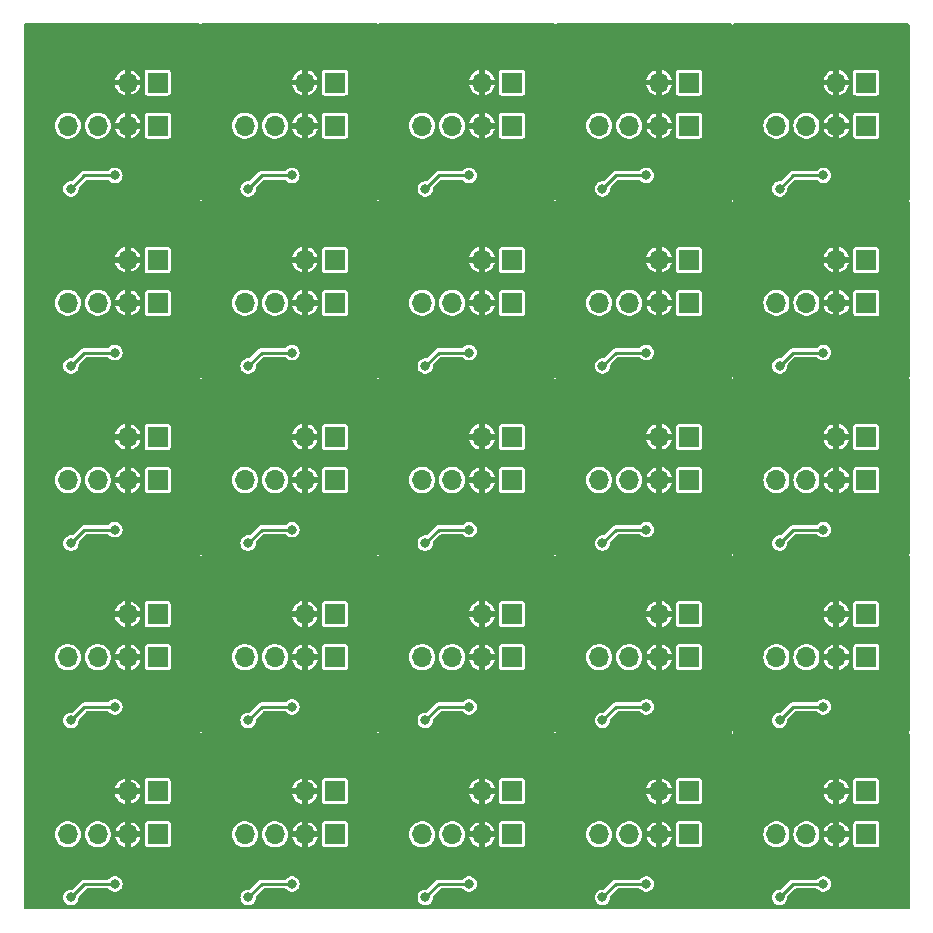
<source format=gbr>
%TF.GenerationSoftware,KiCad,Pcbnew,7.0.1*%
%TF.CreationDate,2025-01-26T23:07:24-05:00*%
%TF.ProjectId,TrackNodeAccel-panel,54726163-6b4e-46f6-9465-416363656c2d,rev?*%
%TF.SameCoordinates,Original*%
%TF.FileFunction,Copper,L2,Bot*%
%TF.FilePolarity,Positive*%
%FSLAX46Y46*%
G04 Gerber Fmt 4.6, Leading zero omitted, Abs format (unit mm)*
G04 Created by KiCad (PCBNEW 7.0.1) date 2025-01-26 23:07:24*
%MOMM*%
%LPD*%
G01*
G04 APERTURE LIST*
%TA.AperFunction,ComponentPad*%
%ADD10R,1.700000X1.700000*%
%TD*%
%TA.AperFunction,ComponentPad*%
%ADD11O,1.700000X1.700000*%
%TD*%
%TA.AperFunction,ViaPad*%
%ADD12C,0.800000*%
%TD*%
%TA.AperFunction,Conductor*%
%ADD13C,0.250000*%
%TD*%
G04 APERTURE END LIST*
D10*
%TO.P,J1,1,Pin_1*%
%TO.N,Board_20-/VCC*%
X122350000Y-88650000D03*
D11*
%TO.P,J1,2,Pin_2*%
%TO.N,Board_20-GND*%
X119810000Y-88650000D03*
%TO.P,J1,3,Pin_3*%
%TO.N,Board_20-/SDA*%
X117270000Y-88650000D03*
%TO.P,J1,4,Pin_4*%
%TO.N,Board_20-/SCL*%
X114730000Y-88650000D03*
%TD*%
D10*
%TO.P,J1,1,Pin_1*%
%TO.N,Board_18-/VCC*%
X167350000Y-73650000D03*
D11*
%TO.P,J1,2,Pin_2*%
%TO.N,Board_18-GND*%
X164810000Y-73650000D03*
%TO.P,J1,3,Pin_3*%
%TO.N,Board_18-/SDA*%
X162270000Y-73650000D03*
%TO.P,J1,4,Pin_4*%
%TO.N,Board_18-/SCL*%
X159730000Y-73650000D03*
%TD*%
D10*
%TO.P,J1,1,Pin_1*%
%TO.N,Board_19-/VCC*%
X182350000Y-73650000D03*
D11*
%TO.P,J1,2,Pin_2*%
%TO.N,Board_19-GND*%
X179810000Y-73650000D03*
%TO.P,J1,3,Pin_3*%
%TO.N,Board_19-/SDA*%
X177270000Y-73650000D03*
%TO.P,J1,4,Pin_4*%
%TO.N,Board_19-/SCL*%
X174730000Y-73650000D03*
%TD*%
D10*
%TO.P,J1,1,Pin_1*%
%TO.N,Board_21-/VCC*%
X137350000Y-88650000D03*
D11*
%TO.P,J1,2,Pin_2*%
%TO.N,Board_21-GND*%
X134810000Y-88650000D03*
%TO.P,J1,3,Pin_3*%
%TO.N,Board_21-/SDA*%
X132270000Y-88650000D03*
%TO.P,J1,4,Pin_4*%
%TO.N,Board_21-/SCL*%
X129730000Y-88650000D03*
%TD*%
D10*
%TO.P,J1,1,Pin_1*%
%TO.N,Board_8-/VCC*%
X167350000Y-43650000D03*
D11*
%TO.P,J1,2,Pin_2*%
%TO.N,Board_8-GND*%
X164810000Y-43650000D03*
%TO.P,J1,3,Pin_3*%
%TO.N,Board_8-/SDA*%
X162270000Y-43650000D03*
%TO.P,J1,4,Pin_4*%
%TO.N,Board_8-/SCL*%
X159730000Y-43650000D03*
%TD*%
D10*
%TO.P,J1,1,Pin_1*%
%TO.N,Board_15-/VCC*%
X122350000Y-73650000D03*
D11*
%TO.P,J1,2,Pin_2*%
%TO.N,Board_15-GND*%
X119810000Y-73650000D03*
%TO.P,J1,3,Pin_3*%
%TO.N,Board_15-/SDA*%
X117270000Y-73650000D03*
%TO.P,J1,4,Pin_4*%
%TO.N,Board_15-/SCL*%
X114730000Y-73650000D03*
%TD*%
D10*
%TO.P,J1,1,Pin_1*%
%TO.N,Board_17-/VCC*%
X152350000Y-73650000D03*
D11*
%TO.P,J1,2,Pin_2*%
%TO.N,Board_17-GND*%
X149810000Y-73650000D03*
%TO.P,J1,3,Pin_3*%
%TO.N,Board_17-/SDA*%
X147270000Y-73650000D03*
%TO.P,J1,4,Pin_4*%
%TO.N,Board_17-/SCL*%
X144730000Y-73650000D03*
%TD*%
D10*
%TO.P,J1,1,Pin_1*%
%TO.N,Board_16-/VCC*%
X137350000Y-73650000D03*
D11*
%TO.P,J1,2,Pin_2*%
%TO.N,Board_16-GND*%
X134810000Y-73650000D03*
%TO.P,J1,3,Pin_3*%
%TO.N,Board_16-/SDA*%
X132270000Y-73650000D03*
%TO.P,J1,4,Pin_4*%
%TO.N,Board_16-/SCL*%
X129730000Y-73650000D03*
%TD*%
D10*
%TO.P,J1,1,Pin_1*%
%TO.N,Board_2-/VCC*%
X152350000Y-28650000D03*
D11*
%TO.P,J1,2,Pin_2*%
%TO.N,Board_2-GND*%
X149810000Y-28650000D03*
%TO.P,J1,3,Pin_3*%
%TO.N,Board_2-/SDA*%
X147270000Y-28650000D03*
%TO.P,J1,4,Pin_4*%
%TO.N,Board_2-/SCL*%
X144730000Y-28650000D03*
%TD*%
D10*
%TO.P,J1,1,Pin_1*%
%TO.N,Board_22-/VCC*%
X152350000Y-88650000D03*
D11*
%TO.P,J1,2,Pin_2*%
%TO.N,Board_22-GND*%
X149810000Y-88650000D03*
%TO.P,J1,3,Pin_3*%
%TO.N,Board_22-/SDA*%
X147270000Y-88650000D03*
%TO.P,J1,4,Pin_4*%
%TO.N,Board_22-/SCL*%
X144730000Y-88650000D03*
%TD*%
D10*
%TO.P,J1,1,Pin_1*%
%TO.N,Board_23-/VCC*%
X167350000Y-88650000D03*
D11*
%TO.P,J1,2,Pin_2*%
%TO.N,Board_23-GND*%
X164810000Y-88650000D03*
%TO.P,J1,3,Pin_3*%
%TO.N,Board_23-/SDA*%
X162270000Y-88650000D03*
%TO.P,J1,4,Pin_4*%
%TO.N,Board_23-/SCL*%
X159730000Y-88650000D03*
%TD*%
D10*
%TO.P,J1,1,Pin_1*%
%TO.N,Board_1-/VCC*%
X137350000Y-28650000D03*
D11*
%TO.P,J1,2,Pin_2*%
%TO.N,Board_1-GND*%
X134810000Y-28650000D03*
%TO.P,J1,3,Pin_3*%
%TO.N,Board_1-/SDA*%
X132270000Y-28650000D03*
%TO.P,J1,4,Pin_4*%
%TO.N,Board_1-/SCL*%
X129730000Y-28650000D03*
%TD*%
D10*
%TO.P,J1,1,Pin_1*%
%TO.N,Board_24-/VCC*%
X182350000Y-88650000D03*
D11*
%TO.P,J1,2,Pin_2*%
%TO.N,Board_24-GND*%
X179810000Y-88650000D03*
%TO.P,J1,3,Pin_3*%
%TO.N,Board_24-/SDA*%
X177270000Y-88650000D03*
%TO.P,J1,4,Pin_4*%
%TO.N,Board_24-/SCL*%
X174730000Y-88650000D03*
%TD*%
D10*
%TO.P,J1,1,Pin_1*%
%TO.N,Board_0-/VCC*%
X122350000Y-28650000D03*
D11*
%TO.P,J1,2,Pin_2*%
%TO.N,Board_0-GND*%
X119810000Y-28650000D03*
%TO.P,J1,3,Pin_3*%
%TO.N,Board_0-/SDA*%
X117270000Y-28650000D03*
%TO.P,J1,4,Pin_4*%
%TO.N,Board_0-/SCL*%
X114730000Y-28650000D03*
%TD*%
D10*
%TO.P,J1,1,Pin_1*%
%TO.N,Board_7-/VCC*%
X152350000Y-43650000D03*
D11*
%TO.P,J1,2,Pin_2*%
%TO.N,Board_7-GND*%
X149810000Y-43650000D03*
%TO.P,J1,3,Pin_3*%
%TO.N,Board_7-/SDA*%
X147270000Y-43650000D03*
%TO.P,J1,4,Pin_4*%
%TO.N,Board_7-/SCL*%
X144730000Y-43650000D03*
%TD*%
D10*
%TO.P,J1,1,Pin_1*%
%TO.N,Board_3-/VCC*%
X167350000Y-28650000D03*
D11*
%TO.P,J1,2,Pin_2*%
%TO.N,Board_3-GND*%
X164810000Y-28650000D03*
%TO.P,J1,3,Pin_3*%
%TO.N,Board_3-/SDA*%
X162270000Y-28650000D03*
%TO.P,J1,4,Pin_4*%
%TO.N,Board_3-/SCL*%
X159730000Y-28650000D03*
%TD*%
D10*
%TO.P,J1,1,Pin_1*%
%TO.N,Board_9-/VCC*%
X182350000Y-43650000D03*
D11*
%TO.P,J1,2,Pin_2*%
%TO.N,Board_9-GND*%
X179810000Y-43650000D03*
%TO.P,J1,3,Pin_3*%
%TO.N,Board_9-/SDA*%
X177270000Y-43650000D03*
%TO.P,J1,4,Pin_4*%
%TO.N,Board_9-/SCL*%
X174730000Y-43650000D03*
%TD*%
D10*
%TO.P,J1,1,Pin_1*%
%TO.N,Board_11-/VCC*%
X137350000Y-58650000D03*
D11*
%TO.P,J1,2,Pin_2*%
%TO.N,Board_11-GND*%
X134810000Y-58650000D03*
%TO.P,J1,3,Pin_3*%
%TO.N,Board_11-/SDA*%
X132270000Y-58650000D03*
%TO.P,J1,4,Pin_4*%
%TO.N,Board_11-/SCL*%
X129730000Y-58650000D03*
%TD*%
D10*
%TO.P,J1,1,Pin_1*%
%TO.N,Board_6-/VCC*%
X137350000Y-43650000D03*
D11*
%TO.P,J1,2,Pin_2*%
%TO.N,Board_6-GND*%
X134810000Y-43650000D03*
%TO.P,J1,3,Pin_3*%
%TO.N,Board_6-/SDA*%
X132270000Y-43650000D03*
%TO.P,J1,4,Pin_4*%
%TO.N,Board_6-/SCL*%
X129730000Y-43650000D03*
%TD*%
D10*
%TO.P,J1,1,Pin_1*%
%TO.N,Board_5-/VCC*%
X122350000Y-43650000D03*
D11*
%TO.P,J1,2,Pin_2*%
%TO.N,Board_5-GND*%
X119810000Y-43650000D03*
%TO.P,J1,3,Pin_3*%
%TO.N,Board_5-/SDA*%
X117270000Y-43650000D03*
%TO.P,J1,4,Pin_4*%
%TO.N,Board_5-/SCL*%
X114730000Y-43650000D03*
%TD*%
D10*
%TO.P,J1,1,Pin_1*%
%TO.N,Board_10-/VCC*%
X122350000Y-58650000D03*
D11*
%TO.P,J1,2,Pin_2*%
%TO.N,Board_10-GND*%
X119810000Y-58650000D03*
%TO.P,J1,3,Pin_3*%
%TO.N,Board_10-/SDA*%
X117270000Y-58650000D03*
%TO.P,J1,4,Pin_4*%
%TO.N,Board_10-/SCL*%
X114730000Y-58650000D03*
%TD*%
D10*
%TO.P,J1,1,Pin_1*%
%TO.N,Board_13-/VCC*%
X167350000Y-58650000D03*
D11*
%TO.P,J1,2,Pin_2*%
%TO.N,Board_13-GND*%
X164810000Y-58650000D03*
%TO.P,J1,3,Pin_3*%
%TO.N,Board_13-/SDA*%
X162270000Y-58650000D03*
%TO.P,J1,4,Pin_4*%
%TO.N,Board_13-/SCL*%
X159730000Y-58650000D03*
%TD*%
D10*
%TO.P,J1,1,Pin_1*%
%TO.N,Board_14-/VCC*%
X182350000Y-58650000D03*
D11*
%TO.P,J1,2,Pin_2*%
%TO.N,Board_14-GND*%
X179810000Y-58650000D03*
%TO.P,J1,3,Pin_3*%
%TO.N,Board_14-/SDA*%
X177270000Y-58650000D03*
%TO.P,J1,4,Pin_4*%
%TO.N,Board_14-/SCL*%
X174730000Y-58650000D03*
%TD*%
D10*
%TO.P,J1,1,Pin_1*%
%TO.N,Board_4-/VCC*%
X182350000Y-28650000D03*
D11*
%TO.P,J1,2,Pin_2*%
%TO.N,Board_4-GND*%
X179810000Y-28650000D03*
%TO.P,J1,3,Pin_3*%
%TO.N,Board_4-/SDA*%
X177270000Y-28650000D03*
%TO.P,J1,4,Pin_4*%
%TO.N,Board_4-/SCL*%
X174730000Y-28650000D03*
%TD*%
D10*
%TO.P,J1,1,Pin_1*%
%TO.N,Board_12-/VCC*%
X152350000Y-58650000D03*
D11*
%TO.P,J1,2,Pin_2*%
%TO.N,Board_12-GND*%
X149810000Y-58650000D03*
%TO.P,J1,3,Pin_3*%
%TO.N,Board_12-/SDA*%
X147270000Y-58650000D03*
%TO.P,J1,4,Pin_4*%
%TO.N,Board_12-/SCL*%
X144730000Y-58650000D03*
%TD*%
D10*
%TO.P,J2,1,Pin_1*%
%TO.N,Board_19-/VCC*%
X182340000Y-70000000D03*
D11*
%TO.P,J2,2,Pin_2*%
%TO.N,Board_19-GND*%
X179800000Y-70000000D03*
%TD*%
D10*
%TO.P,J2,1,Pin_1*%
%TO.N,Board_22-/VCC*%
X152340000Y-85000000D03*
D11*
%TO.P,J2,2,Pin_2*%
%TO.N,Board_22-GND*%
X149800000Y-85000000D03*
%TD*%
D10*
%TO.P,J2,1,Pin_1*%
%TO.N,Board_17-/VCC*%
X152340000Y-70000000D03*
D11*
%TO.P,J2,2,Pin_2*%
%TO.N,Board_17-GND*%
X149800000Y-70000000D03*
%TD*%
D10*
%TO.P,J2,1,Pin_1*%
%TO.N,Board_18-/VCC*%
X167340000Y-70000000D03*
D11*
%TO.P,J2,2,Pin_2*%
%TO.N,Board_18-GND*%
X164800000Y-70000000D03*
%TD*%
D10*
%TO.P,J2,1,Pin_1*%
%TO.N,Board_20-/VCC*%
X122340000Y-85000000D03*
D11*
%TO.P,J2,2,Pin_2*%
%TO.N,Board_20-GND*%
X119800000Y-85000000D03*
%TD*%
D10*
%TO.P,J2,1,Pin_1*%
%TO.N,Board_21-/VCC*%
X137340000Y-85000000D03*
D11*
%TO.P,J2,2,Pin_2*%
%TO.N,Board_21-GND*%
X134800000Y-85000000D03*
%TD*%
D10*
%TO.P,J2,1,Pin_1*%
%TO.N,Board_24-/VCC*%
X182340000Y-85000000D03*
D11*
%TO.P,J2,2,Pin_2*%
%TO.N,Board_24-GND*%
X179800000Y-85000000D03*
%TD*%
D10*
%TO.P,J2,1,Pin_1*%
%TO.N,Board_1-/VCC*%
X137340000Y-25000000D03*
D11*
%TO.P,J2,2,Pin_2*%
%TO.N,Board_1-GND*%
X134800000Y-25000000D03*
%TD*%
D10*
%TO.P,J2,1,Pin_1*%
%TO.N,Board_15-/VCC*%
X122340000Y-70000000D03*
D11*
%TO.P,J2,2,Pin_2*%
%TO.N,Board_15-GND*%
X119800000Y-70000000D03*
%TD*%
D10*
%TO.P,J2,1,Pin_1*%
%TO.N,Board_0-/VCC*%
X122340000Y-25000000D03*
D11*
%TO.P,J2,2,Pin_2*%
%TO.N,Board_0-GND*%
X119800000Y-25000000D03*
%TD*%
D10*
%TO.P,J2,1,Pin_1*%
%TO.N,Board_16-/VCC*%
X137340000Y-70000000D03*
D11*
%TO.P,J2,2,Pin_2*%
%TO.N,Board_16-GND*%
X134800000Y-70000000D03*
%TD*%
D10*
%TO.P,J2,1,Pin_1*%
%TO.N,Board_23-/VCC*%
X167340000Y-85000000D03*
D11*
%TO.P,J2,2,Pin_2*%
%TO.N,Board_23-GND*%
X164800000Y-85000000D03*
%TD*%
D10*
%TO.P,J2,1,Pin_1*%
%TO.N,Board_6-/VCC*%
X137340000Y-40000000D03*
D11*
%TO.P,J2,2,Pin_2*%
%TO.N,Board_6-GND*%
X134800000Y-40000000D03*
%TD*%
D10*
%TO.P,J2,1,Pin_1*%
%TO.N,Board_11-/VCC*%
X137340000Y-55000000D03*
D11*
%TO.P,J2,2,Pin_2*%
%TO.N,Board_11-GND*%
X134800000Y-55000000D03*
%TD*%
D10*
%TO.P,J2,1,Pin_1*%
%TO.N,Board_3-/VCC*%
X167340000Y-25000000D03*
D11*
%TO.P,J2,2,Pin_2*%
%TO.N,Board_3-GND*%
X164800000Y-25000000D03*
%TD*%
D10*
%TO.P,J2,1,Pin_1*%
%TO.N,Board_13-/VCC*%
X167340000Y-55000000D03*
D11*
%TO.P,J2,2,Pin_2*%
%TO.N,Board_13-GND*%
X164800000Y-55000000D03*
%TD*%
D10*
%TO.P,J2,1,Pin_1*%
%TO.N,Board_9-/VCC*%
X182340000Y-40000000D03*
D11*
%TO.P,J2,2,Pin_2*%
%TO.N,Board_9-GND*%
X179800000Y-40000000D03*
%TD*%
D10*
%TO.P,J2,1,Pin_1*%
%TO.N,Board_12-/VCC*%
X152340000Y-55000000D03*
D11*
%TO.P,J2,2,Pin_2*%
%TO.N,Board_12-GND*%
X149800000Y-55000000D03*
%TD*%
D10*
%TO.P,J2,1,Pin_1*%
%TO.N,Board_5-/VCC*%
X122340000Y-40000000D03*
D11*
%TO.P,J2,2,Pin_2*%
%TO.N,Board_5-GND*%
X119800000Y-40000000D03*
%TD*%
D10*
%TO.P,J2,1,Pin_1*%
%TO.N,Board_2-/VCC*%
X152340000Y-25000000D03*
D11*
%TO.P,J2,2,Pin_2*%
%TO.N,Board_2-GND*%
X149800000Y-25000000D03*
%TD*%
D10*
%TO.P,J2,1,Pin_1*%
%TO.N,Board_7-/VCC*%
X152340000Y-40000000D03*
D11*
%TO.P,J2,2,Pin_2*%
%TO.N,Board_7-GND*%
X149800000Y-40000000D03*
%TD*%
D10*
%TO.P,J2,1,Pin_1*%
%TO.N,Board_4-/VCC*%
X182340000Y-25000000D03*
D11*
%TO.P,J2,2,Pin_2*%
%TO.N,Board_4-GND*%
X179800000Y-25000000D03*
%TD*%
D10*
%TO.P,J2,1,Pin_1*%
%TO.N,Board_8-/VCC*%
X167340000Y-40000000D03*
D11*
%TO.P,J2,2,Pin_2*%
%TO.N,Board_8-GND*%
X164800000Y-40000000D03*
%TD*%
D10*
%TO.P,J2,1,Pin_1*%
%TO.N,Board_10-/VCC*%
X122340000Y-55000000D03*
D11*
%TO.P,J2,2,Pin_2*%
%TO.N,Board_10-GND*%
X119800000Y-55000000D03*
%TD*%
D10*
%TO.P,J2,1,Pin_1*%
%TO.N,Board_14-/VCC*%
X182340000Y-55000000D03*
D11*
%TO.P,J2,2,Pin_2*%
%TO.N,Board_14-GND*%
X179800000Y-55000000D03*
%TD*%
D12*
%TO.N,Board_0-/VCC*%
X115000000Y-34000000D03*
X118710500Y-32859098D03*
%TO.N,Board_0-GND*%
X118477701Y-33997299D03*
X120905523Y-32940121D03*
X123800000Y-31000000D03*
X118487182Y-31801780D03*
X119500000Y-22400000D03*
X123250000Y-34175000D03*
%TO.N,Board_1-/VCC*%
X130000000Y-34000000D03*
X133710500Y-32859098D03*
%TO.N,Board_1-GND*%
X133477701Y-33997299D03*
X135905523Y-32940121D03*
X138800000Y-31000000D03*
X133487182Y-31801780D03*
X134500000Y-22400000D03*
X138250000Y-34175000D03*
%TO.N,Board_2-/VCC*%
X145000000Y-34000000D03*
X148710500Y-32859098D03*
%TO.N,Board_2-GND*%
X148477701Y-33997299D03*
X150905523Y-32940121D03*
X153800000Y-31000000D03*
X148487182Y-31801780D03*
X149500000Y-22400000D03*
X153250000Y-34175000D03*
%TO.N,Board_3-/VCC*%
X160000000Y-34000000D03*
X163710500Y-32859098D03*
%TO.N,Board_3-GND*%
X163477701Y-33997299D03*
X165905523Y-32940121D03*
X168800000Y-31000000D03*
X163487182Y-31801780D03*
X164500000Y-22400000D03*
X168250000Y-34175000D03*
%TO.N,Board_4-/VCC*%
X175000000Y-34000000D03*
X178710500Y-32859098D03*
%TO.N,Board_4-GND*%
X178477701Y-33997299D03*
X180905523Y-32940121D03*
X183800000Y-31000000D03*
X178487182Y-31801780D03*
X179500000Y-22400000D03*
X183250000Y-34175000D03*
%TO.N,Board_5-/VCC*%
X115000000Y-49000000D03*
X118710500Y-47859098D03*
%TO.N,Board_5-GND*%
X118477701Y-48997299D03*
X120905523Y-47940121D03*
X123800000Y-46000000D03*
X118487182Y-46801780D03*
X119500000Y-37400000D03*
X123250000Y-49175000D03*
%TO.N,Board_6-/VCC*%
X130000000Y-49000000D03*
X133710500Y-47859098D03*
%TO.N,Board_6-GND*%
X133477701Y-48997299D03*
X135905523Y-47940121D03*
X138800000Y-46000000D03*
X133487182Y-46801780D03*
X134500000Y-37400000D03*
X138250000Y-49175000D03*
%TO.N,Board_7-/VCC*%
X145000000Y-49000000D03*
X148710500Y-47859098D03*
%TO.N,Board_7-GND*%
X148477701Y-48997299D03*
X150905523Y-47940121D03*
X153800000Y-46000000D03*
X148487182Y-46801780D03*
X149500000Y-37400000D03*
X153250000Y-49175000D03*
%TO.N,Board_8-/VCC*%
X160000000Y-49000000D03*
X163710500Y-47859098D03*
%TO.N,Board_8-GND*%
X163477701Y-48997299D03*
X165905523Y-47940121D03*
X168800000Y-46000000D03*
X163487182Y-46801780D03*
X164500000Y-37400000D03*
X168250000Y-49175000D03*
%TO.N,Board_9-/VCC*%
X175000000Y-49000000D03*
X178710500Y-47859098D03*
%TO.N,Board_9-GND*%
X178477701Y-48997299D03*
X180905523Y-47940121D03*
X183800000Y-46000000D03*
X178487182Y-46801780D03*
X179500000Y-37400000D03*
X183250000Y-49175000D03*
%TO.N,Board_10-/VCC*%
X115000000Y-64000000D03*
X118710500Y-62859098D03*
%TO.N,Board_10-GND*%
X118477701Y-63997299D03*
X120905523Y-62940121D03*
X123800000Y-61000000D03*
X118487182Y-61801780D03*
X119500000Y-52400000D03*
X123250000Y-64175000D03*
%TO.N,Board_11-/VCC*%
X130000000Y-64000000D03*
X133710500Y-62859098D03*
%TO.N,Board_11-GND*%
X133477701Y-63997299D03*
X135905523Y-62940121D03*
X138800000Y-61000000D03*
X133487182Y-61801780D03*
X134500000Y-52400000D03*
X138250000Y-64175000D03*
%TO.N,Board_12-/VCC*%
X145000000Y-64000000D03*
X148710500Y-62859098D03*
%TO.N,Board_12-GND*%
X148477701Y-63997299D03*
X150905523Y-62940121D03*
X153800000Y-61000000D03*
X148487182Y-61801780D03*
X149500000Y-52400000D03*
X153250000Y-64175000D03*
%TO.N,Board_13-/VCC*%
X160000000Y-64000000D03*
X163710500Y-62859098D03*
%TO.N,Board_13-GND*%
X163477701Y-63997299D03*
X165905523Y-62940121D03*
X168800000Y-61000000D03*
X163487182Y-61801780D03*
X164500000Y-52400000D03*
X168250000Y-64175000D03*
%TO.N,Board_14-/VCC*%
X175000000Y-64000000D03*
X178710500Y-62859098D03*
%TO.N,Board_14-GND*%
X178477701Y-63997299D03*
X180905523Y-62940121D03*
X183800000Y-61000000D03*
X178487182Y-61801780D03*
X179500000Y-52400000D03*
X183250000Y-64175000D03*
%TO.N,Board_15-/VCC*%
X115000000Y-79000000D03*
X118710500Y-77859098D03*
%TO.N,Board_15-GND*%
X118477701Y-78997299D03*
X120905523Y-77940121D03*
X123800000Y-76000000D03*
X118487182Y-76801780D03*
X119500000Y-67400000D03*
X123250000Y-79175000D03*
%TO.N,Board_16-/VCC*%
X130000000Y-79000000D03*
X133710500Y-77859098D03*
%TO.N,Board_16-GND*%
X133477701Y-78997299D03*
X135905523Y-77940121D03*
X138800000Y-76000000D03*
X133487182Y-76801780D03*
X134500000Y-67400000D03*
X138250000Y-79175000D03*
%TO.N,Board_17-/VCC*%
X145000000Y-79000000D03*
X148710500Y-77859098D03*
%TO.N,Board_17-GND*%
X148477701Y-78997299D03*
X150905523Y-77940121D03*
X153800000Y-76000000D03*
X148487182Y-76801780D03*
X149500000Y-67400000D03*
X153250000Y-79175000D03*
%TO.N,Board_18-/VCC*%
X160000000Y-79000000D03*
X163710500Y-77859098D03*
%TO.N,Board_18-GND*%
X163477701Y-78997299D03*
X165905523Y-77940121D03*
X168800000Y-76000000D03*
X163487182Y-76801780D03*
X164500000Y-67400000D03*
X168250000Y-79175000D03*
%TO.N,Board_19-/VCC*%
X175000000Y-79000000D03*
X178710500Y-77859098D03*
%TO.N,Board_19-GND*%
X178477701Y-78997299D03*
X180905523Y-77940121D03*
X183800000Y-76000000D03*
X178487182Y-76801780D03*
X179500000Y-67400000D03*
X183250000Y-79175000D03*
%TO.N,Board_20-/VCC*%
X115000000Y-94000000D03*
X118710500Y-92859098D03*
%TO.N,Board_20-GND*%
X118477701Y-93997299D03*
X120905523Y-92940121D03*
X123800000Y-91000000D03*
X118487182Y-91801780D03*
X119500000Y-82400000D03*
X123250000Y-94175000D03*
%TO.N,Board_21-/VCC*%
X130000000Y-94000000D03*
X133710500Y-92859098D03*
%TO.N,Board_21-GND*%
X133477701Y-93997299D03*
X135905523Y-92940121D03*
X138800000Y-91000000D03*
X133487182Y-91801780D03*
X134500000Y-82400000D03*
X138250000Y-94175000D03*
%TO.N,Board_22-/VCC*%
X145000000Y-94000000D03*
X148710500Y-92859098D03*
%TO.N,Board_22-GND*%
X148477701Y-93997299D03*
X150905523Y-92940121D03*
X153800000Y-91000000D03*
X148487182Y-91801780D03*
X149500000Y-82400000D03*
X153250000Y-94175000D03*
%TO.N,Board_23-/VCC*%
X160000000Y-94000000D03*
X163710500Y-92859098D03*
%TO.N,Board_23-GND*%
X163477701Y-93997299D03*
X165905523Y-92940121D03*
X168800000Y-91000000D03*
X163487182Y-91801780D03*
X164500000Y-82400000D03*
X168250000Y-94175000D03*
%TO.N,Board_24-/VCC*%
X175000000Y-94000000D03*
X178710500Y-92859098D03*
%TO.N,Board_24-GND*%
X178477701Y-93997299D03*
X180905523Y-92940121D03*
X183800000Y-91000000D03*
X178487182Y-91801780D03*
X179500000Y-82400000D03*
X183250000Y-94175000D03*
%TD*%
D13*
%TO.N,Board_0-/VCC*%
X116140902Y-32859098D02*
X118710500Y-32859098D01*
X115000000Y-34000000D02*
X116140902Y-32859098D01*
%TO.N,Board_1-/VCC*%
X131140902Y-32859098D02*
X133710500Y-32859098D01*
X130000000Y-34000000D02*
X131140902Y-32859098D01*
%TO.N,Board_2-/VCC*%
X146140902Y-32859098D02*
X148710500Y-32859098D01*
X145000000Y-34000000D02*
X146140902Y-32859098D01*
%TO.N,Board_3-/VCC*%
X161140902Y-32859098D02*
X163710500Y-32859098D01*
X160000000Y-34000000D02*
X161140902Y-32859098D01*
%TO.N,Board_4-/VCC*%
X176140902Y-32859098D02*
X178710500Y-32859098D01*
X175000000Y-34000000D02*
X176140902Y-32859098D01*
%TO.N,Board_5-/VCC*%
X116140902Y-47859098D02*
X118710500Y-47859098D01*
X115000000Y-49000000D02*
X116140902Y-47859098D01*
%TO.N,Board_6-/VCC*%
X131140902Y-47859098D02*
X133710500Y-47859098D01*
X130000000Y-49000000D02*
X131140902Y-47859098D01*
%TO.N,Board_7-/VCC*%
X146140902Y-47859098D02*
X148710500Y-47859098D01*
X145000000Y-49000000D02*
X146140902Y-47859098D01*
%TO.N,Board_8-/VCC*%
X161140902Y-47859098D02*
X163710500Y-47859098D01*
X160000000Y-49000000D02*
X161140902Y-47859098D01*
%TO.N,Board_9-/VCC*%
X176140902Y-47859098D02*
X178710500Y-47859098D01*
X175000000Y-49000000D02*
X176140902Y-47859098D01*
%TO.N,Board_10-/VCC*%
X116140902Y-62859098D02*
X118710500Y-62859098D01*
X115000000Y-64000000D02*
X116140902Y-62859098D01*
%TO.N,Board_11-/VCC*%
X131140902Y-62859098D02*
X133710500Y-62859098D01*
X130000000Y-64000000D02*
X131140902Y-62859098D01*
%TO.N,Board_12-/VCC*%
X146140902Y-62859098D02*
X148710500Y-62859098D01*
X145000000Y-64000000D02*
X146140902Y-62859098D01*
%TO.N,Board_13-/VCC*%
X161140902Y-62859098D02*
X163710500Y-62859098D01*
X160000000Y-64000000D02*
X161140902Y-62859098D01*
%TO.N,Board_14-/VCC*%
X176140902Y-62859098D02*
X178710500Y-62859098D01*
X175000000Y-64000000D02*
X176140902Y-62859098D01*
%TO.N,Board_15-/VCC*%
X116140902Y-77859098D02*
X118710500Y-77859098D01*
X115000000Y-79000000D02*
X116140902Y-77859098D01*
%TO.N,Board_16-/VCC*%
X131140902Y-77859098D02*
X133710500Y-77859098D01*
X130000000Y-79000000D02*
X131140902Y-77859098D01*
%TO.N,Board_17-/VCC*%
X146140902Y-77859098D02*
X148710500Y-77859098D01*
X145000000Y-79000000D02*
X146140902Y-77859098D01*
%TO.N,Board_18-/VCC*%
X161140902Y-77859098D02*
X163710500Y-77859098D01*
X160000000Y-79000000D02*
X161140902Y-77859098D01*
%TO.N,Board_19-/VCC*%
X176140902Y-77859098D02*
X178710500Y-77859098D01*
X175000000Y-79000000D02*
X176140902Y-77859098D01*
%TO.N,Board_20-/VCC*%
X116140902Y-92859098D02*
X118710500Y-92859098D01*
X115000000Y-94000000D02*
X116140902Y-92859098D01*
%TO.N,Board_21-/VCC*%
X131140902Y-92859098D02*
X133710500Y-92859098D01*
X130000000Y-94000000D02*
X131140902Y-92859098D01*
%TO.N,Board_22-/VCC*%
X146140902Y-92859098D02*
X148710500Y-92859098D01*
X145000000Y-94000000D02*
X146140902Y-92859098D01*
%TO.N,Board_23-/VCC*%
X161140902Y-92859098D02*
X163710500Y-92859098D01*
X160000000Y-94000000D02*
X161140902Y-92859098D01*
%TO.N,Board_24-/VCC*%
X176140902Y-92859098D02*
X178710500Y-92859098D01*
X175000000Y-94000000D02*
X176140902Y-92859098D01*
%TD*%
%TA.AperFunction,Conductor*%
%TO.N,Board_24-GND*%
G36*
X185937500Y-80017113D02*
G01*
X185982887Y-80062500D01*
X185999500Y-80124500D01*
X185999500Y-94875500D01*
X185982887Y-94937500D01*
X185937500Y-94982887D01*
X185875500Y-94999500D01*
X171124500Y-94999500D01*
X171062500Y-94982887D01*
X171017113Y-94937500D01*
X171000500Y-94875500D01*
X171000500Y-94000000D01*
X174344721Y-94000000D01*
X174363763Y-94156818D01*
X174419780Y-94304523D01*
X174509515Y-94434528D01*
X174509516Y-94434529D01*
X174509517Y-94434530D01*
X174627760Y-94539283D01*
X174767635Y-94612696D01*
X174921015Y-94650500D01*
X175078985Y-94650500D01*
X175232365Y-94612696D01*
X175372240Y-94539283D01*
X175490483Y-94434530D01*
X175580220Y-94304523D01*
X175636237Y-94156818D01*
X175655278Y-94000000D01*
X175649102Y-93949143D01*
X175654980Y-93893751D01*
X175684515Y-93846520D01*
X176260119Y-93270917D01*
X176300348Y-93244037D01*
X176347801Y-93234598D01*
X178114192Y-93234598D01*
X178171819Y-93248802D01*
X178216243Y-93288160D01*
X178220015Y-93293626D01*
X178220016Y-93293627D01*
X178220017Y-93293628D01*
X178338260Y-93398381D01*
X178478135Y-93471794D01*
X178631515Y-93509598D01*
X178789485Y-93509598D01*
X178942865Y-93471794D01*
X179082740Y-93398381D01*
X179200983Y-93293628D01*
X179290720Y-93163621D01*
X179346737Y-93015916D01*
X179365778Y-92859098D01*
X179346737Y-92702280D01*
X179290720Y-92554575D01*
X179231924Y-92469394D01*
X179200984Y-92424569D01*
X179200983Y-92424568D01*
X179082740Y-92319815D01*
X179069494Y-92312862D01*
X178942864Y-92246401D01*
X178789485Y-92208598D01*
X178631515Y-92208598D01*
X178478135Y-92246401D01*
X178338261Y-92319814D01*
X178220015Y-92424569D01*
X178216243Y-92430036D01*
X178171819Y-92469394D01*
X178114192Y-92483598D01*
X176192707Y-92483598D01*
X176167261Y-92480959D01*
X176156635Y-92478731D01*
X176156634Y-92478731D01*
X176138760Y-92480959D01*
X176125225Y-92482646D01*
X176109888Y-92483598D01*
X176109786Y-92483598D01*
X176089301Y-92487016D01*
X176084234Y-92487755D01*
X176024469Y-92495205D01*
X176024214Y-92495287D01*
X175971272Y-92523936D01*
X175966722Y-92526278D01*
X175912617Y-92552730D01*
X175912407Y-92552886D01*
X175871621Y-92597191D01*
X175868074Y-92600887D01*
X175155780Y-93313181D01*
X175115552Y-93340061D01*
X175068099Y-93349500D01*
X174921015Y-93349500D01*
X174767635Y-93387303D01*
X174627761Y-93460716D01*
X174509515Y-93565471D01*
X174419780Y-93695476D01*
X174363763Y-93843181D01*
X174344721Y-94000000D01*
X171000500Y-94000000D01*
X171000500Y-88650000D01*
X173624785Y-88650000D01*
X173643602Y-88853083D01*
X173699418Y-89049251D01*
X173790324Y-89231818D01*
X173913236Y-89394580D01*
X174063958Y-89531981D01*
X174237361Y-89639347D01*
X174237363Y-89639348D01*
X174427544Y-89713024D01*
X174628024Y-89750500D01*
X174831974Y-89750500D01*
X174831976Y-89750500D01*
X175032456Y-89713024D01*
X175222637Y-89639348D01*
X175396041Y-89531981D01*
X175546764Y-89394579D01*
X175669673Y-89231821D01*
X175669673Y-89231819D01*
X175669675Y-89231818D01*
X175715313Y-89140161D01*
X175760582Y-89049250D01*
X175816397Y-88853083D01*
X175835215Y-88650000D01*
X176164785Y-88650000D01*
X176183602Y-88853083D01*
X176239418Y-89049251D01*
X176330324Y-89231818D01*
X176453236Y-89394580D01*
X176603958Y-89531981D01*
X176777361Y-89639347D01*
X176777363Y-89639348D01*
X176967544Y-89713024D01*
X177168024Y-89750500D01*
X177371974Y-89750500D01*
X177371976Y-89750500D01*
X177572456Y-89713024D01*
X177762637Y-89639348D01*
X177936041Y-89531981D01*
X178086764Y-89394579D01*
X178209673Y-89231821D01*
X178209673Y-89231819D01*
X178209675Y-89231818D01*
X178255313Y-89140161D01*
X178300582Y-89049250D01*
X178343048Y-88900000D01*
X178737472Y-88900000D01*
X178779886Y-89049069D01*
X178870751Y-89231553D01*
X178993607Y-89394241D01*
X179144259Y-89531578D01*
X179317588Y-89638899D01*
X179507679Y-89712539D01*
X179560000Y-89722320D01*
X179560000Y-88900000D01*
X180060000Y-88900000D01*
X180060000Y-89722320D01*
X180112320Y-89712539D01*
X180302411Y-89638899D01*
X180475740Y-89531578D01*
X180483312Y-89524675D01*
X181249500Y-89524675D01*
X181264033Y-89597738D01*
X181264033Y-89597739D01*
X181264034Y-89597740D01*
X181319399Y-89680601D01*
X181402260Y-89735966D01*
X181438793Y-89743233D01*
X181475325Y-89750500D01*
X181475326Y-89750500D01*
X183224674Y-89750500D01*
X183224675Y-89750500D01*
X183249029Y-89745655D01*
X183297740Y-89735966D01*
X183380601Y-89680601D01*
X183435966Y-89597740D01*
X183450500Y-89524674D01*
X183450500Y-87775326D01*
X183449126Y-87768421D01*
X183435966Y-87702261D01*
X183435966Y-87702260D01*
X183380601Y-87619399D01*
X183297740Y-87564034D01*
X183297739Y-87564033D01*
X183297738Y-87564033D01*
X183224675Y-87549500D01*
X183224674Y-87549500D01*
X181475326Y-87549500D01*
X181475325Y-87549500D01*
X181402261Y-87564033D01*
X181319399Y-87619399D01*
X181264033Y-87702261D01*
X181249500Y-87775325D01*
X181249500Y-89524675D01*
X180483312Y-89524675D01*
X180626392Y-89394241D01*
X180749248Y-89231553D01*
X180840113Y-89049069D01*
X180882528Y-88900000D01*
X180060000Y-88900000D01*
X179560000Y-88900000D01*
X178737472Y-88900000D01*
X178343048Y-88900000D01*
X178356397Y-88853083D01*
X178375215Y-88650000D01*
X178356397Y-88446917D01*
X178343048Y-88399999D01*
X178737471Y-88399999D01*
X178737472Y-88400000D01*
X179560000Y-88400000D01*
X179560000Y-87577680D01*
X180060000Y-87577680D01*
X180060000Y-88400000D01*
X180882528Y-88400000D01*
X180882528Y-88399999D01*
X180840113Y-88250930D01*
X180749248Y-88068446D01*
X180626392Y-87905758D01*
X180475740Y-87768421D01*
X180302411Y-87661100D01*
X180112320Y-87587460D01*
X180060000Y-87577680D01*
X179560000Y-87577680D01*
X179507679Y-87587460D01*
X179317588Y-87661100D01*
X179144259Y-87768421D01*
X178993607Y-87905758D01*
X178870751Y-88068446D01*
X178779886Y-88250930D01*
X178737471Y-88399999D01*
X178343048Y-88399999D01*
X178300582Y-88250750D01*
X178300209Y-88250001D01*
X178209675Y-88068181D01*
X178086763Y-87905419D01*
X177936041Y-87768018D01*
X177762638Y-87660652D01*
X177572457Y-87586976D01*
X177449726Y-87564034D01*
X177371976Y-87549500D01*
X177168024Y-87549500D01*
X177090279Y-87564033D01*
X176967542Y-87586976D01*
X176777361Y-87660652D01*
X176603958Y-87768018D01*
X176453236Y-87905419D01*
X176330324Y-88068181D01*
X176239418Y-88250748D01*
X176183602Y-88446916D01*
X176164785Y-88650000D01*
X175835215Y-88650000D01*
X175816397Y-88446917D01*
X175760582Y-88250750D01*
X175760209Y-88250001D01*
X175669675Y-88068181D01*
X175546763Y-87905419D01*
X175396041Y-87768018D01*
X175222638Y-87660652D01*
X175032457Y-87586976D01*
X174909726Y-87564034D01*
X174831976Y-87549500D01*
X174628024Y-87549500D01*
X174550279Y-87564033D01*
X174427542Y-87586976D01*
X174237361Y-87660652D01*
X174063958Y-87768018D01*
X173913236Y-87905419D01*
X173790324Y-88068181D01*
X173699418Y-88250748D01*
X173643602Y-88446916D01*
X173624785Y-88650000D01*
X171000500Y-88650000D01*
X171000500Y-85250000D01*
X178727472Y-85250000D01*
X178769886Y-85399069D01*
X178860751Y-85581553D01*
X178983607Y-85744241D01*
X179134259Y-85881578D01*
X179307588Y-85988899D01*
X179497679Y-86062539D01*
X179550000Y-86072320D01*
X179550000Y-85250000D01*
X180050000Y-85250000D01*
X180050000Y-86072320D01*
X180102320Y-86062539D01*
X180292411Y-85988899D01*
X180465740Y-85881578D01*
X180473312Y-85874675D01*
X181239500Y-85874675D01*
X181254033Y-85947738D01*
X181254033Y-85947739D01*
X181254034Y-85947740D01*
X181309399Y-86030601D01*
X181392260Y-86085966D01*
X181428792Y-86093232D01*
X181465325Y-86100500D01*
X181465326Y-86100500D01*
X183214674Y-86100500D01*
X183214675Y-86100500D01*
X183239029Y-86095655D01*
X183287740Y-86085966D01*
X183370601Y-86030601D01*
X183425966Y-85947740D01*
X183440500Y-85874674D01*
X183440500Y-84125326D01*
X183439126Y-84118421D01*
X183425966Y-84052261D01*
X183425966Y-84052260D01*
X183370601Y-83969399D01*
X183287740Y-83914034D01*
X183287739Y-83914033D01*
X183287738Y-83914033D01*
X183214675Y-83899500D01*
X183214674Y-83899500D01*
X181465326Y-83899500D01*
X181465325Y-83899500D01*
X181392261Y-83914033D01*
X181309399Y-83969399D01*
X181254033Y-84052261D01*
X181239500Y-84125325D01*
X181239500Y-85874675D01*
X180473312Y-85874675D01*
X180616392Y-85744241D01*
X180739248Y-85581553D01*
X180830113Y-85399069D01*
X180872528Y-85250000D01*
X180050000Y-85250000D01*
X179550000Y-85250000D01*
X178727472Y-85250000D01*
X171000500Y-85250000D01*
X171000500Y-84749999D01*
X178727471Y-84749999D01*
X178727472Y-84750000D01*
X179550000Y-84750000D01*
X179550000Y-83927680D01*
X180050000Y-83927680D01*
X180050000Y-84750000D01*
X180872528Y-84750000D01*
X180872528Y-84749999D01*
X180830113Y-84600930D01*
X180739248Y-84418446D01*
X180616392Y-84255758D01*
X180465740Y-84118421D01*
X180292411Y-84011100D01*
X180102320Y-83937460D01*
X180050000Y-83927680D01*
X179550000Y-83927680D01*
X179497679Y-83937460D01*
X179307588Y-84011100D01*
X179134259Y-84118421D01*
X178983607Y-84255758D01*
X178860751Y-84418446D01*
X178769886Y-84600930D01*
X178727471Y-84749999D01*
X171000500Y-84749999D01*
X171000500Y-80124500D01*
X171017113Y-80062500D01*
X171062500Y-80017113D01*
X171124500Y-80000500D01*
X185875500Y-80000500D01*
X185937500Y-80017113D01*
G37*
%TD.AperFunction*%
%TD*%
%TA.AperFunction,Conductor*%
%TO.N,Board_3-GND*%
G36*
X170937500Y-20017113D02*
G01*
X170982887Y-20062500D01*
X170999500Y-20124500D01*
X170999500Y-34875500D01*
X170982887Y-34937500D01*
X170937500Y-34982887D01*
X170875500Y-34999500D01*
X156124500Y-34999500D01*
X156062500Y-34982887D01*
X156017113Y-34937500D01*
X156000500Y-34875500D01*
X156000500Y-34000000D01*
X159344721Y-34000000D01*
X159363763Y-34156818D01*
X159419780Y-34304523D01*
X159509515Y-34434528D01*
X159509516Y-34434529D01*
X159509517Y-34434530D01*
X159627760Y-34539283D01*
X159767635Y-34612696D01*
X159921015Y-34650500D01*
X160078985Y-34650500D01*
X160232365Y-34612696D01*
X160372240Y-34539283D01*
X160490483Y-34434530D01*
X160580220Y-34304523D01*
X160636237Y-34156818D01*
X160655278Y-34000000D01*
X160649102Y-33949143D01*
X160654980Y-33893751D01*
X160684515Y-33846520D01*
X161260119Y-33270917D01*
X161300348Y-33244037D01*
X161347801Y-33234598D01*
X163114192Y-33234598D01*
X163171819Y-33248802D01*
X163216243Y-33288160D01*
X163220015Y-33293626D01*
X163220016Y-33293627D01*
X163220017Y-33293628D01*
X163338260Y-33398381D01*
X163478135Y-33471794D01*
X163631515Y-33509598D01*
X163789485Y-33509598D01*
X163942865Y-33471794D01*
X164082740Y-33398381D01*
X164200983Y-33293628D01*
X164290720Y-33163621D01*
X164346737Y-33015916D01*
X164365778Y-32859098D01*
X164346737Y-32702280D01*
X164290720Y-32554575D01*
X164231924Y-32469394D01*
X164200984Y-32424569D01*
X164200983Y-32424568D01*
X164082740Y-32319815D01*
X164069494Y-32312862D01*
X163942864Y-32246401D01*
X163789485Y-32208598D01*
X163631515Y-32208598D01*
X163478135Y-32246401D01*
X163338261Y-32319814D01*
X163220015Y-32424569D01*
X163216243Y-32430036D01*
X163171819Y-32469394D01*
X163114192Y-32483598D01*
X161192707Y-32483598D01*
X161167261Y-32480959D01*
X161156635Y-32478731D01*
X161156634Y-32478731D01*
X161138760Y-32480959D01*
X161125225Y-32482646D01*
X161109888Y-32483598D01*
X161109786Y-32483598D01*
X161089301Y-32487016D01*
X161084234Y-32487755D01*
X161024469Y-32495205D01*
X161024214Y-32495287D01*
X160971272Y-32523936D01*
X160966722Y-32526278D01*
X160912617Y-32552730D01*
X160912407Y-32552886D01*
X160871621Y-32597191D01*
X160868074Y-32600887D01*
X160155780Y-33313181D01*
X160115552Y-33340061D01*
X160068099Y-33349500D01*
X159921015Y-33349500D01*
X159767635Y-33387303D01*
X159627761Y-33460716D01*
X159509515Y-33565471D01*
X159419780Y-33695476D01*
X159363763Y-33843181D01*
X159344721Y-34000000D01*
X156000500Y-34000000D01*
X156000500Y-28650000D01*
X158624785Y-28650000D01*
X158643602Y-28853083D01*
X158699418Y-29049251D01*
X158790324Y-29231818D01*
X158913236Y-29394580D01*
X159063958Y-29531981D01*
X159237361Y-29639347D01*
X159237363Y-29639348D01*
X159427544Y-29713024D01*
X159628024Y-29750500D01*
X159831974Y-29750500D01*
X159831976Y-29750500D01*
X160032456Y-29713024D01*
X160222637Y-29639348D01*
X160396041Y-29531981D01*
X160546764Y-29394579D01*
X160669673Y-29231821D01*
X160669673Y-29231819D01*
X160669675Y-29231818D01*
X160715313Y-29140161D01*
X160760582Y-29049250D01*
X160816397Y-28853083D01*
X160835215Y-28650000D01*
X161164785Y-28650000D01*
X161183602Y-28853083D01*
X161239418Y-29049251D01*
X161330324Y-29231818D01*
X161453236Y-29394580D01*
X161603958Y-29531981D01*
X161777361Y-29639347D01*
X161777363Y-29639348D01*
X161967544Y-29713024D01*
X162168024Y-29750500D01*
X162371974Y-29750500D01*
X162371976Y-29750500D01*
X162572456Y-29713024D01*
X162762637Y-29639348D01*
X162936041Y-29531981D01*
X163086764Y-29394579D01*
X163209673Y-29231821D01*
X163209673Y-29231819D01*
X163209675Y-29231818D01*
X163255313Y-29140161D01*
X163300582Y-29049250D01*
X163343048Y-28900000D01*
X163737472Y-28900000D01*
X163779886Y-29049069D01*
X163870751Y-29231553D01*
X163993607Y-29394241D01*
X164144259Y-29531578D01*
X164317588Y-29638899D01*
X164507679Y-29712539D01*
X164560000Y-29722320D01*
X164560000Y-28900000D01*
X165060000Y-28900000D01*
X165060000Y-29722320D01*
X165112320Y-29712539D01*
X165302411Y-29638899D01*
X165475740Y-29531578D01*
X165483312Y-29524675D01*
X166249500Y-29524675D01*
X166264033Y-29597738D01*
X166264033Y-29597739D01*
X166264034Y-29597740D01*
X166319399Y-29680601D01*
X166402260Y-29735966D01*
X166438793Y-29743233D01*
X166475325Y-29750500D01*
X166475326Y-29750500D01*
X168224674Y-29750500D01*
X168224675Y-29750500D01*
X168249029Y-29745655D01*
X168297740Y-29735966D01*
X168380601Y-29680601D01*
X168435966Y-29597740D01*
X168450500Y-29524674D01*
X168450500Y-27775326D01*
X168449126Y-27768421D01*
X168435966Y-27702261D01*
X168435966Y-27702260D01*
X168380601Y-27619399D01*
X168297740Y-27564034D01*
X168297739Y-27564033D01*
X168297738Y-27564033D01*
X168224675Y-27549500D01*
X168224674Y-27549500D01*
X166475326Y-27549500D01*
X166475325Y-27549500D01*
X166402261Y-27564033D01*
X166319399Y-27619399D01*
X166264033Y-27702261D01*
X166249500Y-27775325D01*
X166249500Y-29524675D01*
X165483312Y-29524675D01*
X165626392Y-29394241D01*
X165749248Y-29231553D01*
X165840113Y-29049069D01*
X165882528Y-28900000D01*
X165060000Y-28900000D01*
X164560000Y-28900000D01*
X163737472Y-28900000D01*
X163343048Y-28900000D01*
X163356397Y-28853083D01*
X163375215Y-28650000D01*
X163356397Y-28446917D01*
X163343048Y-28399999D01*
X163737471Y-28399999D01*
X163737472Y-28400000D01*
X164560000Y-28400000D01*
X164560000Y-27577680D01*
X165060000Y-27577680D01*
X165060000Y-28400000D01*
X165882528Y-28400000D01*
X165882528Y-28399999D01*
X165840113Y-28250930D01*
X165749248Y-28068446D01*
X165626392Y-27905758D01*
X165475740Y-27768421D01*
X165302411Y-27661100D01*
X165112320Y-27587460D01*
X165060000Y-27577680D01*
X164560000Y-27577680D01*
X164507679Y-27587460D01*
X164317588Y-27661100D01*
X164144259Y-27768421D01*
X163993607Y-27905758D01*
X163870751Y-28068446D01*
X163779886Y-28250930D01*
X163737471Y-28399999D01*
X163343048Y-28399999D01*
X163300582Y-28250750D01*
X163300209Y-28250001D01*
X163209675Y-28068181D01*
X163086763Y-27905419D01*
X162936041Y-27768018D01*
X162762638Y-27660652D01*
X162572457Y-27586976D01*
X162449726Y-27564034D01*
X162371976Y-27549500D01*
X162168024Y-27549500D01*
X162090279Y-27564033D01*
X161967542Y-27586976D01*
X161777361Y-27660652D01*
X161603958Y-27768018D01*
X161453236Y-27905419D01*
X161330324Y-28068181D01*
X161239418Y-28250748D01*
X161183602Y-28446916D01*
X161164785Y-28650000D01*
X160835215Y-28650000D01*
X160816397Y-28446917D01*
X160760582Y-28250750D01*
X160760209Y-28250001D01*
X160669675Y-28068181D01*
X160546763Y-27905419D01*
X160396041Y-27768018D01*
X160222638Y-27660652D01*
X160032457Y-27586976D01*
X159909726Y-27564034D01*
X159831976Y-27549500D01*
X159628024Y-27549500D01*
X159550279Y-27564033D01*
X159427542Y-27586976D01*
X159237361Y-27660652D01*
X159063958Y-27768018D01*
X158913236Y-27905419D01*
X158790324Y-28068181D01*
X158699418Y-28250748D01*
X158643602Y-28446916D01*
X158624785Y-28650000D01*
X156000500Y-28650000D01*
X156000500Y-25250000D01*
X163727472Y-25250000D01*
X163769886Y-25399069D01*
X163860751Y-25581553D01*
X163983607Y-25744241D01*
X164134259Y-25881578D01*
X164307588Y-25988899D01*
X164497679Y-26062539D01*
X164550000Y-26072320D01*
X164550000Y-25250000D01*
X165050000Y-25250000D01*
X165050000Y-26072320D01*
X165102320Y-26062539D01*
X165292411Y-25988899D01*
X165465740Y-25881578D01*
X165473312Y-25874675D01*
X166239500Y-25874675D01*
X166254033Y-25947738D01*
X166254033Y-25947739D01*
X166254034Y-25947740D01*
X166309399Y-26030601D01*
X166392260Y-26085966D01*
X166428792Y-26093232D01*
X166465325Y-26100500D01*
X166465326Y-26100500D01*
X168214674Y-26100500D01*
X168214675Y-26100500D01*
X168239029Y-26095655D01*
X168287740Y-26085966D01*
X168370601Y-26030601D01*
X168425966Y-25947740D01*
X168440500Y-25874674D01*
X168440500Y-24125326D01*
X168439126Y-24118421D01*
X168425966Y-24052261D01*
X168425966Y-24052260D01*
X168370601Y-23969399D01*
X168287740Y-23914034D01*
X168287739Y-23914033D01*
X168287738Y-23914033D01*
X168214675Y-23899500D01*
X168214674Y-23899500D01*
X166465326Y-23899500D01*
X166465325Y-23899500D01*
X166392261Y-23914033D01*
X166309399Y-23969399D01*
X166254033Y-24052261D01*
X166239500Y-24125325D01*
X166239500Y-25874675D01*
X165473312Y-25874675D01*
X165616392Y-25744241D01*
X165739248Y-25581553D01*
X165830113Y-25399069D01*
X165872528Y-25250000D01*
X165050000Y-25250000D01*
X164550000Y-25250000D01*
X163727472Y-25250000D01*
X156000500Y-25250000D01*
X156000500Y-24749999D01*
X163727471Y-24749999D01*
X163727472Y-24750000D01*
X164550000Y-24750000D01*
X164550000Y-23927680D01*
X165050000Y-23927680D01*
X165050000Y-24750000D01*
X165872528Y-24750000D01*
X165872528Y-24749999D01*
X165830113Y-24600930D01*
X165739248Y-24418446D01*
X165616392Y-24255758D01*
X165465740Y-24118421D01*
X165292411Y-24011100D01*
X165102320Y-23937460D01*
X165050000Y-23927680D01*
X164550000Y-23927680D01*
X164497679Y-23937460D01*
X164307588Y-24011100D01*
X164134259Y-24118421D01*
X163983607Y-24255758D01*
X163860751Y-24418446D01*
X163769886Y-24600930D01*
X163727471Y-24749999D01*
X156000500Y-24749999D01*
X156000500Y-20124500D01*
X156017113Y-20062500D01*
X156062500Y-20017113D01*
X156124500Y-20000500D01*
X170875500Y-20000500D01*
X170937500Y-20017113D01*
G37*
%TD.AperFunction*%
%TD*%
%TA.AperFunction,Conductor*%
%TO.N,Board_18-GND*%
G36*
X170937500Y-65017113D02*
G01*
X170982887Y-65062500D01*
X170999500Y-65124500D01*
X170999500Y-79875500D01*
X170982887Y-79937500D01*
X170937500Y-79982887D01*
X170875500Y-79999500D01*
X156124500Y-79999500D01*
X156062500Y-79982887D01*
X156017113Y-79937500D01*
X156000500Y-79875500D01*
X156000500Y-79000000D01*
X159344721Y-79000000D01*
X159363763Y-79156818D01*
X159419780Y-79304523D01*
X159509515Y-79434528D01*
X159509516Y-79434529D01*
X159509517Y-79434530D01*
X159627760Y-79539283D01*
X159767635Y-79612696D01*
X159921015Y-79650500D01*
X160078985Y-79650500D01*
X160232365Y-79612696D01*
X160372240Y-79539283D01*
X160490483Y-79434530D01*
X160580220Y-79304523D01*
X160636237Y-79156818D01*
X160655278Y-79000000D01*
X160649102Y-78949143D01*
X160654980Y-78893751D01*
X160684515Y-78846520D01*
X161260119Y-78270917D01*
X161300348Y-78244037D01*
X161347801Y-78234598D01*
X163114192Y-78234598D01*
X163171819Y-78248802D01*
X163216243Y-78288160D01*
X163220015Y-78293626D01*
X163220016Y-78293627D01*
X163220017Y-78293628D01*
X163338260Y-78398381D01*
X163478135Y-78471794D01*
X163631515Y-78509598D01*
X163789485Y-78509598D01*
X163942865Y-78471794D01*
X164082740Y-78398381D01*
X164200983Y-78293628D01*
X164290720Y-78163621D01*
X164346737Y-78015916D01*
X164365778Y-77859098D01*
X164346737Y-77702280D01*
X164290720Y-77554575D01*
X164231924Y-77469394D01*
X164200984Y-77424569D01*
X164200983Y-77424568D01*
X164082740Y-77319815D01*
X164069494Y-77312862D01*
X163942864Y-77246401D01*
X163789485Y-77208598D01*
X163631515Y-77208598D01*
X163478135Y-77246401D01*
X163338261Y-77319814D01*
X163220015Y-77424569D01*
X163216243Y-77430036D01*
X163171819Y-77469394D01*
X163114192Y-77483598D01*
X161192707Y-77483598D01*
X161167261Y-77480959D01*
X161156635Y-77478731D01*
X161156634Y-77478731D01*
X161138760Y-77480959D01*
X161125225Y-77482646D01*
X161109888Y-77483598D01*
X161109786Y-77483598D01*
X161089301Y-77487016D01*
X161084234Y-77487755D01*
X161024469Y-77495205D01*
X161024214Y-77495287D01*
X160971272Y-77523936D01*
X160966722Y-77526278D01*
X160912617Y-77552730D01*
X160912407Y-77552886D01*
X160871621Y-77597191D01*
X160868074Y-77600887D01*
X160155780Y-78313181D01*
X160115552Y-78340061D01*
X160068099Y-78349500D01*
X159921015Y-78349500D01*
X159767635Y-78387303D01*
X159627761Y-78460716D01*
X159509515Y-78565471D01*
X159419780Y-78695476D01*
X159363763Y-78843181D01*
X159344721Y-79000000D01*
X156000500Y-79000000D01*
X156000500Y-73650000D01*
X158624785Y-73650000D01*
X158643602Y-73853083D01*
X158699418Y-74049251D01*
X158790324Y-74231818D01*
X158913236Y-74394580D01*
X159063958Y-74531981D01*
X159237361Y-74639347D01*
X159237363Y-74639348D01*
X159427544Y-74713024D01*
X159628024Y-74750500D01*
X159831974Y-74750500D01*
X159831976Y-74750500D01*
X160032456Y-74713024D01*
X160222637Y-74639348D01*
X160396041Y-74531981D01*
X160546764Y-74394579D01*
X160669673Y-74231821D01*
X160669673Y-74231819D01*
X160669675Y-74231818D01*
X160715313Y-74140161D01*
X160760582Y-74049250D01*
X160816397Y-73853083D01*
X160835215Y-73650000D01*
X161164785Y-73650000D01*
X161183602Y-73853083D01*
X161239418Y-74049251D01*
X161330324Y-74231818D01*
X161453236Y-74394580D01*
X161603958Y-74531981D01*
X161777361Y-74639347D01*
X161777363Y-74639348D01*
X161967544Y-74713024D01*
X162168024Y-74750500D01*
X162371974Y-74750500D01*
X162371976Y-74750500D01*
X162572456Y-74713024D01*
X162762637Y-74639348D01*
X162936041Y-74531981D01*
X163086764Y-74394579D01*
X163209673Y-74231821D01*
X163209673Y-74231819D01*
X163209675Y-74231818D01*
X163255313Y-74140161D01*
X163300582Y-74049250D01*
X163343048Y-73900000D01*
X163737472Y-73900000D01*
X163779886Y-74049069D01*
X163870751Y-74231553D01*
X163993607Y-74394241D01*
X164144259Y-74531578D01*
X164317588Y-74638899D01*
X164507679Y-74712539D01*
X164560000Y-74722320D01*
X164560000Y-73900000D01*
X165060000Y-73900000D01*
X165060000Y-74722320D01*
X165112320Y-74712539D01*
X165302411Y-74638899D01*
X165475740Y-74531578D01*
X165483312Y-74524675D01*
X166249500Y-74524675D01*
X166264033Y-74597738D01*
X166264033Y-74597739D01*
X166264034Y-74597740D01*
X166319399Y-74680601D01*
X166402260Y-74735966D01*
X166438793Y-74743233D01*
X166475325Y-74750500D01*
X166475326Y-74750500D01*
X168224674Y-74750500D01*
X168224675Y-74750500D01*
X168249029Y-74745655D01*
X168297740Y-74735966D01*
X168380601Y-74680601D01*
X168435966Y-74597740D01*
X168450500Y-74524674D01*
X168450500Y-72775326D01*
X168449126Y-72768421D01*
X168435966Y-72702261D01*
X168435966Y-72702260D01*
X168380601Y-72619399D01*
X168297740Y-72564034D01*
X168297739Y-72564033D01*
X168297738Y-72564033D01*
X168224675Y-72549500D01*
X168224674Y-72549500D01*
X166475326Y-72549500D01*
X166475325Y-72549500D01*
X166402261Y-72564033D01*
X166319399Y-72619399D01*
X166264033Y-72702261D01*
X166249500Y-72775325D01*
X166249500Y-74524675D01*
X165483312Y-74524675D01*
X165626392Y-74394241D01*
X165749248Y-74231553D01*
X165840113Y-74049069D01*
X165882528Y-73900000D01*
X165060000Y-73900000D01*
X164560000Y-73900000D01*
X163737472Y-73900000D01*
X163343048Y-73900000D01*
X163356397Y-73853083D01*
X163375215Y-73650000D01*
X163356397Y-73446917D01*
X163343048Y-73399999D01*
X163737471Y-73399999D01*
X163737472Y-73400000D01*
X164560000Y-73400000D01*
X164560000Y-72577680D01*
X165060000Y-72577680D01*
X165060000Y-73400000D01*
X165882528Y-73400000D01*
X165882528Y-73399999D01*
X165840113Y-73250930D01*
X165749248Y-73068446D01*
X165626392Y-72905758D01*
X165475740Y-72768421D01*
X165302411Y-72661100D01*
X165112320Y-72587460D01*
X165060000Y-72577680D01*
X164560000Y-72577680D01*
X164507679Y-72587460D01*
X164317588Y-72661100D01*
X164144259Y-72768421D01*
X163993607Y-72905758D01*
X163870751Y-73068446D01*
X163779886Y-73250930D01*
X163737471Y-73399999D01*
X163343048Y-73399999D01*
X163300582Y-73250750D01*
X163300209Y-73250001D01*
X163209675Y-73068181D01*
X163086763Y-72905419D01*
X162936041Y-72768018D01*
X162762638Y-72660652D01*
X162572457Y-72586976D01*
X162449726Y-72564034D01*
X162371976Y-72549500D01*
X162168024Y-72549500D01*
X162090279Y-72564033D01*
X161967542Y-72586976D01*
X161777361Y-72660652D01*
X161603958Y-72768018D01*
X161453236Y-72905419D01*
X161330324Y-73068181D01*
X161239418Y-73250748D01*
X161183602Y-73446916D01*
X161164785Y-73650000D01*
X160835215Y-73650000D01*
X160816397Y-73446917D01*
X160760582Y-73250750D01*
X160760209Y-73250001D01*
X160669675Y-73068181D01*
X160546763Y-72905419D01*
X160396041Y-72768018D01*
X160222638Y-72660652D01*
X160032457Y-72586976D01*
X159909726Y-72564034D01*
X159831976Y-72549500D01*
X159628024Y-72549500D01*
X159550279Y-72564033D01*
X159427542Y-72586976D01*
X159237361Y-72660652D01*
X159063958Y-72768018D01*
X158913236Y-72905419D01*
X158790324Y-73068181D01*
X158699418Y-73250748D01*
X158643602Y-73446916D01*
X158624785Y-73650000D01*
X156000500Y-73650000D01*
X156000500Y-70250000D01*
X163727472Y-70250000D01*
X163769886Y-70399069D01*
X163860751Y-70581553D01*
X163983607Y-70744241D01*
X164134259Y-70881578D01*
X164307588Y-70988899D01*
X164497679Y-71062539D01*
X164550000Y-71072320D01*
X164550000Y-70250000D01*
X165050000Y-70250000D01*
X165050000Y-71072320D01*
X165102320Y-71062539D01*
X165292411Y-70988899D01*
X165465740Y-70881578D01*
X165473312Y-70874675D01*
X166239500Y-70874675D01*
X166254033Y-70947738D01*
X166254033Y-70947739D01*
X166254034Y-70947740D01*
X166309399Y-71030601D01*
X166392260Y-71085966D01*
X166428792Y-71093232D01*
X166465325Y-71100500D01*
X166465326Y-71100500D01*
X168214674Y-71100500D01*
X168214675Y-71100500D01*
X168239029Y-71095655D01*
X168287740Y-71085966D01*
X168370601Y-71030601D01*
X168425966Y-70947740D01*
X168440500Y-70874674D01*
X168440500Y-69125326D01*
X168439126Y-69118421D01*
X168425966Y-69052261D01*
X168425966Y-69052260D01*
X168370601Y-68969399D01*
X168287740Y-68914034D01*
X168287739Y-68914033D01*
X168287738Y-68914033D01*
X168214675Y-68899500D01*
X168214674Y-68899500D01*
X166465326Y-68899500D01*
X166465325Y-68899500D01*
X166392261Y-68914033D01*
X166309399Y-68969399D01*
X166254033Y-69052261D01*
X166239500Y-69125325D01*
X166239500Y-70874675D01*
X165473312Y-70874675D01*
X165616392Y-70744241D01*
X165739248Y-70581553D01*
X165830113Y-70399069D01*
X165872528Y-70250000D01*
X165050000Y-70250000D01*
X164550000Y-70250000D01*
X163727472Y-70250000D01*
X156000500Y-70250000D01*
X156000500Y-69749999D01*
X163727471Y-69749999D01*
X163727472Y-69750000D01*
X164550000Y-69750000D01*
X164550000Y-68927680D01*
X165050000Y-68927680D01*
X165050000Y-69750000D01*
X165872528Y-69750000D01*
X165872528Y-69749999D01*
X165830113Y-69600930D01*
X165739248Y-69418446D01*
X165616392Y-69255758D01*
X165465740Y-69118421D01*
X165292411Y-69011100D01*
X165102320Y-68937460D01*
X165050000Y-68927680D01*
X164550000Y-68927680D01*
X164497679Y-68937460D01*
X164307588Y-69011100D01*
X164134259Y-69118421D01*
X163983607Y-69255758D01*
X163860751Y-69418446D01*
X163769886Y-69600930D01*
X163727471Y-69749999D01*
X156000500Y-69749999D01*
X156000500Y-65124500D01*
X156017113Y-65062500D01*
X156062500Y-65017113D01*
X156124500Y-65000500D01*
X170875500Y-65000500D01*
X170937500Y-65017113D01*
G37*
%TD.AperFunction*%
%TD*%
%TA.AperFunction,Conductor*%
%TO.N,Board_21-GND*%
G36*
X140937500Y-80017113D02*
G01*
X140982887Y-80062500D01*
X140999500Y-80124500D01*
X140999500Y-94875500D01*
X140982887Y-94937500D01*
X140937500Y-94982887D01*
X140875500Y-94999500D01*
X126124500Y-94999500D01*
X126062500Y-94982887D01*
X126017113Y-94937500D01*
X126000500Y-94875500D01*
X126000500Y-94000000D01*
X129344721Y-94000000D01*
X129363763Y-94156818D01*
X129419780Y-94304523D01*
X129509515Y-94434528D01*
X129509516Y-94434529D01*
X129509517Y-94434530D01*
X129627760Y-94539283D01*
X129767635Y-94612696D01*
X129921015Y-94650500D01*
X130078985Y-94650500D01*
X130232365Y-94612696D01*
X130372240Y-94539283D01*
X130490483Y-94434530D01*
X130580220Y-94304523D01*
X130636237Y-94156818D01*
X130655278Y-94000000D01*
X130649102Y-93949143D01*
X130654980Y-93893751D01*
X130684515Y-93846520D01*
X131260119Y-93270917D01*
X131300348Y-93244037D01*
X131347801Y-93234598D01*
X133114192Y-93234598D01*
X133171819Y-93248802D01*
X133216243Y-93288160D01*
X133220015Y-93293626D01*
X133220016Y-93293627D01*
X133220017Y-93293628D01*
X133338260Y-93398381D01*
X133478135Y-93471794D01*
X133631515Y-93509598D01*
X133789485Y-93509598D01*
X133942865Y-93471794D01*
X134082740Y-93398381D01*
X134200983Y-93293628D01*
X134290720Y-93163621D01*
X134346737Y-93015916D01*
X134365778Y-92859098D01*
X134346737Y-92702280D01*
X134290720Y-92554575D01*
X134231924Y-92469394D01*
X134200984Y-92424569D01*
X134200983Y-92424568D01*
X134082740Y-92319815D01*
X134069494Y-92312862D01*
X133942864Y-92246401D01*
X133789485Y-92208598D01*
X133631515Y-92208598D01*
X133478135Y-92246401D01*
X133338261Y-92319814D01*
X133220015Y-92424569D01*
X133216243Y-92430036D01*
X133171819Y-92469394D01*
X133114192Y-92483598D01*
X131192707Y-92483598D01*
X131167261Y-92480959D01*
X131156635Y-92478731D01*
X131156634Y-92478731D01*
X131138760Y-92480959D01*
X131125225Y-92482646D01*
X131109888Y-92483598D01*
X131109786Y-92483598D01*
X131089301Y-92487016D01*
X131084234Y-92487755D01*
X131024469Y-92495205D01*
X131024214Y-92495287D01*
X130971272Y-92523936D01*
X130966722Y-92526278D01*
X130912617Y-92552730D01*
X130912407Y-92552886D01*
X130871621Y-92597191D01*
X130868074Y-92600887D01*
X130155780Y-93313181D01*
X130115552Y-93340061D01*
X130068099Y-93349500D01*
X129921015Y-93349500D01*
X129767635Y-93387303D01*
X129627761Y-93460716D01*
X129509515Y-93565471D01*
X129419780Y-93695476D01*
X129363763Y-93843181D01*
X129344721Y-94000000D01*
X126000500Y-94000000D01*
X126000500Y-88650000D01*
X128624785Y-88650000D01*
X128643602Y-88853083D01*
X128699418Y-89049251D01*
X128790324Y-89231818D01*
X128913236Y-89394580D01*
X129063958Y-89531981D01*
X129237361Y-89639347D01*
X129237363Y-89639348D01*
X129427544Y-89713024D01*
X129628024Y-89750500D01*
X129831974Y-89750500D01*
X129831976Y-89750500D01*
X130032456Y-89713024D01*
X130222637Y-89639348D01*
X130396041Y-89531981D01*
X130546764Y-89394579D01*
X130669673Y-89231821D01*
X130669673Y-89231819D01*
X130669675Y-89231818D01*
X130715313Y-89140161D01*
X130760582Y-89049250D01*
X130816397Y-88853083D01*
X130835215Y-88650000D01*
X131164785Y-88650000D01*
X131183602Y-88853083D01*
X131239418Y-89049251D01*
X131330324Y-89231818D01*
X131453236Y-89394580D01*
X131603958Y-89531981D01*
X131777361Y-89639347D01*
X131777363Y-89639348D01*
X131967544Y-89713024D01*
X132168024Y-89750500D01*
X132371974Y-89750500D01*
X132371976Y-89750500D01*
X132572456Y-89713024D01*
X132762637Y-89639348D01*
X132936041Y-89531981D01*
X133086764Y-89394579D01*
X133209673Y-89231821D01*
X133209673Y-89231819D01*
X133209675Y-89231818D01*
X133255313Y-89140161D01*
X133300582Y-89049250D01*
X133343048Y-88900000D01*
X133737472Y-88900000D01*
X133779886Y-89049069D01*
X133870751Y-89231553D01*
X133993607Y-89394241D01*
X134144259Y-89531578D01*
X134317588Y-89638899D01*
X134507679Y-89712539D01*
X134560000Y-89722320D01*
X134560000Y-88900000D01*
X135060000Y-88900000D01*
X135060000Y-89722320D01*
X135112320Y-89712539D01*
X135302411Y-89638899D01*
X135475740Y-89531578D01*
X135483312Y-89524675D01*
X136249500Y-89524675D01*
X136264033Y-89597738D01*
X136264033Y-89597739D01*
X136264034Y-89597740D01*
X136319399Y-89680601D01*
X136402260Y-89735966D01*
X136438793Y-89743233D01*
X136475325Y-89750500D01*
X136475326Y-89750500D01*
X138224674Y-89750500D01*
X138224675Y-89750500D01*
X138249029Y-89745655D01*
X138297740Y-89735966D01*
X138380601Y-89680601D01*
X138435966Y-89597740D01*
X138450500Y-89524674D01*
X138450500Y-87775326D01*
X138449126Y-87768421D01*
X138435966Y-87702261D01*
X138435966Y-87702260D01*
X138380601Y-87619399D01*
X138297740Y-87564034D01*
X138297739Y-87564033D01*
X138297738Y-87564033D01*
X138224675Y-87549500D01*
X138224674Y-87549500D01*
X136475326Y-87549500D01*
X136475325Y-87549500D01*
X136402261Y-87564033D01*
X136319399Y-87619399D01*
X136264033Y-87702261D01*
X136249500Y-87775325D01*
X136249500Y-89524675D01*
X135483312Y-89524675D01*
X135626392Y-89394241D01*
X135749248Y-89231553D01*
X135840113Y-89049069D01*
X135882528Y-88900000D01*
X135060000Y-88900000D01*
X134560000Y-88900000D01*
X133737472Y-88900000D01*
X133343048Y-88900000D01*
X133356397Y-88853083D01*
X133375215Y-88650000D01*
X133356397Y-88446917D01*
X133343048Y-88399999D01*
X133737471Y-88399999D01*
X133737472Y-88400000D01*
X134560000Y-88400000D01*
X134560000Y-87577680D01*
X135060000Y-87577680D01*
X135060000Y-88400000D01*
X135882528Y-88400000D01*
X135882528Y-88399999D01*
X135840113Y-88250930D01*
X135749248Y-88068446D01*
X135626392Y-87905758D01*
X135475740Y-87768421D01*
X135302411Y-87661100D01*
X135112320Y-87587460D01*
X135060000Y-87577680D01*
X134560000Y-87577680D01*
X134507679Y-87587460D01*
X134317588Y-87661100D01*
X134144259Y-87768421D01*
X133993607Y-87905758D01*
X133870751Y-88068446D01*
X133779886Y-88250930D01*
X133737471Y-88399999D01*
X133343048Y-88399999D01*
X133300582Y-88250750D01*
X133300209Y-88250001D01*
X133209675Y-88068181D01*
X133086763Y-87905419D01*
X132936041Y-87768018D01*
X132762638Y-87660652D01*
X132572457Y-87586976D01*
X132449726Y-87564034D01*
X132371976Y-87549500D01*
X132168024Y-87549500D01*
X132090279Y-87564033D01*
X131967542Y-87586976D01*
X131777361Y-87660652D01*
X131603958Y-87768018D01*
X131453236Y-87905419D01*
X131330324Y-88068181D01*
X131239418Y-88250748D01*
X131183602Y-88446916D01*
X131164785Y-88650000D01*
X130835215Y-88650000D01*
X130816397Y-88446917D01*
X130760582Y-88250750D01*
X130760209Y-88250001D01*
X130669675Y-88068181D01*
X130546763Y-87905419D01*
X130396041Y-87768018D01*
X130222638Y-87660652D01*
X130032457Y-87586976D01*
X129909726Y-87564034D01*
X129831976Y-87549500D01*
X129628024Y-87549500D01*
X129550279Y-87564033D01*
X129427542Y-87586976D01*
X129237361Y-87660652D01*
X129063958Y-87768018D01*
X128913236Y-87905419D01*
X128790324Y-88068181D01*
X128699418Y-88250748D01*
X128643602Y-88446916D01*
X128624785Y-88650000D01*
X126000500Y-88650000D01*
X126000500Y-85250000D01*
X133727472Y-85250000D01*
X133769886Y-85399069D01*
X133860751Y-85581553D01*
X133983607Y-85744241D01*
X134134259Y-85881578D01*
X134307588Y-85988899D01*
X134497679Y-86062539D01*
X134550000Y-86072320D01*
X134550000Y-85250000D01*
X135050000Y-85250000D01*
X135050000Y-86072320D01*
X135102320Y-86062539D01*
X135292411Y-85988899D01*
X135465740Y-85881578D01*
X135473312Y-85874675D01*
X136239500Y-85874675D01*
X136254033Y-85947738D01*
X136254033Y-85947739D01*
X136254034Y-85947740D01*
X136309399Y-86030601D01*
X136392260Y-86085966D01*
X136428792Y-86093232D01*
X136465325Y-86100500D01*
X136465326Y-86100500D01*
X138214674Y-86100500D01*
X138214675Y-86100500D01*
X138239029Y-86095655D01*
X138287740Y-86085966D01*
X138370601Y-86030601D01*
X138425966Y-85947740D01*
X138440500Y-85874674D01*
X138440500Y-84125326D01*
X138439126Y-84118421D01*
X138425966Y-84052261D01*
X138425966Y-84052260D01*
X138370601Y-83969399D01*
X138287740Y-83914034D01*
X138287739Y-83914033D01*
X138287738Y-83914033D01*
X138214675Y-83899500D01*
X138214674Y-83899500D01*
X136465326Y-83899500D01*
X136465325Y-83899500D01*
X136392261Y-83914033D01*
X136309399Y-83969399D01*
X136254033Y-84052261D01*
X136239500Y-84125325D01*
X136239500Y-85874675D01*
X135473312Y-85874675D01*
X135616392Y-85744241D01*
X135739248Y-85581553D01*
X135830113Y-85399069D01*
X135872528Y-85250000D01*
X135050000Y-85250000D01*
X134550000Y-85250000D01*
X133727472Y-85250000D01*
X126000500Y-85250000D01*
X126000500Y-84749999D01*
X133727471Y-84749999D01*
X133727472Y-84750000D01*
X134550000Y-84750000D01*
X134550000Y-83927680D01*
X135050000Y-83927680D01*
X135050000Y-84750000D01*
X135872528Y-84750000D01*
X135872528Y-84749999D01*
X135830113Y-84600930D01*
X135739248Y-84418446D01*
X135616392Y-84255758D01*
X135465740Y-84118421D01*
X135292411Y-84011100D01*
X135102320Y-83937460D01*
X135050000Y-83927680D01*
X134550000Y-83927680D01*
X134497679Y-83937460D01*
X134307588Y-84011100D01*
X134134259Y-84118421D01*
X133983607Y-84255758D01*
X133860751Y-84418446D01*
X133769886Y-84600930D01*
X133727471Y-84749999D01*
X126000500Y-84749999D01*
X126000500Y-80124500D01*
X126017113Y-80062500D01*
X126062500Y-80017113D01*
X126124500Y-80000500D01*
X140875500Y-80000500D01*
X140937500Y-80017113D01*
G37*
%TD.AperFunction*%
%TD*%
%TA.AperFunction,Conductor*%
%TO.N,Board_9-GND*%
G36*
X185937500Y-35017113D02*
G01*
X185982887Y-35062500D01*
X185999500Y-35124500D01*
X185999500Y-49875500D01*
X185982887Y-49937500D01*
X185937500Y-49982887D01*
X185875500Y-49999500D01*
X171124500Y-49999500D01*
X171062500Y-49982887D01*
X171017113Y-49937500D01*
X171000500Y-49875500D01*
X171000500Y-49000000D01*
X174344721Y-49000000D01*
X174363763Y-49156818D01*
X174419780Y-49304523D01*
X174509515Y-49434528D01*
X174509516Y-49434529D01*
X174509517Y-49434530D01*
X174627760Y-49539283D01*
X174767635Y-49612696D01*
X174921015Y-49650500D01*
X175078985Y-49650500D01*
X175232365Y-49612696D01*
X175372240Y-49539283D01*
X175490483Y-49434530D01*
X175580220Y-49304523D01*
X175636237Y-49156818D01*
X175655278Y-49000000D01*
X175649102Y-48949143D01*
X175654980Y-48893751D01*
X175684515Y-48846520D01*
X176260119Y-48270917D01*
X176300348Y-48244037D01*
X176347801Y-48234598D01*
X178114192Y-48234598D01*
X178171819Y-48248802D01*
X178216243Y-48288160D01*
X178220015Y-48293626D01*
X178220016Y-48293627D01*
X178220017Y-48293628D01*
X178338260Y-48398381D01*
X178478135Y-48471794D01*
X178631515Y-48509598D01*
X178789485Y-48509598D01*
X178942865Y-48471794D01*
X179082740Y-48398381D01*
X179200983Y-48293628D01*
X179290720Y-48163621D01*
X179346737Y-48015916D01*
X179365778Y-47859098D01*
X179346737Y-47702280D01*
X179290720Y-47554575D01*
X179231924Y-47469394D01*
X179200984Y-47424569D01*
X179200983Y-47424568D01*
X179082740Y-47319815D01*
X179069494Y-47312862D01*
X178942864Y-47246401D01*
X178789485Y-47208598D01*
X178631515Y-47208598D01*
X178478135Y-47246401D01*
X178338261Y-47319814D01*
X178220015Y-47424569D01*
X178216243Y-47430036D01*
X178171819Y-47469394D01*
X178114192Y-47483598D01*
X176192707Y-47483598D01*
X176167261Y-47480959D01*
X176156635Y-47478731D01*
X176156634Y-47478731D01*
X176138760Y-47480959D01*
X176125225Y-47482646D01*
X176109888Y-47483598D01*
X176109786Y-47483598D01*
X176089301Y-47487016D01*
X176084234Y-47487755D01*
X176024469Y-47495205D01*
X176024214Y-47495287D01*
X175971272Y-47523936D01*
X175966722Y-47526278D01*
X175912617Y-47552730D01*
X175912407Y-47552886D01*
X175871621Y-47597191D01*
X175868074Y-47600887D01*
X175155780Y-48313181D01*
X175115552Y-48340061D01*
X175068099Y-48349500D01*
X174921015Y-48349500D01*
X174767635Y-48387303D01*
X174627761Y-48460716D01*
X174509515Y-48565471D01*
X174419780Y-48695476D01*
X174363763Y-48843181D01*
X174344721Y-49000000D01*
X171000500Y-49000000D01*
X171000500Y-43650000D01*
X173624785Y-43650000D01*
X173643602Y-43853083D01*
X173699418Y-44049251D01*
X173790324Y-44231818D01*
X173913236Y-44394580D01*
X174063958Y-44531981D01*
X174237361Y-44639347D01*
X174237363Y-44639348D01*
X174427544Y-44713024D01*
X174628024Y-44750500D01*
X174831974Y-44750500D01*
X174831976Y-44750500D01*
X175032456Y-44713024D01*
X175222637Y-44639348D01*
X175396041Y-44531981D01*
X175546764Y-44394579D01*
X175669673Y-44231821D01*
X175669673Y-44231819D01*
X175669675Y-44231818D01*
X175715313Y-44140161D01*
X175760582Y-44049250D01*
X175816397Y-43853083D01*
X175835215Y-43650000D01*
X176164785Y-43650000D01*
X176183602Y-43853083D01*
X176239418Y-44049251D01*
X176330324Y-44231818D01*
X176453236Y-44394580D01*
X176603958Y-44531981D01*
X176777361Y-44639347D01*
X176777363Y-44639348D01*
X176967544Y-44713024D01*
X177168024Y-44750500D01*
X177371974Y-44750500D01*
X177371976Y-44750500D01*
X177572456Y-44713024D01*
X177762637Y-44639348D01*
X177936041Y-44531981D01*
X178086764Y-44394579D01*
X178209673Y-44231821D01*
X178209673Y-44231819D01*
X178209675Y-44231818D01*
X178255313Y-44140161D01*
X178300582Y-44049250D01*
X178343048Y-43900000D01*
X178737472Y-43900000D01*
X178779886Y-44049069D01*
X178870751Y-44231553D01*
X178993607Y-44394241D01*
X179144259Y-44531578D01*
X179317588Y-44638899D01*
X179507679Y-44712539D01*
X179560000Y-44722320D01*
X179560000Y-43900000D01*
X180060000Y-43900000D01*
X180060000Y-44722320D01*
X180112320Y-44712539D01*
X180302411Y-44638899D01*
X180475740Y-44531578D01*
X180483312Y-44524675D01*
X181249500Y-44524675D01*
X181264033Y-44597738D01*
X181264033Y-44597739D01*
X181264034Y-44597740D01*
X181319399Y-44680601D01*
X181402260Y-44735966D01*
X181438793Y-44743233D01*
X181475325Y-44750500D01*
X181475326Y-44750500D01*
X183224674Y-44750500D01*
X183224675Y-44750500D01*
X183249029Y-44745655D01*
X183297740Y-44735966D01*
X183380601Y-44680601D01*
X183435966Y-44597740D01*
X183450500Y-44524674D01*
X183450500Y-42775326D01*
X183449126Y-42768421D01*
X183435966Y-42702261D01*
X183435966Y-42702260D01*
X183380601Y-42619399D01*
X183297740Y-42564034D01*
X183297739Y-42564033D01*
X183297738Y-42564033D01*
X183224675Y-42549500D01*
X183224674Y-42549500D01*
X181475326Y-42549500D01*
X181475325Y-42549500D01*
X181402261Y-42564033D01*
X181319399Y-42619399D01*
X181264033Y-42702261D01*
X181249500Y-42775325D01*
X181249500Y-44524675D01*
X180483312Y-44524675D01*
X180626392Y-44394241D01*
X180749248Y-44231553D01*
X180840113Y-44049069D01*
X180882528Y-43900000D01*
X180060000Y-43900000D01*
X179560000Y-43900000D01*
X178737472Y-43900000D01*
X178343048Y-43900000D01*
X178356397Y-43853083D01*
X178375215Y-43650000D01*
X178356397Y-43446917D01*
X178343048Y-43399999D01*
X178737471Y-43399999D01*
X178737472Y-43400000D01*
X179560000Y-43400000D01*
X179560000Y-42577680D01*
X180060000Y-42577680D01*
X180060000Y-43400000D01*
X180882528Y-43400000D01*
X180882528Y-43399999D01*
X180840113Y-43250930D01*
X180749248Y-43068446D01*
X180626392Y-42905758D01*
X180475740Y-42768421D01*
X180302411Y-42661100D01*
X180112320Y-42587460D01*
X180060000Y-42577680D01*
X179560000Y-42577680D01*
X179507679Y-42587460D01*
X179317588Y-42661100D01*
X179144259Y-42768421D01*
X178993607Y-42905758D01*
X178870751Y-43068446D01*
X178779886Y-43250930D01*
X178737471Y-43399999D01*
X178343048Y-43399999D01*
X178300582Y-43250750D01*
X178300209Y-43250001D01*
X178209675Y-43068181D01*
X178086763Y-42905419D01*
X177936041Y-42768018D01*
X177762638Y-42660652D01*
X177572457Y-42586976D01*
X177449726Y-42564034D01*
X177371976Y-42549500D01*
X177168024Y-42549500D01*
X177090279Y-42564033D01*
X176967542Y-42586976D01*
X176777361Y-42660652D01*
X176603958Y-42768018D01*
X176453236Y-42905419D01*
X176330324Y-43068181D01*
X176239418Y-43250748D01*
X176183602Y-43446916D01*
X176164785Y-43650000D01*
X175835215Y-43650000D01*
X175816397Y-43446917D01*
X175760582Y-43250750D01*
X175760209Y-43250001D01*
X175669675Y-43068181D01*
X175546763Y-42905419D01*
X175396041Y-42768018D01*
X175222638Y-42660652D01*
X175032457Y-42586976D01*
X174909726Y-42564034D01*
X174831976Y-42549500D01*
X174628024Y-42549500D01*
X174550279Y-42564033D01*
X174427542Y-42586976D01*
X174237361Y-42660652D01*
X174063958Y-42768018D01*
X173913236Y-42905419D01*
X173790324Y-43068181D01*
X173699418Y-43250748D01*
X173643602Y-43446916D01*
X173624785Y-43650000D01*
X171000500Y-43650000D01*
X171000500Y-40250000D01*
X178727472Y-40250000D01*
X178769886Y-40399069D01*
X178860751Y-40581553D01*
X178983607Y-40744241D01*
X179134259Y-40881578D01*
X179307588Y-40988899D01*
X179497679Y-41062539D01*
X179550000Y-41072320D01*
X179550000Y-40250000D01*
X180050000Y-40250000D01*
X180050000Y-41072320D01*
X180102320Y-41062539D01*
X180292411Y-40988899D01*
X180465740Y-40881578D01*
X180473312Y-40874675D01*
X181239500Y-40874675D01*
X181254033Y-40947738D01*
X181254033Y-40947739D01*
X181254034Y-40947740D01*
X181309399Y-41030601D01*
X181392260Y-41085966D01*
X181428792Y-41093232D01*
X181465325Y-41100500D01*
X181465326Y-41100500D01*
X183214674Y-41100500D01*
X183214675Y-41100500D01*
X183239029Y-41095655D01*
X183287740Y-41085966D01*
X183370601Y-41030601D01*
X183425966Y-40947740D01*
X183440500Y-40874674D01*
X183440500Y-39125326D01*
X183439126Y-39118421D01*
X183425966Y-39052261D01*
X183425966Y-39052260D01*
X183370601Y-38969399D01*
X183287740Y-38914034D01*
X183287739Y-38914033D01*
X183287738Y-38914033D01*
X183214675Y-38899500D01*
X183214674Y-38899500D01*
X181465326Y-38899500D01*
X181465325Y-38899500D01*
X181392261Y-38914033D01*
X181309399Y-38969399D01*
X181254033Y-39052261D01*
X181239500Y-39125325D01*
X181239500Y-40874675D01*
X180473312Y-40874675D01*
X180616392Y-40744241D01*
X180739248Y-40581553D01*
X180830113Y-40399069D01*
X180872528Y-40250000D01*
X180050000Y-40250000D01*
X179550000Y-40250000D01*
X178727472Y-40250000D01*
X171000500Y-40250000D01*
X171000500Y-39749999D01*
X178727471Y-39749999D01*
X178727472Y-39750000D01*
X179550000Y-39750000D01*
X179550000Y-38927680D01*
X180050000Y-38927680D01*
X180050000Y-39750000D01*
X180872528Y-39750000D01*
X180872528Y-39749999D01*
X180830113Y-39600930D01*
X180739248Y-39418446D01*
X180616392Y-39255758D01*
X180465740Y-39118421D01*
X180292411Y-39011100D01*
X180102320Y-38937460D01*
X180050000Y-38927680D01*
X179550000Y-38927680D01*
X179497679Y-38937460D01*
X179307588Y-39011100D01*
X179134259Y-39118421D01*
X178983607Y-39255758D01*
X178860751Y-39418446D01*
X178769886Y-39600930D01*
X178727471Y-39749999D01*
X171000500Y-39749999D01*
X171000500Y-35124500D01*
X171017113Y-35062500D01*
X171062500Y-35017113D01*
X171124500Y-35000500D01*
X185875500Y-35000500D01*
X185937500Y-35017113D01*
G37*
%TD.AperFunction*%
%TD*%
%TA.AperFunction,Conductor*%
%TO.N,Board_17-GND*%
G36*
X155937500Y-65017113D02*
G01*
X155982887Y-65062500D01*
X155999500Y-65124500D01*
X155999500Y-79875500D01*
X155982887Y-79937500D01*
X155937500Y-79982887D01*
X155875500Y-79999500D01*
X141124500Y-79999500D01*
X141062500Y-79982887D01*
X141017113Y-79937500D01*
X141000500Y-79875500D01*
X141000500Y-79000000D01*
X144344721Y-79000000D01*
X144363763Y-79156818D01*
X144419780Y-79304523D01*
X144509515Y-79434528D01*
X144509516Y-79434529D01*
X144509517Y-79434530D01*
X144627760Y-79539283D01*
X144767635Y-79612696D01*
X144921015Y-79650500D01*
X145078985Y-79650500D01*
X145232365Y-79612696D01*
X145372240Y-79539283D01*
X145490483Y-79434530D01*
X145580220Y-79304523D01*
X145636237Y-79156818D01*
X145655278Y-79000000D01*
X145649102Y-78949143D01*
X145654980Y-78893751D01*
X145684515Y-78846520D01*
X146260119Y-78270917D01*
X146300348Y-78244037D01*
X146347801Y-78234598D01*
X148114192Y-78234598D01*
X148171819Y-78248802D01*
X148216243Y-78288160D01*
X148220015Y-78293626D01*
X148220016Y-78293627D01*
X148220017Y-78293628D01*
X148338260Y-78398381D01*
X148478135Y-78471794D01*
X148631515Y-78509598D01*
X148789485Y-78509598D01*
X148942865Y-78471794D01*
X149082740Y-78398381D01*
X149200983Y-78293628D01*
X149290720Y-78163621D01*
X149346737Y-78015916D01*
X149365778Y-77859098D01*
X149346737Y-77702280D01*
X149290720Y-77554575D01*
X149231924Y-77469394D01*
X149200984Y-77424569D01*
X149200983Y-77424568D01*
X149082740Y-77319815D01*
X149069494Y-77312862D01*
X148942864Y-77246401D01*
X148789485Y-77208598D01*
X148631515Y-77208598D01*
X148478135Y-77246401D01*
X148338261Y-77319814D01*
X148220015Y-77424569D01*
X148216243Y-77430036D01*
X148171819Y-77469394D01*
X148114192Y-77483598D01*
X146192707Y-77483598D01*
X146167261Y-77480959D01*
X146156635Y-77478731D01*
X146156634Y-77478731D01*
X146138760Y-77480959D01*
X146125225Y-77482646D01*
X146109888Y-77483598D01*
X146109786Y-77483598D01*
X146089301Y-77487016D01*
X146084234Y-77487755D01*
X146024469Y-77495205D01*
X146024214Y-77495287D01*
X145971272Y-77523936D01*
X145966722Y-77526278D01*
X145912617Y-77552730D01*
X145912407Y-77552886D01*
X145871621Y-77597191D01*
X145868074Y-77600887D01*
X145155780Y-78313181D01*
X145115552Y-78340061D01*
X145068099Y-78349500D01*
X144921015Y-78349500D01*
X144767635Y-78387303D01*
X144627761Y-78460716D01*
X144509515Y-78565471D01*
X144419780Y-78695476D01*
X144363763Y-78843181D01*
X144344721Y-79000000D01*
X141000500Y-79000000D01*
X141000500Y-73650000D01*
X143624785Y-73650000D01*
X143643602Y-73853083D01*
X143699418Y-74049251D01*
X143790324Y-74231818D01*
X143913236Y-74394580D01*
X144063958Y-74531981D01*
X144237361Y-74639347D01*
X144237363Y-74639348D01*
X144427544Y-74713024D01*
X144628024Y-74750500D01*
X144831974Y-74750500D01*
X144831976Y-74750500D01*
X145032456Y-74713024D01*
X145222637Y-74639348D01*
X145396041Y-74531981D01*
X145546764Y-74394579D01*
X145669673Y-74231821D01*
X145669673Y-74231819D01*
X145669675Y-74231818D01*
X145715313Y-74140161D01*
X145760582Y-74049250D01*
X145816397Y-73853083D01*
X145835215Y-73650000D01*
X146164785Y-73650000D01*
X146183602Y-73853083D01*
X146239418Y-74049251D01*
X146330324Y-74231818D01*
X146453236Y-74394580D01*
X146603958Y-74531981D01*
X146777361Y-74639347D01*
X146777363Y-74639348D01*
X146967544Y-74713024D01*
X147168024Y-74750500D01*
X147371974Y-74750500D01*
X147371976Y-74750500D01*
X147572456Y-74713024D01*
X147762637Y-74639348D01*
X147936041Y-74531981D01*
X148086764Y-74394579D01*
X148209673Y-74231821D01*
X148209673Y-74231819D01*
X148209675Y-74231818D01*
X148255313Y-74140161D01*
X148300582Y-74049250D01*
X148343048Y-73900000D01*
X148737472Y-73900000D01*
X148779886Y-74049069D01*
X148870751Y-74231553D01*
X148993607Y-74394241D01*
X149144259Y-74531578D01*
X149317588Y-74638899D01*
X149507679Y-74712539D01*
X149560000Y-74722320D01*
X149560000Y-73900000D01*
X150060000Y-73900000D01*
X150060000Y-74722320D01*
X150112320Y-74712539D01*
X150302411Y-74638899D01*
X150475740Y-74531578D01*
X150483312Y-74524675D01*
X151249500Y-74524675D01*
X151264033Y-74597738D01*
X151264033Y-74597739D01*
X151264034Y-74597740D01*
X151319399Y-74680601D01*
X151402260Y-74735966D01*
X151438793Y-74743233D01*
X151475325Y-74750500D01*
X151475326Y-74750500D01*
X153224674Y-74750500D01*
X153224675Y-74750500D01*
X153249029Y-74745655D01*
X153297740Y-74735966D01*
X153380601Y-74680601D01*
X153435966Y-74597740D01*
X153450500Y-74524674D01*
X153450500Y-72775326D01*
X153449126Y-72768421D01*
X153435966Y-72702261D01*
X153435966Y-72702260D01*
X153380601Y-72619399D01*
X153297740Y-72564034D01*
X153297739Y-72564033D01*
X153297738Y-72564033D01*
X153224675Y-72549500D01*
X153224674Y-72549500D01*
X151475326Y-72549500D01*
X151475325Y-72549500D01*
X151402261Y-72564033D01*
X151319399Y-72619399D01*
X151264033Y-72702261D01*
X151249500Y-72775325D01*
X151249500Y-74524675D01*
X150483312Y-74524675D01*
X150626392Y-74394241D01*
X150749248Y-74231553D01*
X150840113Y-74049069D01*
X150882528Y-73900000D01*
X150060000Y-73900000D01*
X149560000Y-73900000D01*
X148737472Y-73900000D01*
X148343048Y-73900000D01*
X148356397Y-73853083D01*
X148375215Y-73650000D01*
X148356397Y-73446917D01*
X148343048Y-73399999D01*
X148737471Y-73399999D01*
X148737472Y-73400000D01*
X149560000Y-73400000D01*
X149560000Y-72577680D01*
X150060000Y-72577680D01*
X150060000Y-73400000D01*
X150882528Y-73400000D01*
X150882528Y-73399999D01*
X150840113Y-73250930D01*
X150749248Y-73068446D01*
X150626392Y-72905758D01*
X150475740Y-72768421D01*
X150302411Y-72661100D01*
X150112320Y-72587460D01*
X150060000Y-72577680D01*
X149560000Y-72577680D01*
X149507679Y-72587460D01*
X149317588Y-72661100D01*
X149144259Y-72768421D01*
X148993607Y-72905758D01*
X148870751Y-73068446D01*
X148779886Y-73250930D01*
X148737471Y-73399999D01*
X148343048Y-73399999D01*
X148300582Y-73250750D01*
X148300209Y-73250001D01*
X148209675Y-73068181D01*
X148086763Y-72905419D01*
X147936041Y-72768018D01*
X147762638Y-72660652D01*
X147572457Y-72586976D01*
X147449726Y-72564034D01*
X147371976Y-72549500D01*
X147168024Y-72549500D01*
X147090279Y-72564033D01*
X146967542Y-72586976D01*
X146777361Y-72660652D01*
X146603958Y-72768018D01*
X146453236Y-72905419D01*
X146330324Y-73068181D01*
X146239418Y-73250748D01*
X146183602Y-73446916D01*
X146164785Y-73650000D01*
X145835215Y-73650000D01*
X145816397Y-73446917D01*
X145760582Y-73250750D01*
X145760209Y-73250001D01*
X145669675Y-73068181D01*
X145546763Y-72905419D01*
X145396041Y-72768018D01*
X145222638Y-72660652D01*
X145032457Y-72586976D01*
X144909726Y-72564034D01*
X144831976Y-72549500D01*
X144628024Y-72549500D01*
X144550279Y-72564033D01*
X144427542Y-72586976D01*
X144237361Y-72660652D01*
X144063958Y-72768018D01*
X143913236Y-72905419D01*
X143790324Y-73068181D01*
X143699418Y-73250748D01*
X143643602Y-73446916D01*
X143624785Y-73650000D01*
X141000500Y-73650000D01*
X141000500Y-70250000D01*
X148727472Y-70250000D01*
X148769886Y-70399069D01*
X148860751Y-70581553D01*
X148983607Y-70744241D01*
X149134259Y-70881578D01*
X149307588Y-70988899D01*
X149497679Y-71062539D01*
X149550000Y-71072320D01*
X149550000Y-70250000D01*
X150050000Y-70250000D01*
X150050000Y-71072320D01*
X150102320Y-71062539D01*
X150292411Y-70988899D01*
X150465740Y-70881578D01*
X150473312Y-70874675D01*
X151239500Y-70874675D01*
X151254033Y-70947738D01*
X151254033Y-70947739D01*
X151254034Y-70947740D01*
X151309399Y-71030601D01*
X151392260Y-71085966D01*
X151428792Y-71093232D01*
X151465325Y-71100500D01*
X151465326Y-71100500D01*
X153214674Y-71100500D01*
X153214675Y-71100500D01*
X153239029Y-71095655D01*
X153287740Y-71085966D01*
X153370601Y-71030601D01*
X153425966Y-70947740D01*
X153440500Y-70874674D01*
X153440500Y-69125326D01*
X153439126Y-69118421D01*
X153425966Y-69052261D01*
X153425966Y-69052260D01*
X153370601Y-68969399D01*
X153287740Y-68914034D01*
X153287739Y-68914033D01*
X153287738Y-68914033D01*
X153214675Y-68899500D01*
X153214674Y-68899500D01*
X151465326Y-68899500D01*
X151465325Y-68899500D01*
X151392261Y-68914033D01*
X151309399Y-68969399D01*
X151254033Y-69052261D01*
X151239500Y-69125325D01*
X151239500Y-70874675D01*
X150473312Y-70874675D01*
X150616392Y-70744241D01*
X150739248Y-70581553D01*
X150830113Y-70399069D01*
X150872528Y-70250000D01*
X150050000Y-70250000D01*
X149550000Y-70250000D01*
X148727472Y-70250000D01*
X141000500Y-70250000D01*
X141000500Y-69749999D01*
X148727471Y-69749999D01*
X148727472Y-69750000D01*
X149550000Y-69750000D01*
X149550000Y-68927680D01*
X150050000Y-68927680D01*
X150050000Y-69750000D01*
X150872528Y-69750000D01*
X150872528Y-69749999D01*
X150830113Y-69600930D01*
X150739248Y-69418446D01*
X150616392Y-69255758D01*
X150465740Y-69118421D01*
X150292411Y-69011100D01*
X150102320Y-68937460D01*
X150050000Y-68927680D01*
X149550000Y-68927680D01*
X149497679Y-68937460D01*
X149307588Y-69011100D01*
X149134259Y-69118421D01*
X148983607Y-69255758D01*
X148860751Y-69418446D01*
X148769886Y-69600930D01*
X148727471Y-69749999D01*
X141000500Y-69749999D01*
X141000500Y-65124500D01*
X141017113Y-65062500D01*
X141062500Y-65017113D01*
X141124500Y-65000500D01*
X155875500Y-65000500D01*
X155937500Y-65017113D01*
G37*
%TD.AperFunction*%
%TD*%
%TA.AperFunction,Conductor*%
%TO.N,Board_14-GND*%
G36*
X185937500Y-50017113D02*
G01*
X185982887Y-50062500D01*
X185999500Y-50124500D01*
X185999500Y-64875500D01*
X185982887Y-64937500D01*
X185937500Y-64982887D01*
X185875500Y-64999500D01*
X171124500Y-64999500D01*
X171062500Y-64982887D01*
X171017113Y-64937500D01*
X171000500Y-64875500D01*
X171000500Y-64000000D01*
X174344721Y-64000000D01*
X174363763Y-64156818D01*
X174419780Y-64304523D01*
X174509515Y-64434528D01*
X174509516Y-64434529D01*
X174509517Y-64434530D01*
X174627760Y-64539283D01*
X174767635Y-64612696D01*
X174921015Y-64650500D01*
X175078985Y-64650500D01*
X175232365Y-64612696D01*
X175372240Y-64539283D01*
X175490483Y-64434530D01*
X175580220Y-64304523D01*
X175636237Y-64156818D01*
X175655278Y-64000000D01*
X175649102Y-63949143D01*
X175654980Y-63893751D01*
X175684515Y-63846520D01*
X176260119Y-63270917D01*
X176300348Y-63244037D01*
X176347801Y-63234598D01*
X178114192Y-63234598D01*
X178171819Y-63248802D01*
X178216243Y-63288160D01*
X178220015Y-63293626D01*
X178220016Y-63293627D01*
X178220017Y-63293628D01*
X178338260Y-63398381D01*
X178478135Y-63471794D01*
X178631515Y-63509598D01*
X178789485Y-63509598D01*
X178942865Y-63471794D01*
X179082740Y-63398381D01*
X179200983Y-63293628D01*
X179290720Y-63163621D01*
X179346737Y-63015916D01*
X179365778Y-62859098D01*
X179346737Y-62702280D01*
X179290720Y-62554575D01*
X179231924Y-62469394D01*
X179200984Y-62424569D01*
X179200983Y-62424568D01*
X179082740Y-62319815D01*
X179069494Y-62312862D01*
X178942864Y-62246401D01*
X178789485Y-62208598D01*
X178631515Y-62208598D01*
X178478135Y-62246401D01*
X178338261Y-62319814D01*
X178220015Y-62424569D01*
X178216243Y-62430036D01*
X178171819Y-62469394D01*
X178114192Y-62483598D01*
X176192707Y-62483598D01*
X176167261Y-62480959D01*
X176156635Y-62478731D01*
X176156634Y-62478731D01*
X176138760Y-62480959D01*
X176125225Y-62482646D01*
X176109888Y-62483598D01*
X176109786Y-62483598D01*
X176089301Y-62487016D01*
X176084234Y-62487755D01*
X176024469Y-62495205D01*
X176024214Y-62495287D01*
X175971272Y-62523936D01*
X175966722Y-62526278D01*
X175912617Y-62552730D01*
X175912407Y-62552886D01*
X175871621Y-62597191D01*
X175868074Y-62600887D01*
X175155780Y-63313181D01*
X175115552Y-63340061D01*
X175068099Y-63349500D01*
X174921015Y-63349500D01*
X174767635Y-63387303D01*
X174627761Y-63460716D01*
X174509515Y-63565471D01*
X174419780Y-63695476D01*
X174363763Y-63843181D01*
X174344721Y-64000000D01*
X171000500Y-64000000D01*
X171000500Y-58650000D01*
X173624785Y-58650000D01*
X173643602Y-58853083D01*
X173699418Y-59049251D01*
X173790324Y-59231818D01*
X173913236Y-59394580D01*
X174063958Y-59531981D01*
X174237361Y-59639347D01*
X174237363Y-59639348D01*
X174427544Y-59713024D01*
X174628024Y-59750500D01*
X174831974Y-59750500D01*
X174831976Y-59750500D01*
X175032456Y-59713024D01*
X175222637Y-59639348D01*
X175396041Y-59531981D01*
X175546764Y-59394579D01*
X175669673Y-59231821D01*
X175669673Y-59231819D01*
X175669675Y-59231818D01*
X175715313Y-59140161D01*
X175760582Y-59049250D01*
X175816397Y-58853083D01*
X175835215Y-58650000D01*
X176164785Y-58650000D01*
X176183602Y-58853083D01*
X176239418Y-59049251D01*
X176330324Y-59231818D01*
X176453236Y-59394580D01*
X176603958Y-59531981D01*
X176777361Y-59639347D01*
X176777363Y-59639348D01*
X176967544Y-59713024D01*
X177168024Y-59750500D01*
X177371974Y-59750500D01*
X177371976Y-59750500D01*
X177572456Y-59713024D01*
X177762637Y-59639348D01*
X177936041Y-59531981D01*
X178086764Y-59394579D01*
X178209673Y-59231821D01*
X178209673Y-59231819D01*
X178209675Y-59231818D01*
X178255313Y-59140161D01*
X178300582Y-59049250D01*
X178343048Y-58900000D01*
X178737472Y-58900000D01*
X178779886Y-59049069D01*
X178870751Y-59231553D01*
X178993607Y-59394241D01*
X179144259Y-59531578D01*
X179317588Y-59638899D01*
X179507679Y-59712539D01*
X179560000Y-59722320D01*
X179560000Y-58900000D01*
X180060000Y-58900000D01*
X180060000Y-59722320D01*
X180112320Y-59712539D01*
X180302411Y-59638899D01*
X180475740Y-59531578D01*
X180483312Y-59524675D01*
X181249500Y-59524675D01*
X181264033Y-59597738D01*
X181264033Y-59597739D01*
X181264034Y-59597740D01*
X181319399Y-59680601D01*
X181402260Y-59735966D01*
X181438793Y-59743233D01*
X181475325Y-59750500D01*
X181475326Y-59750500D01*
X183224674Y-59750500D01*
X183224675Y-59750500D01*
X183249029Y-59745655D01*
X183297740Y-59735966D01*
X183380601Y-59680601D01*
X183435966Y-59597740D01*
X183450500Y-59524674D01*
X183450500Y-57775326D01*
X183449126Y-57768421D01*
X183435966Y-57702261D01*
X183435966Y-57702260D01*
X183380601Y-57619399D01*
X183297740Y-57564034D01*
X183297739Y-57564033D01*
X183297738Y-57564033D01*
X183224675Y-57549500D01*
X183224674Y-57549500D01*
X181475326Y-57549500D01*
X181475325Y-57549500D01*
X181402261Y-57564033D01*
X181319399Y-57619399D01*
X181264033Y-57702261D01*
X181249500Y-57775325D01*
X181249500Y-59524675D01*
X180483312Y-59524675D01*
X180626392Y-59394241D01*
X180749248Y-59231553D01*
X180840113Y-59049069D01*
X180882528Y-58900000D01*
X180060000Y-58900000D01*
X179560000Y-58900000D01*
X178737472Y-58900000D01*
X178343048Y-58900000D01*
X178356397Y-58853083D01*
X178375215Y-58650000D01*
X178356397Y-58446917D01*
X178343048Y-58399999D01*
X178737471Y-58399999D01*
X178737472Y-58400000D01*
X179560000Y-58400000D01*
X179560000Y-57577680D01*
X180060000Y-57577680D01*
X180060000Y-58400000D01*
X180882528Y-58400000D01*
X180882528Y-58399999D01*
X180840113Y-58250930D01*
X180749248Y-58068446D01*
X180626392Y-57905758D01*
X180475740Y-57768421D01*
X180302411Y-57661100D01*
X180112320Y-57587460D01*
X180060000Y-57577680D01*
X179560000Y-57577680D01*
X179507679Y-57587460D01*
X179317588Y-57661100D01*
X179144259Y-57768421D01*
X178993607Y-57905758D01*
X178870751Y-58068446D01*
X178779886Y-58250930D01*
X178737471Y-58399999D01*
X178343048Y-58399999D01*
X178300582Y-58250750D01*
X178300209Y-58250001D01*
X178209675Y-58068181D01*
X178086763Y-57905419D01*
X177936041Y-57768018D01*
X177762638Y-57660652D01*
X177572457Y-57586976D01*
X177449726Y-57564034D01*
X177371976Y-57549500D01*
X177168024Y-57549500D01*
X177090279Y-57564033D01*
X176967542Y-57586976D01*
X176777361Y-57660652D01*
X176603958Y-57768018D01*
X176453236Y-57905419D01*
X176330324Y-58068181D01*
X176239418Y-58250748D01*
X176183602Y-58446916D01*
X176164785Y-58650000D01*
X175835215Y-58650000D01*
X175816397Y-58446917D01*
X175760582Y-58250750D01*
X175760209Y-58250001D01*
X175669675Y-58068181D01*
X175546763Y-57905419D01*
X175396041Y-57768018D01*
X175222638Y-57660652D01*
X175032457Y-57586976D01*
X174909726Y-57564034D01*
X174831976Y-57549500D01*
X174628024Y-57549500D01*
X174550279Y-57564033D01*
X174427542Y-57586976D01*
X174237361Y-57660652D01*
X174063958Y-57768018D01*
X173913236Y-57905419D01*
X173790324Y-58068181D01*
X173699418Y-58250748D01*
X173643602Y-58446916D01*
X173624785Y-58650000D01*
X171000500Y-58650000D01*
X171000500Y-55250000D01*
X178727472Y-55250000D01*
X178769886Y-55399069D01*
X178860751Y-55581553D01*
X178983607Y-55744241D01*
X179134259Y-55881578D01*
X179307588Y-55988899D01*
X179497679Y-56062539D01*
X179550000Y-56072320D01*
X179550000Y-55250000D01*
X180050000Y-55250000D01*
X180050000Y-56072320D01*
X180102320Y-56062539D01*
X180292411Y-55988899D01*
X180465740Y-55881578D01*
X180473312Y-55874675D01*
X181239500Y-55874675D01*
X181254033Y-55947738D01*
X181254033Y-55947739D01*
X181254034Y-55947740D01*
X181309399Y-56030601D01*
X181392260Y-56085966D01*
X181428792Y-56093232D01*
X181465325Y-56100500D01*
X181465326Y-56100500D01*
X183214674Y-56100500D01*
X183214675Y-56100500D01*
X183239029Y-56095655D01*
X183287740Y-56085966D01*
X183370601Y-56030601D01*
X183425966Y-55947740D01*
X183440500Y-55874674D01*
X183440500Y-54125326D01*
X183439126Y-54118421D01*
X183425966Y-54052261D01*
X183425966Y-54052260D01*
X183370601Y-53969399D01*
X183287740Y-53914034D01*
X183287739Y-53914033D01*
X183287738Y-53914033D01*
X183214675Y-53899500D01*
X183214674Y-53899500D01*
X181465326Y-53899500D01*
X181465325Y-53899500D01*
X181392261Y-53914033D01*
X181309399Y-53969399D01*
X181254033Y-54052261D01*
X181239500Y-54125325D01*
X181239500Y-55874675D01*
X180473312Y-55874675D01*
X180616392Y-55744241D01*
X180739248Y-55581553D01*
X180830113Y-55399069D01*
X180872528Y-55250000D01*
X180050000Y-55250000D01*
X179550000Y-55250000D01*
X178727472Y-55250000D01*
X171000500Y-55250000D01*
X171000500Y-54749999D01*
X178727471Y-54749999D01*
X178727472Y-54750000D01*
X179550000Y-54750000D01*
X179550000Y-53927680D01*
X180050000Y-53927680D01*
X180050000Y-54750000D01*
X180872528Y-54750000D01*
X180872528Y-54749999D01*
X180830113Y-54600930D01*
X180739248Y-54418446D01*
X180616392Y-54255758D01*
X180465740Y-54118421D01*
X180292411Y-54011100D01*
X180102320Y-53937460D01*
X180050000Y-53927680D01*
X179550000Y-53927680D01*
X179497679Y-53937460D01*
X179307588Y-54011100D01*
X179134259Y-54118421D01*
X178983607Y-54255758D01*
X178860751Y-54418446D01*
X178769886Y-54600930D01*
X178727471Y-54749999D01*
X171000500Y-54749999D01*
X171000500Y-50124500D01*
X171017113Y-50062500D01*
X171062500Y-50017113D01*
X171124500Y-50000500D01*
X185875500Y-50000500D01*
X185937500Y-50017113D01*
G37*
%TD.AperFunction*%
%TD*%
%TA.AperFunction,Conductor*%
%TO.N,Board_20-GND*%
G36*
X125937500Y-80017113D02*
G01*
X125982887Y-80062500D01*
X125999500Y-80124500D01*
X125999500Y-94875500D01*
X125982887Y-94937500D01*
X125937500Y-94982887D01*
X125875500Y-94999500D01*
X111124500Y-94999500D01*
X111062500Y-94982887D01*
X111017113Y-94937500D01*
X111000500Y-94875500D01*
X111000500Y-94000000D01*
X114344721Y-94000000D01*
X114363763Y-94156818D01*
X114419780Y-94304523D01*
X114509515Y-94434528D01*
X114509516Y-94434529D01*
X114509517Y-94434530D01*
X114627760Y-94539283D01*
X114767635Y-94612696D01*
X114921015Y-94650500D01*
X115078985Y-94650500D01*
X115232365Y-94612696D01*
X115372240Y-94539283D01*
X115490483Y-94434530D01*
X115580220Y-94304523D01*
X115636237Y-94156818D01*
X115655278Y-94000000D01*
X115649102Y-93949143D01*
X115654980Y-93893751D01*
X115684515Y-93846520D01*
X116260119Y-93270917D01*
X116300348Y-93244037D01*
X116347801Y-93234598D01*
X118114192Y-93234598D01*
X118171819Y-93248802D01*
X118216243Y-93288160D01*
X118220015Y-93293626D01*
X118220016Y-93293627D01*
X118220017Y-93293628D01*
X118338260Y-93398381D01*
X118478135Y-93471794D01*
X118631515Y-93509598D01*
X118789485Y-93509598D01*
X118942865Y-93471794D01*
X119082740Y-93398381D01*
X119200983Y-93293628D01*
X119290720Y-93163621D01*
X119346737Y-93015916D01*
X119365778Y-92859098D01*
X119346737Y-92702280D01*
X119290720Y-92554575D01*
X119231924Y-92469394D01*
X119200984Y-92424569D01*
X119200983Y-92424568D01*
X119082740Y-92319815D01*
X119069494Y-92312862D01*
X118942864Y-92246401D01*
X118789485Y-92208598D01*
X118631515Y-92208598D01*
X118478135Y-92246401D01*
X118338261Y-92319814D01*
X118220015Y-92424569D01*
X118216243Y-92430036D01*
X118171819Y-92469394D01*
X118114192Y-92483598D01*
X116192707Y-92483598D01*
X116167261Y-92480959D01*
X116156635Y-92478731D01*
X116156634Y-92478731D01*
X116138760Y-92480959D01*
X116125225Y-92482646D01*
X116109888Y-92483598D01*
X116109786Y-92483598D01*
X116089301Y-92487016D01*
X116084234Y-92487755D01*
X116024469Y-92495205D01*
X116024214Y-92495287D01*
X115971272Y-92523936D01*
X115966722Y-92526278D01*
X115912617Y-92552730D01*
X115912407Y-92552886D01*
X115871621Y-92597191D01*
X115868074Y-92600887D01*
X115155780Y-93313181D01*
X115115552Y-93340061D01*
X115068099Y-93349500D01*
X114921015Y-93349500D01*
X114767635Y-93387303D01*
X114627761Y-93460716D01*
X114509515Y-93565471D01*
X114419780Y-93695476D01*
X114363763Y-93843181D01*
X114344721Y-94000000D01*
X111000500Y-94000000D01*
X111000500Y-88650000D01*
X113624785Y-88650000D01*
X113643602Y-88853083D01*
X113699418Y-89049251D01*
X113790324Y-89231818D01*
X113913236Y-89394580D01*
X114063958Y-89531981D01*
X114237361Y-89639347D01*
X114237363Y-89639348D01*
X114427544Y-89713024D01*
X114628024Y-89750500D01*
X114831974Y-89750500D01*
X114831976Y-89750500D01*
X115032456Y-89713024D01*
X115222637Y-89639348D01*
X115396041Y-89531981D01*
X115546764Y-89394579D01*
X115669673Y-89231821D01*
X115669673Y-89231819D01*
X115669675Y-89231818D01*
X115715313Y-89140161D01*
X115760582Y-89049250D01*
X115816397Y-88853083D01*
X115835215Y-88650000D01*
X116164785Y-88650000D01*
X116183602Y-88853083D01*
X116239418Y-89049251D01*
X116330324Y-89231818D01*
X116453236Y-89394580D01*
X116603958Y-89531981D01*
X116777361Y-89639347D01*
X116777363Y-89639348D01*
X116967544Y-89713024D01*
X117168024Y-89750500D01*
X117371974Y-89750500D01*
X117371976Y-89750500D01*
X117572456Y-89713024D01*
X117762637Y-89639348D01*
X117936041Y-89531981D01*
X118086764Y-89394579D01*
X118209673Y-89231821D01*
X118209673Y-89231819D01*
X118209675Y-89231818D01*
X118255313Y-89140161D01*
X118300582Y-89049250D01*
X118343048Y-88900000D01*
X118737472Y-88900000D01*
X118779886Y-89049069D01*
X118870751Y-89231553D01*
X118993607Y-89394241D01*
X119144259Y-89531578D01*
X119317588Y-89638899D01*
X119507679Y-89712539D01*
X119560000Y-89722320D01*
X119560000Y-88900000D01*
X120060000Y-88900000D01*
X120060000Y-89722320D01*
X120112320Y-89712539D01*
X120302411Y-89638899D01*
X120475740Y-89531578D01*
X120483312Y-89524675D01*
X121249500Y-89524675D01*
X121264033Y-89597738D01*
X121264033Y-89597739D01*
X121264034Y-89597740D01*
X121319399Y-89680601D01*
X121402260Y-89735966D01*
X121438793Y-89743233D01*
X121475325Y-89750500D01*
X121475326Y-89750500D01*
X123224674Y-89750500D01*
X123224675Y-89750500D01*
X123249029Y-89745655D01*
X123297740Y-89735966D01*
X123380601Y-89680601D01*
X123435966Y-89597740D01*
X123450500Y-89524674D01*
X123450500Y-87775326D01*
X123449126Y-87768421D01*
X123435966Y-87702261D01*
X123435966Y-87702260D01*
X123380601Y-87619399D01*
X123297740Y-87564034D01*
X123297739Y-87564033D01*
X123297738Y-87564033D01*
X123224675Y-87549500D01*
X123224674Y-87549500D01*
X121475326Y-87549500D01*
X121475325Y-87549500D01*
X121402261Y-87564033D01*
X121319399Y-87619399D01*
X121264033Y-87702261D01*
X121249500Y-87775325D01*
X121249500Y-89524675D01*
X120483312Y-89524675D01*
X120626392Y-89394241D01*
X120749248Y-89231553D01*
X120840113Y-89049069D01*
X120882528Y-88900000D01*
X120060000Y-88900000D01*
X119560000Y-88900000D01*
X118737472Y-88900000D01*
X118343048Y-88900000D01*
X118356397Y-88853083D01*
X118375215Y-88650000D01*
X118356397Y-88446917D01*
X118343048Y-88399999D01*
X118737471Y-88399999D01*
X118737472Y-88400000D01*
X119560000Y-88400000D01*
X119560000Y-87577680D01*
X120060000Y-87577680D01*
X120060000Y-88400000D01*
X120882528Y-88400000D01*
X120882528Y-88399999D01*
X120840113Y-88250930D01*
X120749248Y-88068446D01*
X120626392Y-87905758D01*
X120475740Y-87768421D01*
X120302411Y-87661100D01*
X120112320Y-87587460D01*
X120060000Y-87577680D01*
X119560000Y-87577680D01*
X119507679Y-87587460D01*
X119317588Y-87661100D01*
X119144259Y-87768421D01*
X118993607Y-87905758D01*
X118870751Y-88068446D01*
X118779886Y-88250930D01*
X118737471Y-88399999D01*
X118343048Y-88399999D01*
X118300582Y-88250750D01*
X118300209Y-88250001D01*
X118209675Y-88068181D01*
X118086763Y-87905419D01*
X117936041Y-87768018D01*
X117762638Y-87660652D01*
X117572457Y-87586976D01*
X117449726Y-87564034D01*
X117371976Y-87549500D01*
X117168024Y-87549500D01*
X117090279Y-87564033D01*
X116967542Y-87586976D01*
X116777361Y-87660652D01*
X116603958Y-87768018D01*
X116453236Y-87905419D01*
X116330324Y-88068181D01*
X116239418Y-88250748D01*
X116183602Y-88446916D01*
X116164785Y-88650000D01*
X115835215Y-88650000D01*
X115816397Y-88446917D01*
X115760582Y-88250750D01*
X115760209Y-88250001D01*
X115669675Y-88068181D01*
X115546763Y-87905419D01*
X115396041Y-87768018D01*
X115222638Y-87660652D01*
X115032457Y-87586976D01*
X114909726Y-87564034D01*
X114831976Y-87549500D01*
X114628024Y-87549500D01*
X114550279Y-87564033D01*
X114427542Y-87586976D01*
X114237361Y-87660652D01*
X114063958Y-87768018D01*
X113913236Y-87905419D01*
X113790324Y-88068181D01*
X113699418Y-88250748D01*
X113643602Y-88446916D01*
X113624785Y-88650000D01*
X111000500Y-88650000D01*
X111000500Y-85250000D01*
X118727472Y-85250000D01*
X118769886Y-85399069D01*
X118860751Y-85581553D01*
X118983607Y-85744241D01*
X119134259Y-85881578D01*
X119307588Y-85988899D01*
X119497679Y-86062539D01*
X119550000Y-86072320D01*
X119550000Y-85250000D01*
X120050000Y-85250000D01*
X120050000Y-86072320D01*
X120102320Y-86062539D01*
X120292411Y-85988899D01*
X120465740Y-85881578D01*
X120473312Y-85874675D01*
X121239500Y-85874675D01*
X121254033Y-85947738D01*
X121254033Y-85947739D01*
X121254034Y-85947740D01*
X121309399Y-86030601D01*
X121392260Y-86085966D01*
X121428792Y-86093232D01*
X121465325Y-86100500D01*
X121465326Y-86100500D01*
X123214674Y-86100500D01*
X123214675Y-86100500D01*
X123239029Y-86095655D01*
X123287740Y-86085966D01*
X123370601Y-86030601D01*
X123425966Y-85947740D01*
X123440500Y-85874674D01*
X123440500Y-84125326D01*
X123439126Y-84118421D01*
X123425966Y-84052261D01*
X123425966Y-84052260D01*
X123370601Y-83969399D01*
X123287740Y-83914034D01*
X123287739Y-83914033D01*
X123287738Y-83914033D01*
X123214675Y-83899500D01*
X123214674Y-83899500D01*
X121465326Y-83899500D01*
X121465325Y-83899500D01*
X121392261Y-83914033D01*
X121309399Y-83969399D01*
X121254033Y-84052261D01*
X121239500Y-84125325D01*
X121239500Y-85874675D01*
X120473312Y-85874675D01*
X120616392Y-85744241D01*
X120739248Y-85581553D01*
X120830113Y-85399069D01*
X120872528Y-85250000D01*
X120050000Y-85250000D01*
X119550000Y-85250000D01*
X118727472Y-85250000D01*
X111000500Y-85250000D01*
X111000500Y-84749999D01*
X118727471Y-84749999D01*
X118727472Y-84750000D01*
X119550000Y-84750000D01*
X119550000Y-83927680D01*
X120050000Y-83927680D01*
X120050000Y-84750000D01*
X120872528Y-84750000D01*
X120872528Y-84749999D01*
X120830113Y-84600930D01*
X120739248Y-84418446D01*
X120616392Y-84255758D01*
X120465740Y-84118421D01*
X120292411Y-84011100D01*
X120102320Y-83937460D01*
X120050000Y-83927680D01*
X119550000Y-83927680D01*
X119497679Y-83937460D01*
X119307588Y-84011100D01*
X119134259Y-84118421D01*
X118983607Y-84255758D01*
X118860751Y-84418446D01*
X118769886Y-84600930D01*
X118727471Y-84749999D01*
X111000500Y-84749999D01*
X111000500Y-80124500D01*
X111017113Y-80062500D01*
X111062500Y-80017113D01*
X111124500Y-80000500D01*
X125875500Y-80000500D01*
X125937500Y-80017113D01*
G37*
%TD.AperFunction*%
%TD*%
%TA.AperFunction,Conductor*%
%TO.N,Board_13-GND*%
G36*
X170937500Y-50017113D02*
G01*
X170982887Y-50062500D01*
X170999500Y-50124500D01*
X170999500Y-64875500D01*
X170982887Y-64937500D01*
X170937500Y-64982887D01*
X170875500Y-64999500D01*
X156124500Y-64999500D01*
X156062500Y-64982887D01*
X156017113Y-64937500D01*
X156000500Y-64875500D01*
X156000500Y-64000000D01*
X159344721Y-64000000D01*
X159363763Y-64156818D01*
X159419780Y-64304523D01*
X159509515Y-64434528D01*
X159509516Y-64434529D01*
X159509517Y-64434530D01*
X159627760Y-64539283D01*
X159767635Y-64612696D01*
X159921015Y-64650500D01*
X160078985Y-64650500D01*
X160232365Y-64612696D01*
X160372240Y-64539283D01*
X160490483Y-64434530D01*
X160580220Y-64304523D01*
X160636237Y-64156818D01*
X160655278Y-64000000D01*
X160649102Y-63949143D01*
X160654980Y-63893751D01*
X160684515Y-63846520D01*
X161260119Y-63270917D01*
X161300348Y-63244037D01*
X161347801Y-63234598D01*
X163114192Y-63234598D01*
X163171819Y-63248802D01*
X163216243Y-63288160D01*
X163220015Y-63293626D01*
X163220016Y-63293627D01*
X163220017Y-63293628D01*
X163338260Y-63398381D01*
X163478135Y-63471794D01*
X163631515Y-63509598D01*
X163789485Y-63509598D01*
X163942865Y-63471794D01*
X164082740Y-63398381D01*
X164200983Y-63293628D01*
X164290720Y-63163621D01*
X164346737Y-63015916D01*
X164365778Y-62859098D01*
X164346737Y-62702280D01*
X164290720Y-62554575D01*
X164231924Y-62469394D01*
X164200984Y-62424569D01*
X164200983Y-62424568D01*
X164082740Y-62319815D01*
X164069494Y-62312862D01*
X163942864Y-62246401D01*
X163789485Y-62208598D01*
X163631515Y-62208598D01*
X163478135Y-62246401D01*
X163338261Y-62319814D01*
X163220015Y-62424569D01*
X163216243Y-62430036D01*
X163171819Y-62469394D01*
X163114192Y-62483598D01*
X161192707Y-62483598D01*
X161167261Y-62480959D01*
X161156635Y-62478731D01*
X161156634Y-62478731D01*
X161138760Y-62480959D01*
X161125225Y-62482646D01*
X161109888Y-62483598D01*
X161109786Y-62483598D01*
X161089301Y-62487016D01*
X161084234Y-62487755D01*
X161024469Y-62495205D01*
X161024214Y-62495287D01*
X160971272Y-62523936D01*
X160966722Y-62526278D01*
X160912617Y-62552730D01*
X160912407Y-62552886D01*
X160871621Y-62597191D01*
X160868074Y-62600887D01*
X160155780Y-63313181D01*
X160115552Y-63340061D01*
X160068099Y-63349500D01*
X159921015Y-63349500D01*
X159767635Y-63387303D01*
X159627761Y-63460716D01*
X159509515Y-63565471D01*
X159419780Y-63695476D01*
X159363763Y-63843181D01*
X159344721Y-64000000D01*
X156000500Y-64000000D01*
X156000500Y-58650000D01*
X158624785Y-58650000D01*
X158643602Y-58853083D01*
X158699418Y-59049251D01*
X158790324Y-59231818D01*
X158913236Y-59394580D01*
X159063958Y-59531981D01*
X159237361Y-59639347D01*
X159237363Y-59639348D01*
X159427544Y-59713024D01*
X159628024Y-59750500D01*
X159831974Y-59750500D01*
X159831976Y-59750500D01*
X160032456Y-59713024D01*
X160222637Y-59639348D01*
X160396041Y-59531981D01*
X160546764Y-59394579D01*
X160669673Y-59231821D01*
X160669673Y-59231819D01*
X160669675Y-59231818D01*
X160715313Y-59140161D01*
X160760582Y-59049250D01*
X160816397Y-58853083D01*
X160835215Y-58650000D01*
X161164785Y-58650000D01*
X161183602Y-58853083D01*
X161239418Y-59049251D01*
X161330324Y-59231818D01*
X161453236Y-59394580D01*
X161603958Y-59531981D01*
X161777361Y-59639347D01*
X161777363Y-59639348D01*
X161967544Y-59713024D01*
X162168024Y-59750500D01*
X162371974Y-59750500D01*
X162371976Y-59750500D01*
X162572456Y-59713024D01*
X162762637Y-59639348D01*
X162936041Y-59531981D01*
X163086764Y-59394579D01*
X163209673Y-59231821D01*
X163209673Y-59231819D01*
X163209675Y-59231818D01*
X163255313Y-59140161D01*
X163300582Y-59049250D01*
X163343048Y-58900000D01*
X163737472Y-58900000D01*
X163779886Y-59049069D01*
X163870751Y-59231553D01*
X163993607Y-59394241D01*
X164144259Y-59531578D01*
X164317588Y-59638899D01*
X164507679Y-59712539D01*
X164560000Y-59722320D01*
X164560000Y-58900000D01*
X165060000Y-58900000D01*
X165060000Y-59722320D01*
X165112320Y-59712539D01*
X165302411Y-59638899D01*
X165475740Y-59531578D01*
X165483312Y-59524675D01*
X166249500Y-59524675D01*
X166264033Y-59597738D01*
X166264033Y-59597739D01*
X166264034Y-59597740D01*
X166319399Y-59680601D01*
X166402260Y-59735966D01*
X166438793Y-59743233D01*
X166475325Y-59750500D01*
X166475326Y-59750500D01*
X168224674Y-59750500D01*
X168224675Y-59750500D01*
X168249029Y-59745655D01*
X168297740Y-59735966D01*
X168380601Y-59680601D01*
X168435966Y-59597740D01*
X168450500Y-59524674D01*
X168450500Y-57775326D01*
X168449126Y-57768421D01*
X168435966Y-57702261D01*
X168435966Y-57702260D01*
X168380601Y-57619399D01*
X168297740Y-57564034D01*
X168297739Y-57564033D01*
X168297738Y-57564033D01*
X168224675Y-57549500D01*
X168224674Y-57549500D01*
X166475326Y-57549500D01*
X166475325Y-57549500D01*
X166402261Y-57564033D01*
X166319399Y-57619399D01*
X166264033Y-57702261D01*
X166249500Y-57775325D01*
X166249500Y-59524675D01*
X165483312Y-59524675D01*
X165626392Y-59394241D01*
X165749248Y-59231553D01*
X165840113Y-59049069D01*
X165882528Y-58900000D01*
X165060000Y-58900000D01*
X164560000Y-58900000D01*
X163737472Y-58900000D01*
X163343048Y-58900000D01*
X163356397Y-58853083D01*
X163375215Y-58650000D01*
X163356397Y-58446917D01*
X163343048Y-58399999D01*
X163737471Y-58399999D01*
X163737472Y-58400000D01*
X164560000Y-58400000D01*
X164560000Y-57577680D01*
X165060000Y-57577680D01*
X165060000Y-58400000D01*
X165882528Y-58400000D01*
X165882528Y-58399999D01*
X165840113Y-58250930D01*
X165749248Y-58068446D01*
X165626392Y-57905758D01*
X165475740Y-57768421D01*
X165302411Y-57661100D01*
X165112320Y-57587460D01*
X165060000Y-57577680D01*
X164560000Y-57577680D01*
X164507679Y-57587460D01*
X164317588Y-57661100D01*
X164144259Y-57768421D01*
X163993607Y-57905758D01*
X163870751Y-58068446D01*
X163779886Y-58250930D01*
X163737471Y-58399999D01*
X163343048Y-58399999D01*
X163300582Y-58250750D01*
X163300209Y-58250001D01*
X163209675Y-58068181D01*
X163086763Y-57905419D01*
X162936041Y-57768018D01*
X162762638Y-57660652D01*
X162572457Y-57586976D01*
X162449726Y-57564034D01*
X162371976Y-57549500D01*
X162168024Y-57549500D01*
X162090279Y-57564033D01*
X161967542Y-57586976D01*
X161777361Y-57660652D01*
X161603958Y-57768018D01*
X161453236Y-57905419D01*
X161330324Y-58068181D01*
X161239418Y-58250748D01*
X161183602Y-58446916D01*
X161164785Y-58650000D01*
X160835215Y-58650000D01*
X160816397Y-58446917D01*
X160760582Y-58250750D01*
X160760209Y-58250001D01*
X160669675Y-58068181D01*
X160546763Y-57905419D01*
X160396041Y-57768018D01*
X160222638Y-57660652D01*
X160032457Y-57586976D01*
X159909726Y-57564034D01*
X159831976Y-57549500D01*
X159628024Y-57549500D01*
X159550279Y-57564033D01*
X159427542Y-57586976D01*
X159237361Y-57660652D01*
X159063958Y-57768018D01*
X158913236Y-57905419D01*
X158790324Y-58068181D01*
X158699418Y-58250748D01*
X158643602Y-58446916D01*
X158624785Y-58650000D01*
X156000500Y-58650000D01*
X156000500Y-55250000D01*
X163727472Y-55250000D01*
X163769886Y-55399069D01*
X163860751Y-55581553D01*
X163983607Y-55744241D01*
X164134259Y-55881578D01*
X164307588Y-55988899D01*
X164497679Y-56062539D01*
X164550000Y-56072320D01*
X164550000Y-55250000D01*
X165050000Y-55250000D01*
X165050000Y-56072320D01*
X165102320Y-56062539D01*
X165292411Y-55988899D01*
X165465740Y-55881578D01*
X165473312Y-55874675D01*
X166239500Y-55874675D01*
X166254033Y-55947738D01*
X166254033Y-55947739D01*
X166254034Y-55947740D01*
X166309399Y-56030601D01*
X166392260Y-56085966D01*
X166428792Y-56093232D01*
X166465325Y-56100500D01*
X166465326Y-56100500D01*
X168214674Y-56100500D01*
X168214675Y-56100500D01*
X168239029Y-56095655D01*
X168287740Y-56085966D01*
X168370601Y-56030601D01*
X168425966Y-55947740D01*
X168440500Y-55874674D01*
X168440500Y-54125326D01*
X168439126Y-54118421D01*
X168425966Y-54052261D01*
X168425966Y-54052260D01*
X168370601Y-53969399D01*
X168287740Y-53914034D01*
X168287739Y-53914033D01*
X168287738Y-53914033D01*
X168214675Y-53899500D01*
X168214674Y-53899500D01*
X166465326Y-53899500D01*
X166465325Y-53899500D01*
X166392261Y-53914033D01*
X166309399Y-53969399D01*
X166254033Y-54052261D01*
X166239500Y-54125325D01*
X166239500Y-55874675D01*
X165473312Y-55874675D01*
X165616392Y-55744241D01*
X165739248Y-55581553D01*
X165830113Y-55399069D01*
X165872528Y-55250000D01*
X165050000Y-55250000D01*
X164550000Y-55250000D01*
X163727472Y-55250000D01*
X156000500Y-55250000D01*
X156000500Y-54749999D01*
X163727471Y-54749999D01*
X163727472Y-54750000D01*
X164550000Y-54750000D01*
X164550000Y-53927680D01*
X165050000Y-53927680D01*
X165050000Y-54750000D01*
X165872528Y-54750000D01*
X165872528Y-54749999D01*
X165830113Y-54600930D01*
X165739248Y-54418446D01*
X165616392Y-54255758D01*
X165465740Y-54118421D01*
X165292411Y-54011100D01*
X165102320Y-53937460D01*
X165050000Y-53927680D01*
X164550000Y-53927680D01*
X164497679Y-53937460D01*
X164307588Y-54011100D01*
X164134259Y-54118421D01*
X163983607Y-54255758D01*
X163860751Y-54418446D01*
X163769886Y-54600930D01*
X163727471Y-54749999D01*
X156000500Y-54749999D01*
X156000500Y-50124500D01*
X156017113Y-50062500D01*
X156062500Y-50017113D01*
X156124500Y-50000500D01*
X170875500Y-50000500D01*
X170937500Y-50017113D01*
G37*
%TD.AperFunction*%
%TD*%
%TA.AperFunction,Conductor*%
%TO.N,Board_15-GND*%
G36*
X125937500Y-65017113D02*
G01*
X125982887Y-65062500D01*
X125999500Y-65124500D01*
X125999500Y-79875500D01*
X125982887Y-79937500D01*
X125937500Y-79982887D01*
X125875500Y-79999500D01*
X111124500Y-79999500D01*
X111062500Y-79982887D01*
X111017113Y-79937500D01*
X111000500Y-79875500D01*
X111000500Y-79000000D01*
X114344721Y-79000000D01*
X114363763Y-79156818D01*
X114419780Y-79304523D01*
X114509515Y-79434528D01*
X114509516Y-79434529D01*
X114509517Y-79434530D01*
X114627760Y-79539283D01*
X114767635Y-79612696D01*
X114921015Y-79650500D01*
X115078985Y-79650500D01*
X115232365Y-79612696D01*
X115372240Y-79539283D01*
X115490483Y-79434530D01*
X115580220Y-79304523D01*
X115636237Y-79156818D01*
X115655278Y-79000000D01*
X115649102Y-78949143D01*
X115654980Y-78893751D01*
X115684515Y-78846520D01*
X116260119Y-78270917D01*
X116300348Y-78244037D01*
X116347801Y-78234598D01*
X118114192Y-78234598D01*
X118171819Y-78248802D01*
X118216243Y-78288160D01*
X118220015Y-78293626D01*
X118220016Y-78293627D01*
X118220017Y-78293628D01*
X118338260Y-78398381D01*
X118478135Y-78471794D01*
X118631515Y-78509598D01*
X118789485Y-78509598D01*
X118942865Y-78471794D01*
X119082740Y-78398381D01*
X119200983Y-78293628D01*
X119290720Y-78163621D01*
X119346737Y-78015916D01*
X119365778Y-77859098D01*
X119346737Y-77702280D01*
X119290720Y-77554575D01*
X119231924Y-77469394D01*
X119200984Y-77424569D01*
X119200983Y-77424568D01*
X119082740Y-77319815D01*
X119069494Y-77312862D01*
X118942864Y-77246401D01*
X118789485Y-77208598D01*
X118631515Y-77208598D01*
X118478135Y-77246401D01*
X118338261Y-77319814D01*
X118220015Y-77424569D01*
X118216243Y-77430036D01*
X118171819Y-77469394D01*
X118114192Y-77483598D01*
X116192707Y-77483598D01*
X116167261Y-77480959D01*
X116156635Y-77478731D01*
X116156634Y-77478731D01*
X116138760Y-77480959D01*
X116125225Y-77482646D01*
X116109888Y-77483598D01*
X116109786Y-77483598D01*
X116089301Y-77487016D01*
X116084234Y-77487755D01*
X116024469Y-77495205D01*
X116024214Y-77495287D01*
X115971272Y-77523936D01*
X115966722Y-77526278D01*
X115912617Y-77552730D01*
X115912407Y-77552886D01*
X115871621Y-77597191D01*
X115868074Y-77600887D01*
X115155780Y-78313181D01*
X115115552Y-78340061D01*
X115068099Y-78349500D01*
X114921015Y-78349500D01*
X114767635Y-78387303D01*
X114627761Y-78460716D01*
X114509515Y-78565471D01*
X114419780Y-78695476D01*
X114363763Y-78843181D01*
X114344721Y-79000000D01*
X111000500Y-79000000D01*
X111000500Y-73650000D01*
X113624785Y-73650000D01*
X113643602Y-73853083D01*
X113699418Y-74049251D01*
X113790324Y-74231818D01*
X113913236Y-74394580D01*
X114063958Y-74531981D01*
X114237361Y-74639347D01*
X114237363Y-74639348D01*
X114427544Y-74713024D01*
X114628024Y-74750500D01*
X114831974Y-74750500D01*
X114831976Y-74750500D01*
X115032456Y-74713024D01*
X115222637Y-74639348D01*
X115396041Y-74531981D01*
X115546764Y-74394579D01*
X115669673Y-74231821D01*
X115669673Y-74231819D01*
X115669675Y-74231818D01*
X115715313Y-74140161D01*
X115760582Y-74049250D01*
X115816397Y-73853083D01*
X115835215Y-73650000D01*
X116164785Y-73650000D01*
X116183602Y-73853083D01*
X116239418Y-74049251D01*
X116330324Y-74231818D01*
X116453236Y-74394580D01*
X116603958Y-74531981D01*
X116777361Y-74639347D01*
X116777363Y-74639348D01*
X116967544Y-74713024D01*
X117168024Y-74750500D01*
X117371974Y-74750500D01*
X117371976Y-74750500D01*
X117572456Y-74713024D01*
X117762637Y-74639348D01*
X117936041Y-74531981D01*
X118086764Y-74394579D01*
X118209673Y-74231821D01*
X118209673Y-74231819D01*
X118209675Y-74231818D01*
X118255313Y-74140161D01*
X118300582Y-74049250D01*
X118343048Y-73900000D01*
X118737472Y-73900000D01*
X118779886Y-74049069D01*
X118870751Y-74231553D01*
X118993607Y-74394241D01*
X119144259Y-74531578D01*
X119317588Y-74638899D01*
X119507679Y-74712539D01*
X119560000Y-74722320D01*
X119560000Y-73900000D01*
X120060000Y-73900000D01*
X120060000Y-74722320D01*
X120112320Y-74712539D01*
X120302411Y-74638899D01*
X120475740Y-74531578D01*
X120483312Y-74524675D01*
X121249500Y-74524675D01*
X121264033Y-74597738D01*
X121264033Y-74597739D01*
X121264034Y-74597740D01*
X121319399Y-74680601D01*
X121402260Y-74735966D01*
X121438793Y-74743233D01*
X121475325Y-74750500D01*
X121475326Y-74750500D01*
X123224674Y-74750500D01*
X123224675Y-74750500D01*
X123249029Y-74745655D01*
X123297740Y-74735966D01*
X123380601Y-74680601D01*
X123435966Y-74597740D01*
X123450500Y-74524674D01*
X123450500Y-72775326D01*
X123449126Y-72768421D01*
X123435966Y-72702261D01*
X123435966Y-72702260D01*
X123380601Y-72619399D01*
X123297740Y-72564034D01*
X123297739Y-72564033D01*
X123297738Y-72564033D01*
X123224675Y-72549500D01*
X123224674Y-72549500D01*
X121475326Y-72549500D01*
X121475325Y-72549500D01*
X121402261Y-72564033D01*
X121319399Y-72619399D01*
X121264033Y-72702261D01*
X121249500Y-72775325D01*
X121249500Y-74524675D01*
X120483312Y-74524675D01*
X120626392Y-74394241D01*
X120749248Y-74231553D01*
X120840113Y-74049069D01*
X120882528Y-73900000D01*
X120060000Y-73900000D01*
X119560000Y-73900000D01*
X118737472Y-73900000D01*
X118343048Y-73900000D01*
X118356397Y-73853083D01*
X118375215Y-73650000D01*
X118356397Y-73446917D01*
X118343048Y-73399999D01*
X118737471Y-73399999D01*
X118737472Y-73400000D01*
X119560000Y-73400000D01*
X119560000Y-72577680D01*
X120060000Y-72577680D01*
X120060000Y-73400000D01*
X120882528Y-73400000D01*
X120882528Y-73399999D01*
X120840113Y-73250930D01*
X120749248Y-73068446D01*
X120626392Y-72905758D01*
X120475740Y-72768421D01*
X120302411Y-72661100D01*
X120112320Y-72587460D01*
X120060000Y-72577680D01*
X119560000Y-72577680D01*
X119507679Y-72587460D01*
X119317588Y-72661100D01*
X119144259Y-72768421D01*
X118993607Y-72905758D01*
X118870751Y-73068446D01*
X118779886Y-73250930D01*
X118737471Y-73399999D01*
X118343048Y-73399999D01*
X118300582Y-73250750D01*
X118300209Y-73250001D01*
X118209675Y-73068181D01*
X118086763Y-72905419D01*
X117936041Y-72768018D01*
X117762638Y-72660652D01*
X117572457Y-72586976D01*
X117449726Y-72564034D01*
X117371976Y-72549500D01*
X117168024Y-72549500D01*
X117090279Y-72564033D01*
X116967542Y-72586976D01*
X116777361Y-72660652D01*
X116603958Y-72768018D01*
X116453236Y-72905419D01*
X116330324Y-73068181D01*
X116239418Y-73250748D01*
X116183602Y-73446916D01*
X116164785Y-73650000D01*
X115835215Y-73650000D01*
X115816397Y-73446917D01*
X115760582Y-73250750D01*
X115760209Y-73250001D01*
X115669675Y-73068181D01*
X115546763Y-72905419D01*
X115396041Y-72768018D01*
X115222638Y-72660652D01*
X115032457Y-72586976D01*
X114909726Y-72564034D01*
X114831976Y-72549500D01*
X114628024Y-72549500D01*
X114550279Y-72564033D01*
X114427542Y-72586976D01*
X114237361Y-72660652D01*
X114063958Y-72768018D01*
X113913236Y-72905419D01*
X113790324Y-73068181D01*
X113699418Y-73250748D01*
X113643602Y-73446916D01*
X113624785Y-73650000D01*
X111000500Y-73650000D01*
X111000500Y-70250000D01*
X118727472Y-70250000D01*
X118769886Y-70399069D01*
X118860751Y-70581553D01*
X118983607Y-70744241D01*
X119134259Y-70881578D01*
X119307588Y-70988899D01*
X119497679Y-71062539D01*
X119550000Y-71072320D01*
X119550000Y-70250000D01*
X120050000Y-70250000D01*
X120050000Y-71072320D01*
X120102320Y-71062539D01*
X120292411Y-70988899D01*
X120465740Y-70881578D01*
X120473312Y-70874675D01*
X121239500Y-70874675D01*
X121254033Y-70947738D01*
X121254033Y-70947739D01*
X121254034Y-70947740D01*
X121309399Y-71030601D01*
X121392260Y-71085966D01*
X121428792Y-71093232D01*
X121465325Y-71100500D01*
X121465326Y-71100500D01*
X123214674Y-71100500D01*
X123214675Y-71100500D01*
X123239029Y-71095655D01*
X123287740Y-71085966D01*
X123370601Y-71030601D01*
X123425966Y-70947740D01*
X123440500Y-70874674D01*
X123440500Y-69125326D01*
X123439126Y-69118421D01*
X123425966Y-69052261D01*
X123425966Y-69052260D01*
X123370601Y-68969399D01*
X123287740Y-68914034D01*
X123287739Y-68914033D01*
X123287738Y-68914033D01*
X123214675Y-68899500D01*
X123214674Y-68899500D01*
X121465326Y-68899500D01*
X121465325Y-68899500D01*
X121392261Y-68914033D01*
X121309399Y-68969399D01*
X121254033Y-69052261D01*
X121239500Y-69125325D01*
X121239500Y-70874675D01*
X120473312Y-70874675D01*
X120616392Y-70744241D01*
X120739248Y-70581553D01*
X120830113Y-70399069D01*
X120872528Y-70250000D01*
X120050000Y-70250000D01*
X119550000Y-70250000D01*
X118727472Y-70250000D01*
X111000500Y-70250000D01*
X111000500Y-69749999D01*
X118727471Y-69749999D01*
X118727472Y-69750000D01*
X119550000Y-69750000D01*
X119550000Y-68927680D01*
X120050000Y-68927680D01*
X120050000Y-69750000D01*
X120872528Y-69750000D01*
X120872528Y-69749999D01*
X120830113Y-69600930D01*
X120739248Y-69418446D01*
X120616392Y-69255758D01*
X120465740Y-69118421D01*
X120292411Y-69011100D01*
X120102320Y-68937460D01*
X120050000Y-68927680D01*
X119550000Y-68927680D01*
X119497679Y-68937460D01*
X119307588Y-69011100D01*
X119134259Y-69118421D01*
X118983607Y-69255758D01*
X118860751Y-69418446D01*
X118769886Y-69600930D01*
X118727471Y-69749999D01*
X111000500Y-69749999D01*
X111000500Y-65124500D01*
X111017113Y-65062500D01*
X111062500Y-65017113D01*
X111124500Y-65000500D01*
X125875500Y-65000500D01*
X125937500Y-65017113D01*
G37*
%TD.AperFunction*%
%TD*%
%TA.AperFunction,Conductor*%
%TO.N,Board_0-GND*%
G36*
X125937500Y-20017113D02*
G01*
X125982887Y-20062500D01*
X125999500Y-20124500D01*
X125999500Y-34875500D01*
X125982887Y-34937500D01*
X125937500Y-34982887D01*
X125875500Y-34999500D01*
X111124500Y-34999500D01*
X111062500Y-34982887D01*
X111017113Y-34937500D01*
X111000500Y-34875500D01*
X111000500Y-34000000D01*
X114344721Y-34000000D01*
X114363763Y-34156818D01*
X114419780Y-34304523D01*
X114509515Y-34434528D01*
X114509516Y-34434529D01*
X114509517Y-34434530D01*
X114627760Y-34539283D01*
X114767635Y-34612696D01*
X114921015Y-34650500D01*
X115078985Y-34650500D01*
X115232365Y-34612696D01*
X115372240Y-34539283D01*
X115490483Y-34434530D01*
X115580220Y-34304523D01*
X115636237Y-34156818D01*
X115655278Y-34000000D01*
X115649102Y-33949143D01*
X115654980Y-33893751D01*
X115684515Y-33846520D01*
X116260119Y-33270917D01*
X116300348Y-33244037D01*
X116347801Y-33234598D01*
X118114192Y-33234598D01*
X118171819Y-33248802D01*
X118216243Y-33288160D01*
X118220015Y-33293626D01*
X118220016Y-33293627D01*
X118220017Y-33293628D01*
X118338260Y-33398381D01*
X118478135Y-33471794D01*
X118631515Y-33509598D01*
X118789485Y-33509598D01*
X118942865Y-33471794D01*
X119082740Y-33398381D01*
X119200983Y-33293628D01*
X119290720Y-33163621D01*
X119346737Y-33015916D01*
X119365778Y-32859098D01*
X119346737Y-32702280D01*
X119290720Y-32554575D01*
X119231924Y-32469394D01*
X119200984Y-32424569D01*
X119200983Y-32424568D01*
X119082740Y-32319815D01*
X119069494Y-32312862D01*
X118942864Y-32246401D01*
X118789485Y-32208598D01*
X118631515Y-32208598D01*
X118478135Y-32246401D01*
X118338261Y-32319814D01*
X118220015Y-32424569D01*
X118216243Y-32430036D01*
X118171819Y-32469394D01*
X118114192Y-32483598D01*
X116192707Y-32483598D01*
X116167261Y-32480959D01*
X116156635Y-32478731D01*
X116156634Y-32478731D01*
X116138760Y-32480959D01*
X116125225Y-32482646D01*
X116109888Y-32483598D01*
X116109786Y-32483598D01*
X116089301Y-32487016D01*
X116084234Y-32487755D01*
X116024469Y-32495205D01*
X116024214Y-32495287D01*
X115971272Y-32523936D01*
X115966722Y-32526278D01*
X115912617Y-32552730D01*
X115912407Y-32552886D01*
X115871621Y-32597191D01*
X115868074Y-32600887D01*
X115155780Y-33313181D01*
X115115552Y-33340061D01*
X115068099Y-33349500D01*
X114921015Y-33349500D01*
X114767635Y-33387303D01*
X114627761Y-33460716D01*
X114509515Y-33565471D01*
X114419780Y-33695476D01*
X114363763Y-33843181D01*
X114344721Y-34000000D01*
X111000500Y-34000000D01*
X111000500Y-28650000D01*
X113624785Y-28650000D01*
X113643602Y-28853083D01*
X113699418Y-29049251D01*
X113790324Y-29231818D01*
X113913236Y-29394580D01*
X114063958Y-29531981D01*
X114237361Y-29639347D01*
X114237363Y-29639348D01*
X114427544Y-29713024D01*
X114628024Y-29750500D01*
X114831974Y-29750500D01*
X114831976Y-29750500D01*
X115032456Y-29713024D01*
X115222637Y-29639348D01*
X115396041Y-29531981D01*
X115546764Y-29394579D01*
X115669673Y-29231821D01*
X115669673Y-29231819D01*
X115669675Y-29231818D01*
X115715313Y-29140161D01*
X115760582Y-29049250D01*
X115816397Y-28853083D01*
X115835215Y-28650000D01*
X116164785Y-28650000D01*
X116183602Y-28853083D01*
X116239418Y-29049251D01*
X116330324Y-29231818D01*
X116453236Y-29394580D01*
X116603958Y-29531981D01*
X116777361Y-29639347D01*
X116777363Y-29639348D01*
X116967544Y-29713024D01*
X117168024Y-29750500D01*
X117371974Y-29750500D01*
X117371976Y-29750500D01*
X117572456Y-29713024D01*
X117762637Y-29639348D01*
X117936041Y-29531981D01*
X118086764Y-29394579D01*
X118209673Y-29231821D01*
X118209673Y-29231819D01*
X118209675Y-29231818D01*
X118255313Y-29140161D01*
X118300582Y-29049250D01*
X118343048Y-28900000D01*
X118737472Y-28900000D01*
X118779886Y-29049069D01*
X118870751Y-29231553D01*
X118993607Y-29394241D01*
X119144259Y-29531578D01*
X119317588Y-29638899D01*
X119507679Y-29712539D01*
X119560000Y-29722320D01*
X119560000Y-28900000D01*
X120060000Y-28900000D01*
X120060000Y-29722320D01*
X120112320Y-29712539D01*
X120302411Y-29638899D01*
X120475740Y-29531578D01*
X120483312Y-29524675D01*
X121249500Y-29524675D01*
X121264033Y-29597738D01*
X121264033Y-29597739D01*
X121264034Y-29597740D01*
X121319399Y-29680601D01*
X121402260Y-29735966D01*
X121438793Y-29743233D01*
X121475325Y-29750500D01*
X121475326Y-29750500D01*
X123224674Y-29750500D01*
X123224675Y-29750500D01*
X123249029Y-29745655D01*
X123297740Y-29735966D01*
X123380601Y-29680601D01*
X123435966Y-29597740D01*
X123450500Y-29524674D01*
X123450500Y-27775326D01*
X123449126Y-27768421D01*
X123435966Y-27702261D01*
X123435966Y-27702260D01*
X123380601Y-27619399D01*
X123297740Y-27564034D01*
X123297739Y-27564033D01*
X123297738Y-27564033D01*
X123224675Y-27549500D01*
X123224674Y-27549500D01*
X121475326Y-27549500D01*
X121475325Y-27549500D01*
X121402261Y-27564033D01*
X121319399Y-27619399D01*
X121264033Y-27702261D01*
X121249500Y-27775325D01*
X121249500Y-29524675D01*
X120483312Y-29524675D01*
X120626392Y-29394241D01*
X120749248Y-29231553D01*
X120840113Y-29049069D01*
X120882528Y-28900000D01*
X120060000Y-28900000D01*
X119560000Y-28900000D01*
X118737472Y-28900000D01*
X118343048Y-28900000D01*
X118356397Y-28853083D01*
X118375215Y-28650000D01*
X118356397Y-28446917D01*
X118343048Y-28399999D01*
X118737471Y-28399999D01*
X118737472Y-28400000D01*
X119560000Y-28400000D01*
X119560000Y-27577680D01*
X120060000Y-27577680D01*
X120060000Y-28400000D01*
X120882528Y-28400000D01*
X120882528Y-28399999D01*
X120840113Y-28250930D01*
X120749248Y-28068446D01*
X120626392Y-27905758D01*
X120475740Y-27768421D01*
X120302411Y-27661100D01*
X120112320Y-27587460D01*
X120060000Y-27577680D01*
X119560000Y-27577680D01*
X119507679Y-27587460D01*
X119317588Y-27661100D01*
X119144259Y-27768421D01*
X118993607Y-27905758D01*
X118870751Y-28068446D01*
X118779886Y-28250930D01*
X118737471Y-28399999D01*
X118343048Y-28399999D01*
X118300582Y-28250750D01*
X118300209Y-28250001D01*
X118209675Y-28068181D01*
X118086763Y-27905419D01*
X117936041Y-27768018D01*
X117762638Y-27660652D01*
X117572457Y-27586976D01*
X117449726Y-27564034D01*
X117371976Y-27549500D01*
X117168024Y-27549500D01*
X117090279Y-27564033D01*
X116967542Y-27586976D01*
X116777361Y-27660652D01*
X116603958Y-27768018D01*
X116453236Y-27905419D01*
X116330324Y-28068181D01*
X116239418Y-28250748D01*
X116183602Y-28446916D01*
X116164785Y-28650000D01*
X115835215Y-28650000D01*
X115816397Y-28446917D01*
X115760582Y-28250750D01*
X115760209Y-28250001D01*
X115669675Y-28068181D01*
X115546763Y-27905419D01*
X115396041Y-27768018D01*
X115222638Y-27660652D01*
X115032457Y-27586976D01*
X114909726Y-27564034D01*
X114831976Y-27549500D01*
X114628024Y-27549500D01*
X114550279Y-27564033D01*
X114427542Y-27586976D01*
X114237361Y-27660652D01*
X114063958Y-27768018D01*
X113913236Y-27905419D01*
X113790324Y-28068181D01*
X113699418Y-28250748D01*
X113643602Y-28446916D01*
X113624785Y-28650000D01*
X111000500Y-28650000D01*
X111000500Y-25250000D01*
X118727472Y-25250000D01*
X118769886Y-25399069D01*
X118860751Y-25581553D01*
X118983607Y-25744241D01*
X119134259Y-25881578D01*
X119307588Y-25988899D01*
X119497679Y-26062539D01*
X119550000Y-26072320D01*
X119550000Y-25250000D01*
X120050000Y-25250000D01*
X120050000Y-26072320D01*
X120102320Y-26062539D01*
X120292411Y-25988899D01*
X120465740Y-25881578D01*
X120473312Y-25874675D01*
X121239500Y-25874675D01*
X121254033Y-25947738D01*
X121254033Y-25947739D01*
X121254034Y-25947740D01*
X121309399Y-26030601D01*
X121392260Y-26085966D01*
X121428792Y-26093232D01*
X121465325Y-26100500D01*
X121465326Y-26100500D01*
X123214674Y-26100500D01*
X123214675Y-26100500D01*
X123239029Y-26095655D01*
X123287740Y-26085966D01*
X123370601Y-26030601D01*
X123425966Y-25947740D01*
X123440500Y-25874674D01*
X123440500Y-24125326D01*
X123439126Y-24118421D01*
X123425966Y-24052261D01*
X123425966Y-24052260D01*
X123370601Y-23969399D01*
X123287740Y-23914034D01*
X123287739Y-23914033D01*
X123287738Y-23914033D01*
X123214675Y-23899500D01*
X123214674Y-23899500D01*
X121465326Y-23899500D01*
X121465325Y-23899500D01*
X121392261Y-23914033D01*
X121309399Y-23969399D01*
X121254033Y-24052261D01*
X121239500Y-24125325D01*
X121239500Y-25874675D01*
X120473312Y-25874675D01*
X120616392Y-25744241D01*
X120739248Y-25581553D01*
X120830113Y-25399069D01*
X120872528Y-25250000D01*
X120050000Y-25250000D01*
X119550000Y-25250000D01*
X118727472Y-25250000D01*
X111000500Y-25250000D01*
X111000500Y-24749999D01*
X118727471Y-24749999D01*
X118727472Y-24750000D01*
X119550000Y-24750000D01*
X119550000Y-23927680D01*
X120050000Y-23927680D01*
X120050000Y-24750000D01*
X120872528Y-24750000D01*
X120872528Y-24749999D01*
X120830113Y-24600930D01*
X120739248Y-24418446D01*
X120616392Y-24255758D01*
X120465740Y-24118421D01*
X120292411Y-24011100D01*
X120102320Y-23937460D01*
X120050000Y-23927680D01*
X119550000Y-23927680D01*
X119497679Y-23937460D01*
X119307588Y-24011100D01*
X119134259Y-24118421D01*
X118983607Y-24255758D01*
X118860751Y-24418446D01*
X118769886Y-24600930D01*
X118727471Y-24749999D01*
X111000500Y-24749999D01*
X111000500Y-20124500D01*
X111017113Y-20062500D01*
X111062500Y-20017113D01*
X111124500Y-20000500D01*
X125875500Y-20000500D01*
X125937500Y-20017113D01*
G37*
%TD.AperFunction*%
%TD*%
%TA.AperFunction,Conductor*%
%TO.N,Board_19-GND*%
G36*
X185937500Y-65017113D02*
G01*
X185982887Y-65062500D01*
X185999500Y-65124500D01*
X185999500Y-79875500D01*
X185982887Y-79937500D01*
X185937500Y-79982887D01*
X185875500Y-79999500D01*
X171124500Y-79999500D01*
X171062500Y-79982887D01*
X171017113Y-79937500D01*
X171000500Y-79875500D01*
X171000500Y-79000000D01*
X174344721Y-79000000D01*
X174363763Y-79156818D01*
X174419780Y-79304523D01*
X174509515Y-79434528D01*
X174509516Y-79434529D01*
X174509517Y-79434530D01*
X174627760Y-79539283D01*
X174767635Y-79612696D01*
X174921015Y-79650500D01*
X175078985Y-79650500D01*
X175232365Y-79612696D01*
X175372240Y-79539283D01*
X175490483Y-79434530D01*
X175580220Y-79304523D01*
X175636237Y-79156818D01*
X175655278Y-79000000D01*
X175649102Y-78949143D01*
X175654980Y-78893751D01*
X175684515Y-78846520D01*
X176260119Y-78270917D01*
X176300348Y-78244037D01*
X176347801Y-78234598D01*
X178114192Y-78234598D01*
X178171819Y-78248802D01*
X178216243Y-78288160D01*
X178220015Y-78293626D01*
X178220016Y-78293627D01*
X178220017Y-78293628D01*
X178338260Y-78398381D01*
X178478135Y-78471794D01*
X178631515Y-78509598D01*
X178789485Y-78509598D01*
X178942865Y-78471794D01*
X179082740Y-78398381D01*
X179200983Y-78293628D01*
X179290720Y-78163621D01*
X179346737Y-78015916D01*
X179365778Y-77859098D01*
X179346737Y-77702280D01*
X179290720Y-77554575D01*
X179231924Y-77469394D01*
X179200984Y-77424569D01*
X179200983Y-77424568D01*
X179082740Y-77319815D01*
X179069494Y-77312862D01*
X178942864Y-77246401D01*
X178789485Y-77208598D01*
X178631515Y-77208598D01*
X178478135Y-77246401D01*
X178338261Y-77319814D01*
X178220015Y-77424569D01*
X178216243Y-77430036D01*
X178171819Y-77469394D01*
X178114192Y-77483598D01*
X176192707Y-77483598D01*
X176167261Y-77480959D01*
X176156635Y-77478731D01*
X176156634Y-77478731D01*
X176138760Y-77480959D01*
X176125225Y-77482646D01*
X176109888Y-77483598D01*
X176109786Y-77483598D01*
X176089301Y-77487016D01*
X176084234Y-77487755D01*
X176024469Y-77495205D01*
X176024214Y-77495287D01*
X175971272Y-77523936D01*
X175966722Y-77526278D01*
X175912617Y-77552730D01*
X175912407Y-77552886D01*
X175871621Y-77597191D01*
X175868074Y-77600887D01*
X175155780Y-78313181D01*
X175115552Y-78340061D01*
X175068099Y-78349500D01*
X174921015Y-78349500D01*
X174767635Y-78387303D01*
X174627761Y-78460716D01*
X174509515Y-78565471D01*
X174419780Y-78695476D01*
X174363763Y-78843181D01*
X174344721Y-79000000D01*
X171000500Y-79000000D01*
X171000500Y-73650000D01*
X173624785Y-73650000D01*
X173643602Y-73853083D01*
X173699418Y-74049251D01*
X173790324Y-74231818D01*
X173913236Y-74394580D01*
X174063958Y-74531981D01*
X174237361Y-74639347D01*
X174237363Y-74639348D01*
X174427544Y-74713024D01*
X174628024Y-74750500D01*
X174831974Y-74750500D01*
X174831976Y-74750500D01*
X175032456Y-74713024D01*
X175222637Y-74639348D01*
X175396041Y-74531981D01*
X175546764Y-74394579D01*
X175669673Y-74231821D01*
X175669673Y-74231819D01*
X175669675Y-74231818D01*
X175715313Y-74140161D01*
X175760582Y-74049250D01*
X175816397Y-73853083D01*
X175835215Y-73650000D01*
X176164785Y-73650000D01*
X176183602Y-73853083D01*
X176239418Y-74049251D01*
X176330324Y-74231818D01*
X176453236Y-74394580D01*
X176603958Y-74531981D01*
X176777361Y-74639347D01*
X176777363Y-74639348D01*
X176967544Y-74713024D01*
X177168024Y-74750500D01*
X177371974Y-74750500D01*
X177371976Y-74750500D01*
X177572456Y-74713024D01*
X177762637Y-74639348D01*
X177936041Y-74531981D01*
X178086764Y-74394579D01*
X178209673Y-74231821D01*
X178209673Y-74231819D01*
X178209675Y-74231818D01*
X178255313Y-74140161D01*
X178300582Y-74049250D01*
X178343048Y-73900000D01*
X178737472Y-73900000D01*
X178779886Y-74049069D01*
X178870751Y-74231553D01*
X178993607Y-74394241D01*
X179144259Y-74531578D01*
X179317588Y-74638899D01*
X179507679Y-74712539D01*
X179560000Y-74722320D01*
X179560000Y-73900000D01*
X180060000Y-73900000D01*
X180060000Y-74722320D01*
X180112320Y-74712539D01*
X180302411Y-74638899D01*
X180475740Y-74531578D01*
X180483312Y-74524675D01*
X181249500Y-74524675D01*
X181264033Y-74597738D01*
X181264033Y-74597739D01*
X181264034Y-74597740D01*
X181319399Y-74680601D01*
X181402260Y-74735966D01*
X181438793Y-74743233D01*
X181475325Y-74750500D01*
X181475326Y-74750500D01*
X183224674Y-74750500D01*
X183224675Y-74750500D01*
X183249029Y-74745655D01*
X183297740Y-74735966D01*
X183380601Y-74680601D01*
X183435966Y-74597740D01*
X183450500Y-74524674D01*
X183450500Y-72775326D01*
X183449126Y-72768421D01*
X183435966Y-72702261D01*
X183435966Y-72702260D01*
X183380601Y-72619399D01*
X183297740Y-72564034D01*
X183297739Y-72564033D01*
X183297738Y-72564033D01*
X183224675Y-72549500D01*
X183224674Y-72549500D01*
X181475326Y-72549500D01*
X181475325Y-72549500D01*
X181402261Y-72564033D01*
X181319399Y-72619399D01*
X181264033Y-72702261D01*
X181249500Y-72775325D01*
X181249500Y-74524675D01*
X180483312Y-74524675D01*
X180626392Y-74394241D01*
X180749248Y-74231553D01*
X180840113Y-74049069D01*
X180882528Y-73900000D01*
X180060000Y-73900000D01*
X179560000Y-73900000D01*
X178737472Y-73900000D01*
X178343048Y-73900000D01*
X178356397Y-73853083D01*
X178375215Y-73650000D01*
X178356397Y-73446917D01*
X178343048Y-73399999D01*
X178737471Y-73399999D01*
X178737472Y-73400000D01*
X179560000Y-73400000D01*
X179560000Y-72577680D01*
X180060000Y-72577680D01*
X180060000Y-73400000D01*
X180882528Y-73400000D01*
X180882528Y-73399999D01*
X180840113Y-73250930D01*
X180749248Y-73068446D01*
X180626392Y-72905758D01*
X180475740Y-72768421D01*
X180302411Y-72661100D01*
X180112320Y-72587460D01*
X180060000Y-72577680D01*
X179560000Y-72577680D01*
X179507679Y-72587460D01*
X179317588Y-72661100D01*
X179144259Y-72768421D01*
X178993607Y-72905758D01*
X178870751Y-73068446D01*
X178779886Y-73250930D01*
X178737471Y-73399999D01*
X178343048Y-73399999D01*
X178300582Y-73250750D01*
X178300209Y-73250001D01*
X178209675Y-73068181D01*
X178086763Y-72905419D01*
X177936041Y-72768018D01*
X177762638Y-72660652D01*
X177572457Y-72586976D01*
X177449726Y-72564034D01*
X177371976Y-72549500D01*
X177168024Y-72549500D01*
X177090279Y-72564033D01*
X176967542Y-72586976D01*
X176777361Y-72660652D01*
X176603958Y-72768018D01*
X176453236Y-72905419D01*
X176330324Y-73068181D01*
X176239418Y-73250748D01*
X176183602Y-73446916D01*
X176164785Y-73650000D01*
X175835215Y-73650000D01*
X175816397Y-73446917D01*
X175760582Y-73250750D01*
X175760209Y-73250001D01*
X175669675Y-73068181D01*
X175546763Y-72905419D01*
X175396041Y-72768018D01*
X175222638Y-72660652D01*
X175032457Y-72586976D01*
X174909726Y-72564034D01*
X174831976Y-72549500D01*
X174628024Y-72549500D01*
X174550279Y-72564033D01*
X174427542Y-72586976D01*
X174237361Y-72660652D01*
X174063958Y-72768018D01*
X173913236Y-72905419D01*
X173790324Y-73068181D01*
X173699418Y-73250748D01*
X173643602Y-73446916D01*
X173624785Y-73650000D01*
X171000500Y-73650000D01*
X171000500Y-70250000D01*
X178727472Y-70250000D01*
X178769886Y-70399069D01*
X178860751Y-70581553D01*
X178983607Y-70744241D01*
X179134259Y-70881578D01*
X179307588Y-70988899D01*
X179497679Y-71062539D01*
X179550000Y-71072320D01*
X179550000Y-70250000D01*
X180050000Y-70250000D01*
X180050000Y-71072320D01*
X180102320Y-71062539D01*
X180292411Y-70988899D01*
X180465740Y-70881578D01*
X180473312Y-70874675D01*
X181239500Y-70874675D01*
X181254033Y-70947738D01*
X181254033Y-70947739D01*
X181254034Y-70947740D01*
X181309399Y-71030601D01*
X181392260Y-71085966D01*
X181428792Y-71093232D01*
X181465325Y-71100500D01*
X181465326Y-71100500D01*
X183214674Y-71100500D01*
X183214675Y-71100500D01*
X183239029Y-71095655D01*
X183287740Y-71085966D01*
X183370601Y-71030601D01*
X183425966Y-70947740D01*
X183440500Y-70874674D01*
X183440500Y-69125326D01*
X183439126Y-69118421D01*
X183425966Y-69052261D01*
X183425966Y-69052260D01*
X183370601Y-68969399D01*
X183287740Y-68914034D01*
X183287739Y-68914033D01*
X183287738Y-68914033D01*
X183214675Y-68899500D01*
X183214674Y-68899500D01*
X181465326Y-68899500D01*
X181465325Y-68899500D01*
X181392261Y-68914033D01*
X181309399Y-68969399D01*
X181254033Y-69052261D01*
X181239500Y-69125325D01*
X181239500Y-70874675D01*
X180473312Y-70874675D01*
X180616392Y-70744241D01*
X180739248Y-70581553D01*
X180830113Y-70399069D01*
X180872528Y-70250000D01*
X180050000Y-70250000D01*
X179550000Y-70250000D01*
X178727472Y-70250000D01*
X171000500Y-70250000D01*
X171000500Y-69749999D01*
X178727471Y-69749999D01*
X178727472Y-69750000D01*
X179550000Y-69750000D01*
X179550000Y-68927680D01*
X180050000Y-68927680D01*
X180050000Y-69750000D01*
X180872528Y-69750000D01*
X180872528Y-69749999D01*
X180830113Y-69600930D01*
X180739248Y-69418446D01*
X180616392Y-69255758D01*
X180465740Y-69118421D01*
X180292411Y-69011100D01*
X180102320Y-68937460D01*
X180050000Y-68927680D01*
X179550000Y-68927680D01*
X179497679Y-68937460D01*
X179307588Y-69011100D01*
X179134259Y-69118421D01*
X178983607Y-69255758D01*
X178860751Y-69418446D01*
X178769886Y-69600930D01*
X178727471Y-69749999D01*
X171000500Y-69749999D01*
X171000500Y-65124500D01*
X171017113Y-65062500D01*
X171062500Y-65017113D01*
X171124500Y-65000500D01*
X185875500Y-65000500D01*
X185937500Y-65017113D01*
G37*
%TD.AperFunction*%
%TD*%
%TA.AperFunction,Conductor*%
%TO.N,Board_22-GND*%
G36*
X155937500Y-80017113D02*
G01*
X155982887Y-80062500D01*
X155999500Y-80124500D01*
X155999500Y-94875500D01*
X155982887Y-94937500D01*
X155937500Y-94982887D01*
X155875500Y-94999500D01*
X141124500Y-94999500D01*
X141062500Y-94982887D01*
X141017113Y-94937500D01*
X141000500Y-94875500D01*
X141000500Y-94000000D01*
X144344721Y-94000000D01*
X144363763Y-94156818D01*
X144419780Y-94304523D01*
X144509515Y-94434528D01*
X144509516Y-94434529D01*
X144509517Y-94434530D01*
X144627760Y-94539283D01*
X144767635Y-94612696D01*
X144921015Y-94650500D01*
X145078985Y-94650500D01*
X145232365Y-94612696D01*
X145372240Y-94539283D01*
X145490483Y-94434530D01*
X145580220Y-94304523D01*
X145636237Y-94156818D01*
X145655278Y-94000000D01*
X145649102Y-93949143D01*
X145654980Y-93893751D01*
X145684515Y-93846520D01*
X146260119Y-93270917D01*
X146300348Y-93244037D01*
X146347801Y-93234598D01*
X148114192Y-93234598D01*
X148171819Y-93248802D01*
X148216243Y-93288160D01*
X148220015Y-93293626D01*
X148220016Y-93293627D01*
X148220017Y-93293628D01*
X148338260Y-93398381D01*
X148478135Y-93471794D01*
X148631515Y-93509598D01*
X148789485Y-93509598D01*
X148942865Y-93471794D01*
X149082740Y-93398381D01*
X149200983Y-93293628D01*
X149290720Y-93163621D01*
X149346737Y-93015916D01*
X149365778Y-92859098D01*
X149346737Y-92702280D01*
X149290720Y-92554575D01*
X149231924Y-92469394D01*
X149200984Y-92424569D01*
X149200983Y-92424568D01*
X149082740Y-92319815D01*
X149069494Y-92312862D01*
X148942864Y-92246401D01*
X148789485Y-92208598D01*
X148631515Y-92208598D01*
X148478135Y-92246401D01*
X148338261Y-92319814D01*
X148220015Y-92424569D01*
X148216243Y-92430036D01*
X148171819Y-92469394D01*
X148114192Y-92483598D01*
X146192707Y-92483598D01*
X146167261Y-92480959D01*
X146156635Y-92478731D01*
X146156634Y-92478731D01*
X146138760Y-92480959D01*
X146125225Y-92482646D01*
X146109888Y-92483598D01*
X146109786Y-92483598D01*
X146089301Y-92487016D01*
X146084234Y-92487755D01*
X146024469Y-92495205D01*
X146024214Y-92495287D01*
X145971272Y-92523936D01*
X145966722Y-92526278D01*
X145912617Y-92552730D01*
X145912407Y-92552886D01*
X145871621Y-92597191D01*
X145868074Y-92600887D01*
X145155780Y-93313181D01*
X145115552Y-93340061D01*
X145068099Y-93349500D01*
X144921015Y-93349500D01*
X144767635Y-93387303D01*
X144627761Y-93460716D01*
X144509515Y-93565471D01*
X144419780Y-93695476D01*
X144363763Y-93843181D01*
X144344721Y-94000000D01*
X141000500Y-94000000D01*
X141000500Y-88650000D01*
X143624785Y-88650000D01*
X143643602Y-88853083D01*
X143699418Y-89049251D01*
X143790324Y-89231818D01*
X143913236Y-89394580D01*
X144063958Y-89531981D01*
X144237361Y-89639347D01*
X144237363Y-89639348D01*
X144427544Y-89713024D01*
X144628024Y-89750500D01*
X144831974Y-89750500D01*
X144831976Y-89750500D01*
X145032456Y-89713024D01*
X145222637Y-89639348D01*
X145396041Y-89531981D01*
X145546764Y-89394579D01*
X145669673Y-89231821D01*
X145669673Y-89231819D01*
X145669675Y-89231818D01*
X145715313Y-89140161D01*
X145760582Y-89049250D01*
X145816397Y-88853083D01*
X145835215Y-88650000D01*
X146164785Y-88650000D01*
X146183602Y-88853083D01*
X146239418Y-89049251D01*
X146330324Y-89231818D01*
X146453236Y-89394580D01*
X146603958Y-89531981D01*
X146777361Y-89639347D01*
X146777363Y-89639348D01*
X146967544Y-89713024D01*
X147168024Y-89750500D01*
X147371974Y-89750500D01*
X147371976Y-89750500D01*
X147572456Y-89713024D01*
X147762637Y-89639348D01*
X147936041Y-89531981D01*
X148086764Y-89394579D01*
X148209673Y-89231821D01*
X148209673Y-89231819D01*
X148209675Y-89231818D01*
X148255313Y-89140161D01*
X148300582Y-89049250D01*
X148343048Y-88900000D01*
X148737472Y-88900000D01*
X148779886Y-89049069D01*
X148870751Y-89231553D01*
X148993607Y-89394241D01*
X149144259Y-89531578D01*
X149317588Y-89638899D01*
X149507679Y-89712539D01*
X149560000Y-89722320D01*
X149560000Y-88900000D01*
X150060000Y-88900000D01*
X150060000Y-89722320D01*
X150112320Y-89712539D01*
X150302411Y-89638899D01*
X150475740Y-89531578D01*
X150483312Y-89524675D01*
X151249500Y-89524675D01*
X151264033Y-89597738D01*
X151264033Y-89597739D01*
X151264034Y-89597740D01*
X151319399Y-89680601D01*
X151402260Y-89735966D01*
X151438793Y-89743233D01*
X151475325Y-89750500D01*
X151475326Y-89750500D01*
X153224674Y-89750500D01*
X153224675Y-89750500D01*
X153249029Y-89745655D01*
X153297740Y-89735966D01*
X153380601Y-89680601D01*
X153435966Y-89597740D01*
X153450500Y-89524674D01*
X153450500Y-87775326D01*
X153449126Y-87768421D01*
X153435966Y-87702261D01*
X153435966Y-87702260D01*
X153380601Y-87619399D01*
X153297740Y-87564034D01*
X153297739Y-87564033D01*
X153297738Y-87564033D01*
X153224675Y-87549500D01*
X153224674Y-87549500D01*
X151475326Y-87549500D01*
X151475325Y-87549500D01*
X151402261Y-87564033D01*
X151319399Y-87619399D01*
X151264033Y-87702261D01*
X151249500Y-87775325D01*
X151249500Y-89524675D01*
X150483312Y-89524675D01*
X150626392Y-89394241D01*
X150749248Y-89231553D01*
X150840113Y-89049069D01*
X150882528Y-88900000D01*
X150060000Y-88900000D01*
X149560000Y-88900000D01*
X148737472Y-88900000D01*
X148343048Y-88900000D01*
X148356397Y-88853083D01*
X148375215Y-88650000D01*
X148356397Y-88446917D01*
X148343048Y-88399999D01*
X148737471Y-88399999D01*
X148737472Y-88400000D01*
X149560000Y-88400000D01*
X149560000Y-87577680D01*
X150060000Y-87577680D01*
X150060000Y-88400000D01*
X150882528Y-88400000D01*
X150882528Y-88399999D01*
X150840113Y-88250930D01*
X150749248Y-88068446D01*
X150626392Y-87905758D01*
X150475740Y-87768421D01*
X150302411Y-87661100D01*
X150112320Y-87587460D01*
X150060000Y-87577680D01*
X149560000Y-87577680D01*
X149507679Y-87587460D01*
X149317588Y-87661100D01*
X149144259Y-87768421D01*
X148993607Y-87905758D01*
X148870751Y-88068446D01*
X148779886Y-88250930D01*
X148737471Y-88399999D01*
X148343048Y-88399999D01*
X148300582Y-88250750D01*
X148300209Y-88250001D01*
X148209675Y-88068181D01*
X148086763Y-87905419D01*
X147936041Y-87768018D01*
X147762638Y-87660652D01*
X147572457Y-87586976D01*
X147449726Y-87564034D01*
X147371976Y-87549500D01*
X147168024Y-87549500D01*
X147090279Y-87564033D01*
X146967542Y-87586976D01*
X146777361Y-87660652D01*
X146603958Y-87768018D01*
X146453236Y-87905419D01*
X146330324Y-88068181D01*
X146239418Y-88250748D01*
X146183602Y-88446916D01*
X146164785Y-88650000D01*
X145835215Y-88650000D01*
X145816397Y-88446917D01*
X145760582Y-88250750D01*
X145760209Y-88250001D01*
X145669675Y-88068181D01*
X145546763Y-87905419D01*
X145396041Y-87768018D01*
X145222638Y-87660652D01*
X145032457Y-87586976D01*
X144909726Y-87564034D01*
X144831976Y-87549500D01*
X144628024Y-87549500D01*
X144550279Y-87564033D01*
X144427542Y-87586976D01*
X144237361Y-87660652D01*
X144063958Y-87768018D01*
X143913236Y-87905419D01*
X143790324Y-88068181D01*
X143699418Y-88250748D01*
X143643602Y-88446916D01*
X143624785Y-88650000D01*
X141000500Y-88650000D01*
X141000500Y-85250000D01*
X148727472Y-85250000D01*
X148769886Y-85399069D01*
X148860751Y-85581553D01*
X148983607Y-85744241D01*
X149134259Y-85881578D01*
X149307588Y-85988899D01*
X149497679Y-86062539D01*
X149550000Y-86072320D01*
X149550000Y-85250000D01*
X150050000Y-85250000D01*
X150050000Y-86072320D01*
X150102320Y-86062539D01*
X150292411Y-85988899D01*
X150465740Y-85881578D01*
X150473312Y-85874675D01*
X151239500Y-85874675D01*
X151254033Y-85947738D01*
X151254033Y-85947739D01*
X151254034Y-85947740D01*
X151309399Y-86030601D01*
X151392260Y-86085966D01*
X151428792Y-86093232D01*
X151465325Y-86100500D01*
X151465326Y-86100500D01*
X153214674Y-86100500D01*
X153214675Y-86100500D01*
X153239029Y-86095655D01*
X153287740Y-86085966D01*
X153370601Y-86030601D01*
X153425966Y-85947740D01*
X153440500Y-85874674D01*
X153440500Y-84125326D01*
X153439126Y-84118421D01*
X153425966Y-84052261D01*
X153425966Y-84052260D01*
X153370601Y-83969399D01*
X153287740Y-83914034D01*
X153287739Y-83914033D01*
X153287738Y-83914033D01*
X153214675Y-83899500D01*
X153214674Y-83899500D01*
X151465326Y-83899500D01*
X151465325Y-83899500D01*
X151392261Y-83914033D01*
X151309399Y-83969399D01*
X151254033Y-84052261D01*
X151239500Y-84125325D01*
X151239500Y-85874675D01*
X150473312Y-85874675D01*
X150616392Y-85744241D01*
X150739248Y-85581553D01*
X150830113Y-85399069D01*
X150872528Y-85250000D01*
X150050000Y-85250000D01*
X149550000Y-85250000D01*
X148727472Y-85250000D01*
X141000500Y-85250000D01*
X141000500Y-84749999D01*
X148727471Y-84749999D01*
X148727472Y-84750000D01*
X149550000Y-84750000D01*
X149550000Y-83927680D01*
X150050000Y-83927680D01*
X150050000Y-84750000D01*
X150872528Y-84750000D01*
X150872528Y-84749999D01*
X150830113Y-84600930D01*
X150739248Y-84418446D01*
X150616392Y-84255758D01*
X150465740Y-84118421D01*
X150292411Y-84011100D01*
X150102320Y-83937460D01*
X150050000Y-83927680D01*
X149550000Y-83927680D01*
X149497679Y-83937460D01*
X149307588Y-84011100D01*
X149134259Y-84118421D01*
X148983607Y-84255758D01*
X148860751Y-84418446D01*
X148769886Y-84600930D01*
X148727471Y-84749999D01*
X141000500Y-84749999D01*
X141000500Y-80124500D01*
X141017113Y-80062500D01*
X141062500Y-80017113D01*
X141124500Y-80000500D01*
X155875500Y-80000500D01*
X155937500Y-80017113D01*
G37*
%TD.AperFunction*%
%TD*%
%TA.AperFunction,Conductor*%
%TO.N,Board_1-GND*%
G36*
X140937500Y-20017113D02*
G01*
X140982887Y-20062500D01*
X140999500Y-20124500D01*
X140999500Y-34875500D01*
X140982887Y-34937500D01*
X140937500Y-34982887D01*
X140875500Y-34999500D01*
X126124500Y-34999500D01*
X126062500Y-34982887D01*
X126017113Y-34937500D01*
X126000500Y-34875500D01*
X126000500Y-34000000D01*
X129344721Y-34000000D01*
X129363763Y-34156818D01*
X129419780Y-34304523D01*
X129509515Y-34434528D01*
X129509516Y-34434529D01*
X129509517Y-34434530D01*
X129627760Y-34539283D01*
X129767635Y-34612696D01*
X129921015Y-34650500D01*
X130078985Y-34650500D01*
X130232365Y-34612696D01*
X130372240Y-34539283D01*
X130490483Y-34434530D01*
X130580220Y-34304523D01*
X130636237Y-34156818D01*
X130655278Y-34000000D01*
X130649102Y-33949143D01*
X130654980Y-33893751D01*
X130684515Y-33846520D01*
X131260119Y-33270917D01*
X131300348Y-33244037D01*
X131347801Y-33234598D01*
X133114192Y-33234598D01*
X133171819Y-33248802D01*
X133216243Y-33288160D01*
X133220015Y-33293626D01*
X133220016Y-33293627D01*
X133220017Y-33293628D01*
X133338260Y-33398381D01*
X133478135Y-33471794D01*
X133631515Y-33509598D01*
X133789485Y-33509598D01*
X133942865Y-33471794D01*
X134082740Y-33398381D01*
X134200983Y-33293628D01*
X134290720Y-33163621D01*
X134346737Y-33015916D01*
X134365778Y-32859098D01*
X134346737Y-32702280D01*
X134290720Y-32554575D01*
X134231924Y-32469394D01*
X134200984Y-32424569D01*
X134200983Y-32424568D01*
X134082740Y-32319815D01*
X134069494Y-32312862D01*
X133942864Y-32246401D01*
X133789485Y-32208598D01*
X133631515Y-32208598D01*
X133478135Y-32246401D01*
X133338261Y-32319814D01*
X133220015Y-32424569D01*
X133216243Y-32430036D01*
X133171819Y-32469394D01*
X133114192Y-32483598D01*
X131192707Y-32483598D01*
X131167261Y-32480959D01*
X131156635Y-32478731D01*
X131156634Y-32478731D01*
X131138760Y-32480959D01*
X131125225Y-32482646D01*
X131109888Y-32483598D01*
X131109786Y-32483598D01*
X131089301Y-32487016D01*
X131084234Y-32487755D01*
X131024469Y-32495205D01*
X131024214Y-32495287D01*
X130971272Y-32523936D01*
X130966722Y-32526278D01*
X130912617Y-32552730D01*
X130912407Y-32552886D01*
X130871621Y-32597191D01*
X130868074Y-32600887D01*
X130155780Y-33313181D01*
X130115552Y-33340061D01*
X130068099Y-33349500D01*
X129921015Y-33349500D01*
X129767635Y-33387303D01*
X129627761Y-33460716D01*
X129509515Y-33565471D01*
X129419780Y-33695476D01*
X129363763Y-33843181D01*
X129344721Y-34000000D01*
X126000500Y-34000000D01*
X126000500Y-28650000D01*
X128624785Y-28650000D01*
X128643602Y-28853083D01*
X128699418Y-29049251D01*
X128790324Y-29231818D01*
X128913236Y-29394580D01*
X129063958Y-29531981D01*
X129237361Y-29639347D01*
X129237363Y-29639348D01*
X129427544Y-29713024D01*
X129628024Y-29750500D01*
X129831974Y-29750500D01*
X129831976Y-29750500D01*
X130032456Y-29713024D01*
X130222637Y-29639348D01*
X130396041Y-29531981D01*
X130546764Y-29394579D01*
X130669673Y-29231821D01*
X130669673Y-29231819D01*
X130669675Y-29231818D01*
X130715313Y-29140161D01*
X130760582Y-29049250D01*
X130816397Y-28853083D01*
X130835215Y-28650000D01*
X131164785Y-28650000D01*
X131183602Y-28853083D01*
X131239418Y-29049251D01*
X131330324Y-29231818D01*
X131453236Y-29394580D01*
X131603958Y-29531981D01*
X131777361Y-29639347D01*
X131777363Y-29639348D01*
X131967544Y-29713024D01*
X132168024Y-29750500D01*
X132371974Y-29750500D01*
X132371976Y-29750500D01*
X132572456Y-29713024D01*
X132762637Y-29639348D01*
X132936041Y-29531981D01*
X133086764Y-29394579D01*
X133209673Y-29231821D01*
X133209673Y-29231819D01*
X133209675Y-29231818D01*
X133255313Y-29140161D01*
X133300582Y-29049250D01*
X133343048Y-28900000D01*
X133737472Y-28900000D01*
X133779886Y-29049069D01*
X133870751Y-29231553D01*
X133993607Y-29394241D01*
X134144259Y-29531578D01*
X134317588Y-29638899D01*
X134507679Y-29712539D01*
X134560000Y-29722320D01*
X134560000Y-28900000D01*
X135060000Y-28900000D01*
X135060000Y-29722320D01*
X135112320Y-29712539D01*
X135302411Y-29638899D01*
X135475740Y-29531578D01*
X135483312Y-29524675D01*
X136249500Y-29524675D01*
X136264033Y-29597738D01*
X136264033Y-29597739D01*
X136264034Y-29597740D01*
X136319399Y-29680601D01*
X136402260Y-29735966D01*
X136438793Y-29743233D01*
X136475325Y-29750500D01*
X136475326Y-29750500D01*
X138224674Y-29750500D01*
X138224675Y-29750500D01*
X138249029Y-29745655D01*
X138297740Y-29735966D01*
X138380601Y-29680601D01*
X138435966Y-29597740D01*
X138450500Y-29524674D01*
X138450500Y-27775326D01*
X138449126Y-27768421D01*
X138435966Y-27702261D01*
X138435966Y-27702260D01*
X138380601Y-27619399D01*
X138297740Y-27564034D01*
X138297739Y-27564033D01*
X138297738Y-27564033D01*
X138224675Y-27549500D01*
X138224674Y-27549500D01*
X136475326Y-27549500D01*
X136475325Y-27549500D01*
X136402261Y-27564033D01*
X136319399Y-27619399D01*
X136264033Y-27702261D01*
X136249500Y-27775325D01*
X136249500Y-29524675D01*
X135483312Y-29524675D01*
X135626392Y-29394241D01*
X135749248Y-29231553D01*
X135840113Y-29049069D01*
X135882528Y-28900000D01*
X135060000Y-28900000D01*
X134560000Y-28900000D01*
X133737472Y-28900000D01*
X133343048Y-28900000D01*
X133356397Y-28853083D01*
X133375215Y-28650000D01*
X133356397Y-28446917D01*
X133343048Y-28399999D01*
X133737471Y-28399999D01*
X133737472Y-28400000D01*
X134560000Y-28400000D01*
X134560000Y-27577680D01*
X135060000Y-27577680D01*
X135060000Y-28400000D01*
X135882528Y-28400000D01*
X135882528Y-28399999D01*
X135840113Y-28250930D01*
X135749248Y-28068446D01*
X135626392Y-27905758D01*
X135475740Y-27768421D01*
X135302411Y-27661100D01*
X135112320Y-27587460D01*
X135060000Y-27577680D01*
X134560000Y-27577680D01*
X134507679Y-27587460D01*
X134317588Y-27661100D01*
X134144259Y-27768421D01*
X133993607Y-27905758D01*
X133870751Y-28068446D01*
X133779886Y-28250930D01*
X133737471Y-28399999D01*
X133343048Y-28399999D01*
X133300582Y-28250750D01*
X133300209Y-28250001D01*
X133209675Y-28068181D01*
X133086763Y-27905419D01*
X132936041Y-27768018D01*
X132762638Y-27660652D01*
X132572457Y-27586976D01*
X132449726Y-27564034D01*
X132371976Y-27549500D01*
X132168024Y-27549500D01*
X132090279Y-27564033D01*
X131967542Y-27586976D01*
X131777361Y-27660652D01*
X131603958Y-27768018D01*
X131453236Y-27905419D01*
X131330324Y-28068181D01*
X131239418Y-28250748D01*
X131183602Y-28446916D01*
X131164785Y-28650000D01*
X130835215Y-28650000D01*
X130816397Y-28446917D01*
X130760582Y-28250750D01*
X130760209Y-28250001D01*
X130669675Y-28068181D01*
X130546763Y-27905419D01*
X130396041Y-27768018D01*
X130222638Y-27660652D01*
X130032457Y-27586976D01*
X129909726Y-27564034D01*
X129831976Y-27549500D01*
X129628024Y-27549500D01*
X129550279Y-27564033D01*
X129427542Y-27586976D01*
X129237361Y-27660652D01*
X129063958Y-27768018D01*
X128913236Y-27905419D01*
X128790324Y-28068181D01*
X128699418Y-28250748D01*
X128643602Y-28446916D01*
X128624785Y-28650000D01*
X126000500Y-28650000D01*
X126000500Y-25250000D01*
X133727472Y-25250000D01*
X133769886Y-25399069D01*
X133860751Y-25581553D01*
X133983607Y-25744241D01*
X134134259Y-25881578D01*
X134307588Y-25988899D01*
X134497679Y-26062539D01*
X134550000Y-26072320D01*
X134550000Y-25250000D01*
X135050000Y-25250000D01*
X135050000Y-26072320D01*
X135102320Y-26062539D01*
X135292411Y-25988899D01*
X135465740Y-25881578D01*
X135473312Y-25874675D01*
X136239500Y-25874675D01*
X136254033Y-25947738D01*
X136254033Y-25947739D01*
X136254034Y-25947740D01*
X136309399Y-26030601D01*
X136392260Y-26085966D01*
X136428792Y-26093232D01*
X136465325Y-26100500D01*
X136465326Y-26100500D01*
X138214674Y-26100500D01*
X138214675Y-26100500D01*
X138239029Y-26095655D01*
X138287740Y-26085966D01*
X138370601Y-26030601D01*
X138425966Y-25947740D01*
X138440500Y-25874674D01*
X138440500Y-24125326D01*
X138439126Y-24118421D01*
X138425966Y-24052261D01*
X138425966Y-24052260D01*
X138370601Y-23969399D01*
X138287740Y-23914034D01*
X138287739Y-23914033D01*
X138287738Y-23914033D01*
X138214675Y-23899500D01*
X138214674Y-23899500D01*
X136465326Y-23899500D01*
X136465325Y-23899500D01*
X136392261Y-23914033D01*
X136309399Y-23969399D01*
X136254033Y-24052261D01*
X136239500Y-24125325D01*
X136239500Y-25874675D01*
X135473312Y-25874675D01*
X135616392Y-25744241D01*
X135739248Y-25581553D01*
X135830113Y-25399069D01*
X135872528Y-25250000D01*
X135050000Y-25250000D01*
X134550000Y-25250000D01*
X133727472Y-25250000D01*
X126000500Y-25250000D01*
X126000500Y-24749999D01*
X133727471Y-24749999D01*
X133727472Y-24750000D01*
X134550000Y-24750000D01*
X134550000Y-23927680D01*
X135050000Y-23927680D01*
X135050000Y-24750000D01*
X135872528Y-24750000D01*
X135872528Y-24749999D01*
X135830113Y-24600930D01*
X135739248Y-24418446D01*
X135616392Y-24255758D01*
X135465740Y-24118421D01*
X135292411Y-24011100D01*
X135102320Y-23937460D01*
X135050000Y-23927680D01*
X134550000Y-23927680D01*
X134497679Y-23937460D01*
X134307588Y-24011100D01*
X134134259Y-24118421D01*
X133983607Y-24255758D01*
X133860751Y-24418446D01*
X133769886Y-24600930D01*
X133727471Y-24749999D01*
X126000500Y-24749999D01*
X126000500Y-20124500D01*
X126017113Y-20062500D01*
X126062500Y-20017113D01*
X126124500Y-20000500D01*
X140875500Y-20000500D01*
X140937500Y-20017113D01*
G37*
%TD.AperFunction*%
%TD*%
%TA.AperFunction,Conductor*%
%TO.N,Board_23-GND*%
G36*
X170937500Y-80017113D02*
G01*
X170982887Y-80062500D01*
X170999500Y-80124500D01*
X170999500Y-94875500D01*
X170982887Y-94937500D01*
X170937500Y-94982887D01*
X170875500Y-94999500D01*
X156124500Y-94999500D01*
X156062500Y-94982887D01*
X156017113Y-94937500D01*
X156000500Y-94875500D01*
X156000500Y-94000000D01*
X159344721Y-94000000D01*
X159363763Y-94156818D01*
X159419780Y-94304523D01*
X159509515Y-94434528D01*
X159509516Y-94434529D01*
X159509517Y-94434530D01*
X159627760Y-94539283D01*
X159767635Y-94612696D01*
X159921015Y-94650500D01*
X160078985Y-94650500D01*
X160232365Y-94612696D01*
X160372240Y-94539283D01*
X160490483Y-94434530D01*
X160580220Y-94304523D01*
X160636237Y-94156818D01*
X160655278Y-94000000D01*
X160649102Y-93949143D01*
X160654980Y-93893751D01*
X160684515Y-93846520D01*
X161260119Y-93270917D01*
X161300348Y-93244037D01*
X161347801Y-93234598D01*
X163114192Y-93234598D01*
X163171819Y-93248802D01*
X163216243Y-93288160D01*
X163220015Y-93293626D01*
X163220016Y-93293627D01*
X163220017Y-93293628D01*
X163338260Y-93398381D01*
X163478135Y-93471794D01*
X163631515Y-93509598D01*
X163789485Y-93509598D01*
X163942865Y-93471794D01*
X164082740Y-93398381D01*
X164200983Y-93293628D01*
X164290720Y-93163621D01*
X164346737Y-93015916D01*
X164365778Y-92859098D01*
X164346737Y-92702280D01*
X164290720Y-92554575D01*
X164231924Y-92469394D01*
X164200984Y-92424569D01*
X164200983Y-92424568D01*
X164082740Y-92319815D01*
X164069494Y-92312862D01*
X163942864Y-92246401D01*
X163789485Y-92208598D01*
X163631515Y-92208598D01*
X163478135Y-92246401D01*
X163338261Y-92319814D01*
X163220015Y-92424569D01*
X163216243Y-92430036D01*
X163171819Y-92469394D01*
X163114192Y-92483598D01*
X161192707Y-92483598D01*
X161167261Y-92480959D01*
X161156635Y-92478731D01*
X161156634Y-92478731D01*
X161138760Y-92480959D01*
X161125225Y-92482646D01*
X161109888Y-92483598D01*
X161109786Y-92483598D01*
X161089301Y-92487016D01*
X161084234Y-92487755D01*
X161024469Y-92495205D01*
X161024214Y-92495287D01*
X160971272Y-92523936D01*
X160966722Y-92526278D01*
X160912617Y-92552730D01*
X160912407Y-92552886D01*
X160871621Y-92597191D01*
X160868074Y-92600887D01*
X160155780Y-93313181D01*
X160115552Y-93340061D01*
X160068099Y-93349500D01*
X159921015Y-93349500D01*
X159767635Y-93387303D01*
X159627761Y-93460716D01*
X159509515Y-93565471D01*
X159419780Y-93695476D01*
X159363763Y-93843181D01*
X159344721Y-94000000D01*
X156000500Y-94000000D01*
X156000500Y-88650000D01*
X158624785Y-88650000D01*
X158643602Y-88853083D01*
X158699418Y-89049251D01*
X158790324Y-89231818D01*
X158913236Y-89394580D01*
X159063958Y-89531981D01*
X159237361Y-89639347D01*
X159237363Y-89639348D01*
X159427544Y-89713024D01*
X159628024Y-89750500D01*
X159831974Y-89750500D01*
X159831976Y-89750500D01*
X160032456Y-89713024D01*
X160222637Y-89639348D01*
X160396041Y-89531981D01*
X160546764Y-89394579D01*
X160669673Y-89231821D01*
X160669673Y-89231819D01*
X160669675Y-89231818D01*
X160715313Y-89140161D01*
X160760582Y-89049250D01*
X160816397Y-88853083D01*
X160835215Y-88650000D01*
X161164785Y-88650000D01*
X161183602Y-88853083D01*
X161239418Y-89049251D01*
X161330324Y-89231818D01*
X161453236Y-89394580D01*
X161603958Y-89531981D01*
X161777361Y-89639347D01*
X161777363Y-89639348D01*
X161967544Y-89713024D01*
X162168024Y-89750500D01*
X162371974Y-89750500D01*
X162371976Y-89750500D01*
X162572456Y-89713024D01*
X162762637Y-89639348D01*
X162936041Y-89531981D01*
X163086764Y-89394579D01*
X163209673Y-89231821D01*
X163209673Y-89231819D01*
X163209675Y-89231818D01*
X163255313Y-89140161D01*
X163300582Y-89049250D01*
X163343048Y-88900000D01*
X163737472Y-88900000D01*
X163779886Y-89049069D01*
X163870751Y-89231553D01*
X163993607Y-89394241D01*
X164144259Y-89531578D01*
X164317588Y-89638899D01*
X164507679Y-89712539D01*
X164560000Y-89722320D01*
X164560000Y-88900000D01*
X165060000Y-88900000D01*
X165060000Y-89722320D01*
X165112320Y-89712539D01*
X165302411Y-89638899D01*
X165475740Y-89531578D01*
X165483312Y-89524675D01*
X166249500Y-89524675D01*
X166264033Y-89597738D01*
X166264033Y-89597739D01*
X166264034Y-89597740D01*
X166319399Y-89680601D01*
X166402260Y-89735966D01*
X166438793Y-89743233D01*
X166475325Y-89750500D01*
X166475326Y-89750500D01*
X168224674Y-89750500D01*
X168224675Y-89750500D01*
X168249029Y-89745655D01*
X168297740Y-89735966D01*
X168380601Y-89680601D01*
X168435966Y-89597740D01*
X168450500Y-89524674D01*
X168450500Y-87775326D01*
X168449126Y-87768421D01*
X168435966Y-87702261D01*
X168435966Y-87702260D01*
X168380601Y-87619399D01*
X168297740Y-87564034D01*
X168297739Y-87564033D01*
X168297738Y-87564033D01*
X168224675Y-87549500D01*
X168224674Y-87549500D01*
X166475326Y-87549500D01*
X166475325Y-87549500D01*
X166402261Y-87564033D01*
X166319399Y-87619399D01*
X166264033Y-87702261D01*
X166249500Y-87775325D01*
X166249500Y-89524675D01*
X165483312Y-89524675D01*
X165626392Y-89394241D01*
X165749248Y-89231553D01*
X165840113Y-89049069D01*
X165882528Y-88900000D01*
X165060000Y-88900000D01*
X164560000Y-88900000D01*
X163737472Y-88900000D01*
X163343048Y-88900000D01*
X163356397Y-88853083D01*
X163375215Y-88650000D01*
X163356397Y-88446917D01*
X163343048Y-88399999D01*
X163737471Y-88399999D01*
X163737472Y-88400000D01*
X164560000Y-88400000D01*
X164560000Y-87577680D01*
X165060000Y-87577680D01*
X165060000Y-88400000D01*
X165882528Y-88400000D01*
X165882528Y-88399999D01*
X165840113Y-88250930D01*
X165749248Y-88068446D01*
X165626392Y-87905758D01*
X165475740Y-87768421D01*
X165302411Y-87661100D01*
X165112320Y-87587460D01*
X165060000Y-87577680D01*
X164560000Y-87577680D01*
X164507679Y-87587460D01*
X164317588Y-87661100D01*
X164144259Y-87768421D01*
X163993607Y-87905758D01*
X163870751Y-88068446D01*
X163779886Y-88250930D01*
X163737471Y-88399999D01*
X163343048Y-88399999D01*
X163300582Y-88250750D01*
X163300209Y-88250001D01*
X163209675Y-88068181D01*
X163086763Y-87905419D01*
X162936041Y-87768018D01*
X162762638Y-87660652D01*
X162572457Y-87586976D01*
X162449726Y-87564034D01*
X162371976Y-87549500D01*
X162168024Y-87549500D01*
X162090279Y-87564033D01*
X161967542Y-87586976D01*
X161777361Y-87660652D01*
X161603958Y-87768018D01*
X161453236Y-87905419D01*
X161330324Y-88068181D01*
X161239418Y-88250748D01*
X161183602Y-88446916D01*
X161164785Y-88650000D01*
X160835215Y-88650000D01*
X160816397Y-88446917D01*
X160760582Y-88250750D01*
X160760209Y-88250001D01*
X160669675Y-88068181D01*
X160546763Y-87905419D01*
X160396041Y-87768018D01*
X160222638Y-87660652D01*
X160032457Y-87586976D01*
X159909726Y-87564034D01*
X159831976Y-87549500D01*
X159628024Y-87549500D01*
X159550279Y-87564033D01*
X159427542Y-87586976D01*
X159237361Y-87660652D01*
X159063958Y-87768018D01*
X158913236Y-87905419D01*
X158790324Y-88068181D01*
X158699418Y-88250748D01*
X158643602Y-88446916D01*
X158624785Y-88650000D01*
X156000500Y-88650000D01*
X156000500Y-85250000D01*
X163727472Y-85250000D01*
X163769886Y-85399069D01*
X163860751Y-85581553D01*
X163983607Y-85744241D01*
X164134259Y-85881578D01*
X164307588Y-85988899D01*
X164497679Y-86062539D01*
X164550000Y-86072320D01*
X164550000Y-85250000D01*
X165050000Y-85250000D01*
X165050000Y-86072320D01*
X165102320Y-86062539D01*
X165292411Y-85988899D01*
X165465740Y-85881578D01*
X165473312Y-85874675D01*
X166239500Y-85874675D01*
X166254033Y-85947738D01*
X166254033Y-85947739D01*
X166254034Y-85947740D01*
X166309399Y-86030601D01*
X166392260Y-86085966D01*
X166428792Y-86093232D01*
X166465325Y-86100500D01*
X166465326Y-86100500D01*
X168214674Y-86100500D01*
X168214675Y-86100500D01*
X168239029Y-86095655D01*
X168287740Y-86085966D01*
X168370601Y-86030601D01*
X168425966Y-85947740D01*
X168440500Y-85874674D01*
X168440500Y-84125326D01*
X168439126Y-84118421D01*
X168425966Y-84052261D01*
X168425966Y-84052260D01*
X168370601Y-83969399D01*
X168287740Y-83914034D01*
X168287739Y-83914033D01*
X168287738Y-83914033D01*
X168214675Y-83899500D01*
X168214674Y-83899500D01*
X166465326Y-83899500D01*
X166465325Y-83899500D01*
X166392261Y-83914033D01*
X166309399Y-83969399D01*
X166254033Y-84052261D01*
X166239500Y-84125325D01*
X166239500Y-85874675D01*
X165473312Y-85874675D01*
X165616392Y-85744241D01*
X165739248Y-85581553D01*
X165830113Y-85399069D01*
X165872528Y-85250000D01*
X165050000Y-85250000D01*
X164550000Y-85250000D01*
X163727472Y-85250000D01*
X156000500Y-85250000D01*
X156000500Y-84749999D01*
X163727471Y-84749999D01*
X163727472Y-84750000D01*
X164550000Y-84750000D01*
X164550000Y-83927680D01*
X165050000Y-83927680D01*
X165050000Y-84750000D01*
X165872528Y-84750000D01*
X165872528Y-84749999D01*
X165830113Y-84600930D01*
X165739248Y-84418446D01*
X165616392Y-84255758D01*
X165465740Y-84118421D01*
X165292411Y-84011100D01*
X165102320Y-83937460D01*
X165050000Y-83927680D01*
X164550000Y-83927680D01*
X164497679Y-83937460D01*
X164307588Y-84011100D01*
X164134259Y-84118421D01*
X163983607Y-84255758D01*
X163860751Y-84418446D01*
X163769886Y-84600930D01*
X163727471Y-84749999D01*
X156000500Y-84749999D01*
X156000500Y-80124500D01*
X156017113Y-80062500D01*
X156062500Y-80017113D01*
X156124500Y-80000500D01*
X170875500Y-80000500D01*
X170937500Y-80017113D01*
G37*
%TD.AperFunction*%
%TD*%
%TA.AperFunction,Conductor*%
%TO.N,Board_2-GND*%
G36*
X155937500Y-20017113D02*
G01*
X155982887Y-20062500D01*
X155999500Y-20124500D01*
X155999500Y-34875500D01*
X155982887Y-34937500D01*
X155937500Y-34982887D01*
X155875500Y-34999500D01*
X141124500Y-34999500D01*
X141062500Y-34982887D01*
X141017113Y-34937500D01*
X141000500Y-34875500D01*
X141000500Y-34000000D01*
X144344721Y-34000000D01*
X144363763Y-34156818D01*
X144419780Y-34304523D01*
X144509515Y-34434528D01*
X144509516Y-34434529D01*
X144509517Y-34434530D01*
X144627760Y-34539283D01*
X144767635Y-34612696D01*
X144921015Y-34650500D01*
X145078985Y-34650500D01*
X145232365Y-34612696D01*
X145372240Y-34539283D01*
X145490483Y-34434530D01*
X145580220Y-34304523D01*
X145636237Y-34156818D01*
X145655278Y-34000000D01*
X145649102Y-33949143D01*
X145654980Y-33893751D01*
X145684515Y-33846520D01*
X146260119Y-33270917D01*
X146300348Y-33244037D01*
X146347801Y-33234598D01*
X148114192Y-33234598D01*
X148171819Y-33248802D01*
X148216243Y-33288160D01*
X148220015Y-33293626D01*
X148220016Y-33293627D01*
X148220017Y-33293628D01*
X148338260Y-33398381D01*
X148478135Y-33471794D01*
X148631515Y-33509598D01*
X148789485Y-33509598D01*
X148942865Y-33471794D01*
X149082740Y-33398381D01*
X149200983Y-33293628D01*
X149290720Y-33163621D01*
X149346737Y-33015916D01*
X149365778Y-32859098D01*
X149346737Y-32702280D01*
X149290720Y-32554575D01*
X149231924Y-32469394D01*
X149200984Y-32424569D01*
X149200983Y-32424568D01*
X149082740Y-32319815D01*
X149069494Y-32312862D01*
X148942864Y-32246401D01*
X148789485Y-32208598D01*
X148631515Y-32208598D01*
X148478135Y-32246401D01*
X148338261Y-32319814D01*
X148220015Y-32424569D01*
X148216243Y-32430036D01*
X148171819Y-32469394D01*
X148114192Y-32483598D01*
X146192707Y-32483598D01*
X146167261Y-32480959D01*
X146156635Y-32478731D01*
X146156634Y-32478731D01*
X146138760Y-32480959D01*
X146125225Y-32482646D01*
X146109888Y-32483598D01*
X146109786Y-32483598D01*
X146089301Y-32487016D01*
X146084234Y-32487755D01*
X146024469Y-32495205D01*
X146024214Y-32495287D01*
X145971272Y-32523936D01*
X145966722Y-32526278D01*
X145912617Y-32552730D01*
X145912407Y-32552886D01*
X145871621Y-32597191D01*
X145868074Y-32600887D01*
X145155780Y-33313181D01*
X145115552Y-33340061D01*
X145068099Y-33349500D01*
X144921015Y-33349500D01*
X144767635Y-33387303D01*
X144627761Y-33460716D01*
X144509515Y-33565471D01*
X144419780Y-33695476D01*
X144363763Y-33843181D01*
X144344721Y-34000000D01*
X141000500Y-34000000D01*
X141000500Y-28650000D01*
X143624785Y-28650000D01*
X143643602Y-28853083D01*
X143699418Y-29049251D01*
X143790324Y-29231818D01*
X143913236Y-29394580D01*
X144063958Y-29531981D01*
X144237361Y-29639347D01*
X144237363Y-29639348D01*
X144427544Y-29713024D01*
X144628024Y-29750500D01*
X144831974Y-29750500D01*
X144831976Y-29750500D01*
X145032456Y-29713024D01*
X145222637Y-29639348D01*
X145396041Y-29531981D01*
X145546764Y-29394579D01*
X145669673Y-29231821D01*
X145669673Y-29231819D01*
X145669675Y-29231818D01*
X145715313Y-29140161D01*
X145760582Y-29049250D01*
X145816397Y-28853083D01*
X145835215Y-28650000D01*
X146164785Y-28650000D01*
X146183602Y-28853083D01*
X146239418Y-29049251D01*
X146330324Y-29231818D01*
X146453236Y-29394580D01*
X146603958Y-29531981D01*
X146777361Y-29639347D01*
X146777363Y-29639348D01*
X146967544Y-29713024D01*
X147168024Y-29750500D01*
X147371974Y-29750500D01*
X147371976Y-29750500D01*
X147572456Y-29713024D01*
X147762637Y-29639348D01*
X147936041Y-29531981D01*
X148086764Y-29394579D01*
X148209673Y-29231821D01*
X148209673Y-29231819D01*
X148209675Y-29231818D01*
X148255313Y-29140161D01*
X148300582Y-29049250D01*
X148343048Y-28900000D01*
X148737472Y-28900000D01*
X148779886Y-29049069D01*
X148870751Y-29231553D01*
X148993607Y-29394241D01*
X149144259Y-29531578D01*
X149317588Y-29638899D01*
X149507679Y-29712539D01*
X149560000Y-29722320D01*
X149560000Y-28900000D01*
X150060000Y-28900000D01*
X150060000Y-29722320D01*
X150112320Y-29712539D01*
X150302411Y-29638899D01*
X150475740Y-29531578D01*
X150483312Y-29524675D01*
X151249500Y-29524675D01*
X151264033Y-29597738D01*
X151264033Y-29597739D01*
X151264034Y-29597740D01*
X151319399Y-29680601D01*
X151402260Y-29735966D01*
X151438793Y-29743233D01*
X151475325Y-29750500D01*
X151475326Y-29750500D01*
X153224674Y-29750500D01*
X153224675Y-29750500D01*
X153249029Y-29745655D01*
X153297740Y-29735966D01*
X153380601Y-29680601D01*
X153435966Y-29597740D01*
X153450500Y-29524674D01*
X153450500Y-27775326D01*
X153449126Y-27768421D01*
X153435966Y-27702261D01*
X153435966Y-27702260D01*
X153380601Y-27619399D01*
X153297740Y-27564034D01*
X153297739Y-27564033D01*
X153297738Y-27564033D01*
X153224675Y-27549500D01*
X153224674Y-27549500D01*
X151475326Y-27549500D01*
X151475325Y-27549500D01*
X151402261Y-27564033D01*
X151319399Y-27619399D01*
X151264033Y-27702261D01*
X151249500Y-27775325D01*
X151249500Y-29524675D01*
X150483312Y-29524675D01*
X150626392Y-29394241D01*
X150749248Y-29231553D01*
X150840113Y-29049069D01*
X150882528Y-28900000D01*
X150060000Y-28900000D01*
X149560000Y-28900000D01*
X148737472Y-28900000D01*
X148343048Y-28900000D01*
X148356397Y-28853083D01*
X148375215Y-28650000D01*
X148356397Y-28446917D01*
X148343048Y-28399999D01*
X148737471Y-28399999D01*
X148737472Y-28400000D01*
X149560000Y-28400000D01*
X149560000Y-27577680D01*
X150060000Y-27577680D01*
X150060000Y-28400000D01*
X150882528Y-28400000D01*
X150882528Y-28399999D01*
X150840113Y-28250930D01*
X150749248Y-28068446D01*
X150626392Y-27905758D01*
X150475740Y-27768421D01*
X150302411Y-27661100D01*
X150112320Y-27587460D01*
X150060000Y-27577680D01*
X149560000Y-27577680D01*
X149507679Y-27587460D01*
X149317588Y-27661100D01*
X149144259Y-27768421D01*
X148993607Y-27905758D01*
X148870751Y-28068446D01*
X148779886Y-28250930D01*
X148737471Y-28399999D01*
X148343048Y-28399999D01*
X148300582Y-28250750D01*
X148300209Y-28250001D01*
X148209675Y-28068181D01*
X148086763Y-27905419D01*
X147936041Y-27768018D01*
X147762638Y-27660652D01*
X147572457Y-27586976D01*
X147449726Y-27564034D01*
X147371976Y-27549500D01*
X147168024Y-27549500D01*
X147090279Y-27564033D01*
X146967542Y-27586976D01*
X146777361Y-27660652D01*
X146603958Y-27768018D01*
X146453236Y-27905419D01*
X146330324Y-28068181D01*
X146239418Y-28250748D01*
X146183602Y-28446916D01*
X146164785Y-28650000D01*
X145835215Y-28650000D01*
X145816397Y-28446917D01*
X145760582Y-28250750D01*
X145760209Y-28250001D01*
X145669675Y-28068181D01*
X145546763Y-27905419D01*
X145396041Y-27768018D01*
X145222638Y-27660652D01*
X145032457Y-27586976D01*
X144909726Y-27564034D01*
X144831976Y-27549500D01*
X144628024Y-27549500D01*
X144550279Y-27564033D01*
X144427542Y-27586976D01*
X144237361Y-27660652D01*
X144063958Y-27768018D01*
X143913236Y-27905419D01*
X143790324Y-28068181D01*
X143699418Y-28250748D01*
X143643602Y-28446916D01*
X143624785Y-28650000D01*
X141000500Y-28650000D01*
X141000500Y-25250000D01*
X148727472Y-25250000D01*
X148769886Y-25399069D01*
X148860751Y-25581553D01*
X148983607Y-25744241D01*
X149134259Y-25881578D01*
X149307588Y-25988899D01*
X149497679Y-26062539D01*
X149550000Y-26072320D01*
X149550000Y-25250000D01*
X150050000Y-25250000D01*
X150050000Y-26072320D01*
X150102320Y-26062539D01*
X150292411Y-25988899D01*
X150465740Y-25881578D01*
X150473312Y-25874675D01*
X151239500Y-25874675D01*
X151254033Y-25947738D01*
X151254033Y-25947739D01*
X151254034Y-25947740D01*
X151309399Y-26030601D01*
X151392260Y-26085966D01*
X151428792Y-26093232D01*
X151465325Y-26100500D01*
X151465326Y-26100500D01*
X153214674Y-26100500D01*
X153214675Y-26100500D01*
X153239029Y-26095655D01*
X153287740Y-26085966D01*
X153370601Y-26030601D01*
X153425966Y-25947740D01*
X153440500Y-25874674D01*
X153440500Y-24125326D01*
X153439126Y-24118421D01*
X153425966Y-24052261D01*
X153425966Y-24052260D01*
X153370601Y-23969399D01*
X153287740Y-23914034D01*
X153287739Y-23914033D01*
X153287738Y-23914033D01*
X153214675Y-23899500D01*
X153214674Y-23899500D01*
X151465326Y-23899500D01*
X151465325Y-23899500D01*
X151392261Y-23914033D01*
X151309399Y-23969399D01*
X151254033Y-24052261D01*
X151239500Y-24125325D01*
X151239500Y-25874675D01*
X150473312Y-25874675D01*
X150616392Y-25744241D01*
X150739248Y-25581553D01*
X150830113Y-25399069D01*
X150872528Y-25250000D01*
X150050000Y-25250000D01*
X149550000Y-25250000D01*
X148727472Y-25250000D01*
X141000500Y-25250000D01*
X141000500Y-24749999D01*
X148727471Y-24749999D01*
X148727472Y-24750000D01*
X149550000Y-24750000D01*
X149550000Y-23927680D01*
X150050000Y-23927680D01*
X150050000Y-24750000D01*
X150872528Y-24750000D01*
X150872528Y-24749999D01*
X150830113Y-24600930D01*
X150739248Y-24418446D01*
X150616392Y-24255758D01*
X150465740Y-24118421D01*
X150292411Y-24011100D01*
X150102320Y-23937460D01*
X150050000Y-23927680D01*
X149550000Y-23927680D01*
X149497679Y-23937460D01*
X149307588Y-24011100D01*
X149134259Y-24118421D01*
X148983607Y-24255758D01*
X148860751Y-24418446D01*
X148769886Y-24600930D01*
X148727471Y-24749999D01*
X141000500Y-24749999D01*
X141000500Y-20124500D01*
X141017113Y-20062500D01*
X141062500Y-20017113D01*
X141124500Y-20000500D01*
X155875500Y-20000500D01*
X155937500Y-20017113D01*
G37*
%TD.AperFunction*%
%TD*%
%TA.AperFunction,Conductor*%
%TO.N,Board_10-GND*%
G36*
X125937500Y-50017113D02*
G01*
X125982887Y-50062500D01*
X125999500Y-50124500D01*
X125999500Y-64875500D01*
X125982887Y-64937500D01*
X125937500Y-64982887D01*
X125875500Y-64999500D01*
X111124500Y-64999500D01*
X111062500Y-64982887D01*
X111017113Y-64937500D01*
X111000500Y-64875500D01*
X111000500Y-64000000D01*
X114344721Y-64000000D01*
X114363763Y-64156818D01*
X114419780Y-64304523D01*
X114509515Y-64434528D01*
X114509516Y-64434529D01*
X114509517Y-64434530D01*
X114627760Y-64539283D01*
X114767635Y-64612696D01*
X114921015Y-64650500D01*
X115078985Y-64650500D01*
X115232365Y-64612696D01*
X115372240Y-64539283D01*
X115490483Y-64434530D01*
X115580220Y-64304523D01*
X115636237Y-64156818D01*
X115655278Y-64000000D01*
X115649102Y-63949143D01*
X115654980Y-63893751D01*
X115684515Y-63846520D01*
X116260119Y-63270917D01*
X116300348Y-63244037D01*
X116347801Y-63234598D01*
X118114192Y-63234598D01*
X118171819Y-63248802D01*
X118216243Y-63288160D01*
X118220015Y-63293626D01*
X118220016Y-63293627D01*
X118220017Y-63293628D01*
X118338260Y-63398381D01*
X118478135Y-63471794D01*
X118631515Y-63509598D01*
X118789485Y-63509598D01*
X118942865Y-63471794D01*
X119082740Y-63398381D01*
X119200983Y-63293628D01*
X119290720Y-63163621D01*
X119346737Y-63015916D01*
X119365778Y-62859098D01*
X119346737Y-62702280D01*
X119290720Y-62554575D01*
X119231924Y-62469394D01*
X119200984Y-62424569D01*
X119200983Y-62424568D01*
X119082740Y-62319815D01*
X119069494Y-62312862D01*
X118942864Y-62246401D01*
X118789485Y-62208598D01*
X118631515Y-62208598D01*
X118478135Y-62246401D01*
X118338261Y-62319814D01*
X118220015Y-62424569D01*
X118216243Y-62430036D01*
X118171819Y-62469394D01*
X118114192Y-62483598D01*
X116192707Y-62483598D01*
X116167261Y-62480959D01*
X116156635Y-62478731D01*
X116156634Y-62478731D01*
X116138760Y-62480959D01*
X116125225Y-62482646D01*
X116109888Y-62483598D01*
X116109786Y-62483598D01*
X116089301Y-62487016D01*
X116084234Y-62487755D01*
X116024469Y-62495205D01*
X116024214Y-62495287D01*
X115971272Y-62523936D01*
X115966722Y-62526278D01*
X115912617Y-62552730D01*
X115912407Y-62552886D01*
X115871621Y-62597191D01*
X115868074Y-62600887D01*
X115155780Y-63313181D01*
X115115552Y-63340061D01*
X115068099Y-63349500D01*
X114921015Y-63349500D01*
X114767635Y-63387303D01*
X114627761Y-63460716D01*
X114509515Y-63565471D01*
X114419780Y-63695476D01*
X114363763Y-63843181D01*
X114344721Y-64000000D01*
X111000500Y-64000000D01*
X111000500Y-58650000D01*
X113624785Y-58650000D01*
X113643602Y-58853083D01*
X113699418Y-59049251D01*
X113790324Y-59231818D01*
X113913236Y-59394580D01*
X114063958Y-59531981D01*
X114237361Y-59639347D01*
X114237363Y-59639348D01*
X114427544Y-59713024D01*
X114628024Y-59750500D01*
X114831974Y-59750500D01*
X114831976Y-59750500D01*
X115032456Y-59713024D01*
X115222637Y-59639348D01*
X115396041Y-59531981D01*
X115546764Y-59394579D01*
X115669673Y-59231821D01*
X115669673Y-59231819D01*
X115669675Y-59231818D01*
X115715313Y-59140161D01*
X115760582Y-59049250D01*
X115816397Y-58853083D01*
X115835215Y-58650000D01*
X116164785Y-58650000D01*
X116183602Y-58853083D01*
X116239418Y-59049251D01*
X116330324Y-59231818D01*
X116453236Y-59394580D01*
X116603958Y-59531981D01*
X116777361Y-59639347D01*
X116777363Y-59639348D01*
X116967544Y-59713024D01*
X117168024Y-59750500D01*
X117371974Y-59750500D01*
X117371976Y-59750500D01*
X117572456Y-59713024D01*
X117762637Y-59639348D01*
X117936041Y-59531981D01*
X118086764Y-59394579D01*
X118209673Y-59231821D01*
X118209673Y-59231819D01*
X118209675Y-59231818D01*
X118255313Y-59140161D01*
X118300582Y-59049250D01*
X118343048Y-58900000D01*
X118737472Y-58900000D01*
X118779886Y-59049069D01*
X118870751Y-59231553D01*
X118993607Y-59394241D01*
X119144259Y-59531578D01*
X119317588Y-59638899D01*
X119507679Y-59712539D01*
X119560000Y-59722320D01*
X119560000Y-58900000D01*
X120060000Y-58900000D01*
X120060000Y-59722320D01*
X120112320Y-59712539D01*
X120302411Y-59638899D01*
X120475740Y-59531578D01*
X120483312Y-59524675D01*
X121249500Y-59524675D01*
X121264033Y-59597738D01*
X121264033Y-59597739D01*
X121264034Y-59597740D01*
X121319399Y-59680601D01*
X121402260Y-59735966D01*
X121438793Y-59743233D01*
X121475325Y-59750500D01*
X121475326Y-59750500D01*
X123224674Y-59750500D01*
X123224675Y-59750500D01*
X123249029Y-59745655D01*
X123297740Y-59735966D01*
X123380601Y-59680601D01*
X123435966Y-59597740D01*
X123450500Y-59524674D01*
X123450500Y-57775326D01*
X123449126Y-57768421D01*
X123435966Y-57702261D01*
X123435966Y-57702260D01*
X123380601Y-57619399D01*
X123297740Y-57564034D01*
X123297739Y-57564033D01*
X123297738Y-57564033D01*
X123224675Y-57549500D01*
X123224674Y-57549500D01*
X121475326Y-57549500D01*
X121475325Y-57549500D01*
X121402261Y-57564033D01*
X121319399Y-57619399D01*
X121264033Y-57702261D01*
X121249500Y-57775325D01*
X121249500Y-59524675D01*
X120483312Y-59524675D01*
X120626392Y-59394241D01*
X120749248Y-59231553D01*
X120840113Y-59049069D01*
X120882528Y-58900000D01*
X120060000Y-58900000D01*
X119560000Y-58900000D01*
X118737472Y-58900000D01*
X118343048Y-58900000D01*
X118356397Y-58853083D01*
X118375215Y-58650000D01*
X118356397Y-58446917D01*
X118343048Y-58399999D01*
X118737471Y-58399999D01*
X118737472Y-58400000D01*
X119560000Y-58400000D01*
X119560000Y-57577680D01*
X120060000Y-57577680D01*
X120060000Y-58400000D01*
X120882528Y-58400000D01*
X120882528Y-58399999D01*
X120840113Y-58250930D01*
X120749248Y-58068446D01*
X120626392Y-57905758D01*
X120475740Y-57768421D01*
X120302411Y-57661100D01*
X120112320Y-57587460D01*
X120060000Y-57577680D01*
X119560000Y-57577680D01*
X119507679Y-57587460D01*
X119317588Y-57661100D01*
X119144259Y-57768421D01*
X118993607Y-57905758D01*
X118870751Y-58068446D01*
X118779886Y-58250930D01*
X118737471Y-58399999D01*
X118343048Y-58399999D01*
X118300582Y-58250750D01*
X118300209Y-58250001D01*
X118209675Y-58068181D01*
X118086763Y-57905419D01*
X117936041Y-57768018D01*
X117762638Y-57660652D01*
X117572457Y-57586976D01*
X117449726Y-57564034D01*
X117371976Y-57549500D01*
X117168024Y-57549500D01*
X117090279Y-57564033D01*
X116967542Y-57586976D01*
X116777361Y-57660652D01*
X116603958Y-57768018D01*
X116453236Y-57905419D01*
X116330324Y-58068181D01*
X116239418Y-58250748D01*
X116183602Y-58446916D01*
X116164785Y-58650000D01*
X115835215Y-58650000D01*
X115816397Y-58446917D01*
X115760582Y-58250750D01*
X115760209Y-58250001D01*
X115669675Y-58068181D01*
X115546763Y-57905419D01*
X115396041Y-57768018D01*
X115222638Y-57660652D01*
X115032457Y-57586976D01*
X114909726Y-57564034D01*
X114831976Y-57549500D01*
X114628024Y-57549500D01*
X114550279Y-57564033D01*
X114427542Y-57586976D01*
X114237361Y-57660652D01*
X114063958Y-57768018D01*
X113913236Y-57905419D01*
X113790324Y-58068181D01*
X113699418Y-58250748D01*
X113643602Y-58446916D01*
X113624785Y-58650000D01*
X111000500Y-58650000D01*
X111000500Y-55250000D01*
X118727472Y-55250000D01*
X118769886Y-55399069D01*
X118860751Y-55581553D01*
X118983607Y-55744241D01*
X119134259Y-55881578D01*
X119307588Y-55988899D01*
X119497679Y-56062539D01*
X119550000Y-56072320D01*
X119550000Y-55250000D01*
X120050000Y-55250000D01*
X120050000Y-56072320D01*
X120102320Y-56062539D01*
X120292411Y-55988899D01*
X120465740Y-55881578D01*
X120473312Y-55874675D01*
X121239500Y-55874675D01*
X121254033Y-55947738D01*
X121254033Y-55947739D01*
X121254034Y-55947740D01*
X121309399Y-56030601D01*
X121392260Y-56085966D01*
X121428792Y-56093232D01*
X121465325Y-56100500D01*
X121465326Y-56100500D01*
X123214674Y-56100500D01*
X123214675Y-56100500D01*
X123239029Y-56095655D01*
X123287740Y-56085966D01*
X123370601Y-56030601D01*
X123425966Y-55947740D01*
X123440500Y-55874674D01*
X123440500Y-54125326D01*
X123439126Y-54118421D01*
X123425966Y-54052261D01*
X123425966Y-54052260D01*
X123370601Y-53969399D01*
X123287740Y-53914034D01*
X123287739Y-53914033D01*
X123287738Y-53914033D01*
X123214675Y-53899500D01*
X123214674Y-53899500D01*
X121465326Y-53899500D01*
X121465325Y-53899500D01*
X121392261Y-53914033D01*
X121309399Y-53969399D01*
X121254033Y-54052261D01*
X121239500Y-54125325D01*
X121239500Y-55874675D01*
X120473312Y-55874675D01*
X120616392Y-55744241D01*
X120739248Y-55581553D01*
X120830113Y-55399069D01*
X120872528Y-55250000D01*
X120050000Y-55250000D01*
X119550000Y-55250000D01*
X118727472Y-55250000D01*
X111000500Y-55250000D01*
X111000500Y-54749999D01*
X118727471Y-54749999D01*
X118727472Y-54750000D01*
X119550000Y-54750000D01*
X119550000Y-53927680D01*
X120050000Y-53927680D01*
X120050000Y-54750000D01*
X120872528Y-54750000D01*
X120872528Y-54749999D01*
X120830113Y-54600930D01*
X120739248Y-54418446D01*
X120616392Y-54255758D01*
X120465740Y-54118421D01*
X120292411Y-54011100D01*
X120102320Y-53937460D01*
X120050000Y-53927680D01*
X119550000Y-53927680D01*
X119497679Y-53937460D01*
X119307588Y-54011100D01*
X119134259Y-54118421D01*
X118983607Y-54255758D01*
X118860751Y-54418446D01*
X118769886Y-54600930D01*
X118727471Y-54749999D01*
X111000500Y-54749999D01*
X111000500Y-50124500D01*
X111017113Y-50062500D01*
X111062500Y-50017113D01*
X111124500Y-50000500D01*
X125875500Y-50000500D01*
X125937500Y-50017113D01*
G37*
%TD.AperFunction*%
%TD*%
%TA.AperFunction,Conductor*%
%TO.N,Board_4-GND*%
G36*
X185937500Y-20017113D02*
G01*
X185982887Y-20062500D01*
X185999500Y-20124500D01*
X185999500Y-34875500D01*
X185982887Y-34937500D01*
X185937500Y-34982887D01*
X185875500Y-34999500D01*
X171124500Y-34999500D01*
X171062500Y-34982887D01*
X171017113Y-34937500D01*
X171000500Y-34875500D01*
X171000500Y-34000000D01*
X174344721Y-34000000D01*
X174363763Y-34156818D01*
X174419780Y-34304523D01*
X174509515Y-34434528D01*
X174509516Y-34434529D01*
X174509517Y-34434530D01*
X174627760Y-34539283D01*
X174767635Y-34612696D01*
X174921015Y-34650500D01*
X175078985Y-34650500D01*
X175232365Y-34612696D01*
X175372240Y-34539283D01*
X175490483Y-34434530D01*
X175580220Y-34304523D01*
X175636237Y-34156818D01*
X175655278Y-34000000D01*
X175649102Y-33949143D01*
X175654980Y-33893751D01*
X175684515Y-33846520D01*
X176260119Y-33270917D01*
X176300348Y-33244037D01*
X176347801Y-33234598D01*
X178114192Y-33234598D01*
X178171819Y-33248802D01*
X178216243Y-33288160D01*
X178220015Y-33293626D01*
X178220016Y-33293627D01*
X178220017Y-33293628D01*
X178338260Y-33398381D01*
X178478135Y-33471794D01*
X178631515Y-33509598D01*
X178789485Y-33509598D01*
X178942865Y-33471794D01*
X179082740Y-33398381D01*
X179200983Y-33293628D01*
X179290720Y-33163621D01*
X179346737Y-33015916D01*
X179365778Y-32859098D01*
X179346737Y-32702280D01*
X179290720Y-32554575D01*
X179231924Y-32469394D01*
X179200984Y-32424569D01*
X179200983Y-32424568D01*
X179082740Y-32319815D01*
X179069494Y-32312862D01*
X178942864Y-32246401D01*
X178789485Y-32208598D01*
X178631515Y-32208598D01*
X178478135Y-32246401D01*
X178338261Y-32319814D01*
X178220015Y-32424569D01*
X178216243Y-32430036D01*
X178171819Y-32469394D01*
X178114192Y-32483598D01*
X176192707Y-32483598D01*
X176167261Y-32480959D01*
X176156635Y-32478731D01*
X176156634Y-32478731D01*
X176138760Y-32480959D01*
X176125225Y-32482646D01*
X176109888Y-32483598D01*
X176109786Y-32483598D01*
X176089301Y-32487016D01*
X176084234Y-32487755D01*
X176024469Y-32495205D01*
X176024214Y-32495287D01*
X175971272Y-32523936D01*
X175966722Y-32526278D01*
X175912617Y-32552730D01*
X175912407Y-32552886D01*
X175871621Y-32597191D01*
X175868074Y-32600887D01*
X175155780Y-33313181D01*
X175115552Y-33340061D01*
X175068099Y-33349500D01*
X174921015Y-33349500D01*
X174767635Y-33387303D01*
X174627761Y-33460716D01*
X174509515Y-33565471D01*
X174419780Y-33695476D01*
X174363763Y-33843181D01*
X174344721Y-34000000D01*
X171000500Y-34000000D01*
X171000500Y-28650000D01*
X173624785Y-28650000D01*
X173643602Y-28853083D01*
X173699418Y-29049251D01*
X173790324Y-29231818D01*
X173913236Y-29394580D01*
X174063958Y-29531981D01*
X174237361Y-29639347D01*
X174237363Y-29639348D01*
X174427544Y-29713024D01*
X174628024Y-29750500D01*
X174831974Y-29750500D01*
X174831976Y-29750500D01*
X175032456Y-29713024D01*
X175222637Y-29639348D01*
X175396041Y-29531981D01*
X175546764Y-29394579D01*
X175669673Y-29231821D01*
X175669673Y-29231819D01*
X175669675Y-29231818D01*
X175715313Y-29140161D01*
X175760582Y-29049250D01*
X175816397Y-28853083D01*
X175835215Y-28650000D01*
X176164785Y-28650000D01*
X176183602Y-28853083D01*
X176239418Y-29049251D01*
X176330324Y-29231818D01*
X176453236Y-29394580D01*
X176603958Y-29531981D01*
X176777361Y-29639347D01*
X176777363Y-29639348D01*
X176967544Y-29713024D01*
X177168024Y-29750500D01*
X177371974Y-29750500D01*
X177371976Y-29750500D01*
X177572456Y-29713024D01*
X177762637Y-29639348D01*
X177936041Y-29531981D01*
X178086764Y-29394579D01*
X178209673Y-29231821D01*
X178209673Y-29231819D01*
X178209675Y-29231818D01*
X178255313Y-29140161D01*
X178300582Y-29049250D01*
X178343048Y-28900000D01*
X178737472Y-28900000D01*
X178779886Y-29049069D01*
X178870751Y-29231553D01*
X178993607Y-29394241D01*
X179144259Y-29531578D01*
X179317588Y-29638899D01*
X179507679Y-29712539D01*
X179560000Y-29722320D01*
X179560000Y-28900000D01*
X180060000Y-28900000D01*
X180060000Y-29722320D01*
X180112320Y-29712539D01*
X180302411Y-29638899D01*
X180475740Y-29531578D01*
X180483312Y-29524675D01*
X181249500Y-29524675D01*
X181264033Y-29597738D01*
X181264033Y-29597739D01*
X181264034Y-29597740D01*
X181319399Y-29680601D01*
X181402260Y-29735966D01*
X181438793Y-29743233D01*
X181475325Y-29750500D01*
X181475326Y-29750500D01*
X183224674Y-29750500D01*
X183224675Y-29750500D01*
X183249029Y-29745655D01*
X183297740Y-29735966D01*
X183380601Y-29680601D01*
X183435966Y-29597740D01*
X183450500Y-29524674D01*
X183450500Y-27775326D01*
X183449126Y-27768421D01*
X183435966Y-27702261D01*
X183435966Y-27702260D01*
X183380601Y-27619399D01*
X183297740Y-27564034D01*
X183297739Y-27564033D01*
X183297738Y-27564033D01*
X183224675Y-27549500D01*
X183224674Y-27549500D01*
X181475326Y-27549500D01*
X181475325Y-27549500D01*
X181402261Y-27564033D01*
X181319399Y-27619399D01*
X181264033Y-27702261D01*
X181249500Y-27775325D01*
X181249500Y-29524675D01*
X180483312Y-29524675D01*
X180626392Y-29394241D01*
X180749248Y-29231553D01*
X180840113Y-29049069D01*
X180882528Y-28900000D01*
X180060000Y-28900000D01*
X179560000Y-28900000D01*
X178737472Y-28900000D01*
X178343048Y-28900000D01*
X178356397Y-28853083D01*
X178375215Y-28650000D01*
X178356397Y-28446917D01*
X178343048Y-28399999D01*
X178737471Y-28399999D01*
X178737472Y-28400000D01*
X179560000Y-28400000D01*
X179560000Y-27577680D01*
X180060000Y-27577680D01*
X180060000Y-28400000D01*
X180882528Y-28400000D01*
X180882528Y-28399999D01*
X180840113Y-28250930D01*
X180749248Y-28068446D01*
X180626392Y-27905758D01*
X180475740Y-27768421D01*
X180302411Y-27661100D01*
X180112320Y-27587460D01*
X180060000Y-27577680D01*
X179560000Y-27577680D01*
X179507679Y-27587460D01*
X179317588Y-27661100D01*
X179144259Y-27768421D01*
X178993607Y-27905758D01*
X178870751Y-28068446D01*
X178779886Y-28250930D01*
X178737471Y-28399999D01*
X178343048Y-28399999D01*
X178300582Y-28250750D01*
X178300209Y-28250001D01*
X178209675Y-28068181D01*
X178086763Y-27905419D01*
X177936041Y-27768018D01*
X177762638Y-27660652D01*
X177572457Y-27586976D01*
X177449726Y-27564034D01*
X177371976Y-27549500D01*
X177168024Y-27549500D01*
X177090279Y-27564033D01*
X176967542Y-27586976D01*
X176777361Y-27660652D01*
X176603958Y-27768018D01*
X176453236Y-27905419D01*
X176330324Y-28068181D01*
X176239418Y-28250748D01*
X176183602Y-28446916D01*
X176164785Y-28650000D01*
X175835215Y-28650000D01*
X175816397Y-28446917D01*
X175760582Y-28250750D01*
X175760209Y-28250001D01*
X175669675Y-28068181D01*
X175546763Y-27905419D01*
X175396041Y-27768018D01*
X175222638Y-27660652D01*
X175032457Y-27586976D01*
X174909726Y-27564034D01*
X174831976Y-27549500D01*
X174628024Y-27549500D01*
X174550279Y-27564033D01*
X174427542Y-27586976D01*
X174237361Y-27660652D01*
X174063958Y-27768018D01*
X173913236Y-27905419D01*
X173790324Y-28068181D01*
X173699418Y-28250748D01*
X173643602Y-28446916D01*
X173624785Y-28650000D01*
X171000500Y-28650000D01*
X171000500Y-25250000D01*
X178727472Y-25250000D01*
X178769886Y-25399069D01*
X178860751Y-25581553D01*
X178983607Y-25744241D01*
X179134259Y-25881578D01*
X179307588Y-25988899D01*
X179497679Y-26062539D01*
X179550000Y-26072320D01*
X179550000Y-25250000D01*
X180050000Y-25250000D01*
X180050000Y-26072320D01*
X180102320Y-26062539D01*
X180292411Y-25988899D01*
X180465740Y-25881578D01*
X180473312Y-25874675D01*
X181239500Y-25874675D01*
X181254033Y-25947738D01*
X181254033Y-25947739D01*
X181254034Y-25947740D01*
X181309399Y-26030601D01*
X181392260Y-26085966D01*
X181428792Y-26093232D01*
X181465325Y-26100500D01*
X181465326Y-26100500D01*
X183214674Y-26100500D01*
X183214675Y-26100500D01*
X183239029Y-26095655D01*
X183287740Y-26085966D01*
X183370601Y-26030601D01*
X183425966Y-25947740D01*
X183440500Y-25874674D01*
X183440500Y-24125326D01*
X183439126Y-24118421D01*
X183425966Y-24052261D01*
X183425966Y-24052260D01*
X183370601Y-23969399D01*
X183287740Y-23914034D01*
X183287739Y-23914033D01*
X183287738Y-23914033D01*
X183214675Y-23899500D01*
X183214674Y-23899500D01*
X181465326Y-23899500D01*
X181465325Y-23899500D01*
X181392261Y-23914033D01*
X181309399Y-23969399D01*
X181254033Y-24052261D01*
X181239500Y-24125325D01*
X181239500Y-25874675D01*
X180473312Y-25874675D01*
X180616392Y-25744241D01*
X180739248Y-25581553D01*
X180830113Y-25399069D01*
X180872528Y-25250000D01*
X180050000Y-25250000D01*
X179550000Y-25250000D01*
X178727472Y-25250000D01*
X171000500Y-25250000D01*
X171000500Y-24749999D01*
X178727471Y-24749999D01*
X178727472Y-24750000D01*
X179550000Y-24750000D01*
X179550000Y-23927680D01*
X180050000Y-23927680D01*
X180050000Y-24750000D01*
X180872528Y-24750000D01*
X180872528Y-24749999D01*
X180830113Y-24600930D01*
X180739248Y-24418446D01*
X180616392Y-24255758D01*
X180465740Y-24118421D01*
X180292411Y-24011100D01*
X180102320Y-23937460D01*
X180050000Y-23927680D01*
X179550000Y-23927680D01*
X179497679Y-23937460D01*
X179307588Y-24011100D01*
X179134259Y-24118421D01*
X178983607Y-24255758D01*
X178860751Y-24418446D01*
X178769886Y-24600930D01*
X178727471Y-24749999D01*
X171000500Y-24749999D01*
X171000500Y-20124500D01*
X171017113Y-20062500D01*
X171062500Y-20017113D01*
X171124500Y-20000500D01*
X185875500Y-20000500D01*
X185937500Y-20017113D01*
G37*
%TD.AperFunction*%
%TD*%
%TA.AperFunction,Conductor*%
%TO.N,Board_5-GND*%
G36*
X125937500Y-35017113D02*
G01*
X125982887Y-35062500D01*
X125999500Y-35124500D01*
X125999500Y-49875500D01*
X125982887Y-49937500D01*
X125937500Y-49982887D01*
X125875500Y-49999500D01*
X111124500Y-49999500D01*
X111062500Y-49982887D01*
X111017113Y-49937500D01*
X111000500Y-49875500D01*
X111000500Y-49000000D01*
X114344721Y-49000000D01*
X114363763Y-49156818D01*
X114419780Y-49304523D01*
X114509515Y-49434528D01*
X114509516Y-49434529D01*
X114509517Y-49434530D01*
X114627760Y-49539283D01*
X114767635Y-49612696D01*
X114921015Y-49650500D01*
X115078985Y-49650500D01*
X115232365Y-49612696D01*
X115372240Y-49539283D01*
X115490483Y-49434530D01*
X115580220Y-49304523D01*
X115636237Y-49156818D01*
X115655278Y-49000000D01*
X115649102Y-48949143D01*
X115654980Y-48893751D01*
X115684515Y-48846520D01*
X116260119Y-48270917D01*
X116300348Y-48244037D01*
X116347801Y-48234598D01*
X118114192Y-48234598D01*
X118171819Y-48248802D01*
X118216243Y-48288160D01*
X118220015Y-48293626D01*
X118220016Y-48293627D01*
X118220017Y-48293628D01*
X118338260Y-48398381D01*
X118478135Y-48471794D01*
X118631515Y-48509598D01*
X118789485Y-48509598D01*
X118942865Y-48471794D01*
X119082740Y-48398381D01*
X119200983Y-48293628D01*
X119290720Y-48163621D01*
X119346737Y-48015916D01*
X119365778Y-47859098D01*
X119346737Y-47702280D01*
X119290720Y-47554575D01*
X119231924Y-47469394D01*
X119200984Y-47424569D01*
X119200983Y-47424568D01*
X119082740Y-47319815D01*
X119069494Y-47312862D01*
X118942864Y-47246401D01*
X118789485Y-47208598D01*
X118631515Y-47208598D01*
X118478135Y-47246401D01*
X118338261Y-47319814D01*
X118220015Y-47424569D01*
X118216243Y-47430036D01*
X118171819Y-47469394D01*
X118114192Y-47483598D01*
X116192707Y-47483598D01*
X116167261Y-47480959D01*
X116156635Y-47478731D01*
X116156634Y-47478731D01*
X116138760Y-47480959D01*
X116125225Y-47482646D01*
X116109888Y-47483598D01*
X116109786Y-47483598D01*
X116089301Y-47487016D01*
X116084234Y-47487755D01*
X116024469Y-47495205D01*
X116024214Y-47495287D01*
X115971272Y-47523936D01*
X115966722Y-47526278D01*
X115912617Y-47552730D01*
X115912407Y-47552886D01*
X115871621Y-47597191D01*
X115868074Y-47600887D01*
X115155780Y-48313181D01*
X115115552Y-48340061D01*
X115068099Y-48349500D01*
X114921015Y-48349500D01*
X114767635Y-48387303D01*
X114627761Y-48460716D01*
X114509515Y-48565471D01*
X114419780Y-48695476D01*
X114363763Y-48843181D01*
X114344721Y-49000000D01*
X111000500Y-49000000D01*
X111000500Y-43650000D01*
X113624785Y-43650000D01*
X113643602Y-43853083D01*
X113699418Y-44049251D01*
X113790324Y-44231818D01*
X113913236Y-44394580D01*
X114063958Y-44531981D01*
X114237361Y-44639347D01*
X114237363Y-44639348D01*
X114427544Y-44713024D01*
X114628024Y-44750500D01*
X114831974Y-44750500D01*
X114831976Y-44750500D01*
X115032456Y-44713024D01*
X115222637Y-44639348D01*
X115396041Y-44531981D01*
X115546764Y-44394579D01*
X115669673Y-44231821D01*
X115669673Y-44231819D01*
X115669675Y-44231818D01*
X115715313Y-44140161D01*
X115760582Y-44049250D01*
X115816397Y-43853083D01*
X115835215Y-43650000D01*
X116164785Y-43650000D01*
X116183602Y-43853083D01*
X116239418Y-44049251D01*
X116330324Y-44231818D01*
X116453236Y-44394580D01*
X116603958Y-44531981D01*
X116777361Y-44639347D01*
X116777363Y-44639348D01*
X116967544Y-44713024D01*
X117168024Y-44750500D01*
X117371974Y-44750500D01*
X117371976Y-44750500D01*
X117572456Y-44713024D01*
X117762637Y-44639348D01*
X117936041Y-44531981D01*
X118086764Y-44394579D01*
X118209673Y-44231821D01*
X118209673Y-44231819D01*
X118209675Y-44231818D01*
X118255313Y-44140161D01*
X118300582Y-44049250D01*
X118343048Y-43900000D01*
X118737472Y-43900000D01*
X118779886Y-44049069D01*
X118870751Y-44231553D01*
X118993607Y-44394241D01*
X119144259Y-44531578D01*
X119317588Y-44638899D01*
X119507679Y-44712539D01*
X119560000Y-44722320D01*
X119560000Y-43900000D01*
X120060000Y-43900000D01*
X120060000Y-44722320D01*
X120112320Y-44712539D01*
X120302411Y-44638899D01*
X120475740Y-44531578D01*
X120483312Y-44524675D01*
X121249500Y-44524675D01*
X121264033Y-44597738D01*
X121264033Y-44597739D01*
X121264034Y-44597740D01*
X121319399Y-44680601D01*
X121402260Y-44735966D01*
X121438793Y-44743233D01*
X121475325Y-44750500D01*
X121475326Y-44750500D01*
X123224674Y-44750500D01*
X123224675Y-44750500D01*
X123249029Y-44745655D01*
X123297740Y-44735966D01*
X123380601Y-44680601D01*
X123435966Y-44597740D01*
X123450500Y-44524674D01*
X123450500Y-42775326D01*
X123449126Y-42768421D01*
X123435966Y-42702261D01*
X123435966Y-42702260D01*
X123380601Y-42619399D01*
X123297740Y-42564034D01*
X123297739Y-42564033D01*
X123297738Y-42564033D01*
X123224675Y-42549500D01*
X123224674Y-42549500D01*
X121475326Y-42549500D01*
X121475325Y-42549500D01*
X121402261Y-42564033D01*
X121319399Y-42619399D01*
X121264033Y-42702261D01*
X121249500Y-42775325D01*
X121249500Y-44524675D01*
X120483312Y-44524675D01*
X120626392Y-44394241D01*
X120749248Y-44231553D01*
X120840113Y-44049069D01*
X120882528Y-43900000D01*
X120060000Y-43900000D01*
X119560000Y-43900000D01*
X118737472Y-43900000D01*
X118343048Y-43900000D01*
X118356397Y-43853083D01*
X118375215Y-43650000D01*
X118356397Y-43446917D01*
X118343048Y-43399999D01*
X118737471Y-43399999D01*
X118737472Y-43400000D01*
X119560000Y-43400000D01*
X119560000Y-42577680D01*
X120060000Y-42577680D01*
X120060000Y-43400000D01*
X120882528Y-43400000D01*
X120882528Y-43399999D01*
X120840113Y-43250930D01*
X120749248Y-43068446D01*
X120626392Y-42905758D01*
X120475740Y-42768421D01*
X120302411Y-42661100D01*
X120112320Y-42587460D01*
X120060000Y-42577680D01*
X119560000Y-42577680D01*
X119507679Y-42587460D01*
X119317588Y-42661100D01*
X119144259Y-42768421D01*
X118993607Y-42905758D01*
X118870751Y-43068446D01*
X118779886Y-43250930D01*
X118737471Y-43399999D01*
X118343048Y-43399999D01*
X118300582Y-43250750D01*
X118300209Y-43250001D01*
X118209675Y-43068181D01*
X118086763Y-42905419D01*
X117936041Y-42768018D01*
X117762638Y-42660652D01*
X117572457Y-42586976D01*
X117449726Y-42564034D01*
X117371976Y-42549500D01*
X117168024Y-42549500D01*
X117090279Y-42564033D01*
X116967542Y-42586976D01*
X116777361Y-42660652D01*
X116603958Y-42768018D01*
X116453236Y-42905419D01*
X116330324Y-43068181D01*
X116239418Y-43250748D01*
X116183602Y-43446916D01*
X116164785Y-43650000D01*
X115835215Y-43650000D01*
X115816397Y-43446917D01*
X115760582Y-43250750D01*
X115760209Y-43250001D01*
X115669675Y-43068181D01*
X115546763Y-42905419D01*
X115396041Y-42768018D01*
X115222638Y-42660652D01*
X115032457Y-42586976D01*
X114909726Y-42564034D01*
X114831976Y-42549500D01*
X114628024Y-42549500D01*
X114550279Y-42564033D01*
X114427542Y-42586976D01*
X114237361Y-42660652D01*
X114063958Y-42768018D01*
X113913236Y-42905419D01*
X113790324Y-43068181D01*
X113699418Y-43250748D01*
X113643602Y-43446916D01*
X113624785Y-43650000D01*
X111000500Y-43650000D01*
X111000500Y-40250000D01*
X118727472Y-40250000D01*
X118769886Y-40399069D01*
X118860751Y-40581553D01*
X118983607Y-40744241D01*
X119134259Y-40881578D01*
X119307588Y-40988899D01*
X119497679Y-41062539D01*
X119550000Y-41072320D01*
X119550000Y-40250000D01*
X120050000Y-40250000D01*
X120050000Y-41072320D01*
X120102320Y-41062539D01*
X120292411Y-40988899D01*
X120465740Y-40881578D01*
X120473312Y-40874675D01*
X121239500Y-40874675D01*
X121254033Y-40947738D01*
X121254033Y-40947739D01*
X121254034Y-40947740D01*
X121309399Y-41030601D01*
X121392260Y-41085966D01*
X121428792Y-41093232D01*
X121465325Y-41100500D01*
X121465326Y-41100500D01*
X123214674Y-41100500D01*
X123214675Y-41100500D01*
X123239029Y-41095655D01*
X123287740Y-41085966D01*
X123370601Y-41030601D01*
X123425966Y-40947740D01*
X123440500Y-40874674D01*
X123440500Y-39125326D01*
X123439126Y-39118421D01*
X123425966Y-39052261D01*
X123425966Y-39052260D01*
X123370601Y-38969399D01*
X123287740Y-38914034D01*
X123287739Y-38914033D01*
X123287738Y-38914033D01*
X123214675Y-38899500D01*
X123214674Y-38899500D01*
X121465326Y-38899500D01*
X121465325Y-38899500D01*
X121392261Y-38914033D01*
X121309399Y-38969399D01*
X121254033Y-39052261D01*
X121239500Y-39125325D01*
X121239500Y-40874675D01*
X120473312Y-40874675D01*
X120616392Y-40744241D01*
X120739248Y-40581553D01*
X120830113Y-40399069D01*
X120872528Y-40250000D01*
X120050000Y-40250000D01*
X119550000Y-40250000D01*
X118727472Y-40250000D01*
X111000500Y-40250000D01*
X111000500Y-39749999D01*
X118727471Y-39749999D01*
X118727472Y-39750000D01*
X119550000Y-39750000D01*
X119550000Y-38927680D01*
X120050000Y-38927680D01*
X120050000Y-39750000D01*
X120872528Y-39750000D01*
X120872528Y-39749999D01*
X120830113Y-39600930D01*
X120739248Y-39418446D01*
X120616392Y-39255758D01*
X120465740Y-39118421D01*
X120292411Y-39011100D01*
X120102320Y-38937460D01*
X120050000Y-38927680D01*
X119550000Y-38927680D01*
X119497679Y-38937460D01*
X119307588Y-39011100D01*
X119134259Y-39118421D01*
X118983607Y-39255758D01*
X118860751Y-39418446D01*
X118769886Y-39600930D01*
X118727471Y-39749999D01*
X111000500Y-39749999D01*
X111000500Y-35124500D01*
X111017113Y-35062500D01*
X111062500Y-35017113D01*
X111124500Y-35000500D01*
X125875500Y-35000500D01*
X125937500Y-35017113D01*
G37*
%TD.AperFunction*%
%TD*%
%TA.AperFunction,Conductor*%
%TO.N,Board_6-GND*%
G36*
X140937500Y-35017113D02*
G01*
X140982887Y-35062500D01*
X140999500Y-35124500D01*
X140999500Y-49875500D01*
X140982887Y-49937500D01*
X140937500Y-49982887D01*
X140875500Y-49999500D01*
X126124500Y-49999500D01*
X126062500Y-49982887D01*
X126017113Y-49937500D01*
X126000500Y-49875500D01*
X126000500Y-49000000D01*
X129344721Y-49000000D01*
X129363763Y-49156818D01*
X129419780Y-49304523D01*
X129509515Y-49434528D01*
X129509516Y-49434529D01*
X129509517Y-49434530D01*
X129627760Y-49539283D01*
X129767635Y-49612696D01*
X129921015Y-49650500D01*
X130078985Y-49650500D01*
X130232365Y-49612696D01*
X130372240Y-49539283D01*
X130490483Y-49434530D01*
X130580220Y-49304523D01*
X130636237Y-49156818D01*
X130655278Y-49000000D01*
X130649102Y-48949143D01*
X130654980Y-48893751D01*
X130684515Y-48846520D01*
X131260119Y-48270917D01*
X131300348Y-48244037D01*
X131347801Y-48234598D01*
X133114192Y-48234598D01*
X133171819Y-48248802D01*
X133216243Y-48288160D01*
X133220015Y-48293626D01*
X133220016Y-48293627D01*
X133220017Y-48293628D01*
X133338260Y-48398381D01*
X133478135Y-48471794D01*
X133631515Y-48509598D01*
X133789485Y-48509598D01*
X133942865Y-48471794D01*
X134082740Y-48398381D01*
X134200983Y-48293628D01*
X134290720Y-48163621D01*
X134346737Y-48015916D01*
X134365778Y-47859098D01*
X134346737Y-47702280D01*
X134290720Y-47554575D01*
X134231924Y-47469394D01*
X134200984Y-47424569D01*
X134200983Y-47424568D01*
X134082740Y-47319815D01*
X134069494Y-47312862D01*
X133942864Y-47246401D01*
X133789485Y-47208598D01*
X133631515Y-47208598D01*
X133478135Y-47246401D01*
X133338261Y-47319814D01*
X133220015Y-47424569D01*
X133216243Y-47430036D01*
X133171819Y-47469394D01*
X133114192Y-47483598D01*
X131192707Y-47483598D01*
X131167261Y-47480959D01*
X131156635Y-47478731D01*
X131156634Y-47478731D01*
X131138760Y-47480959D01*
X131125225Y-47482646D01*
X131109888Y-47483598D01*
X131109786Y-47483598D01*
X131089301Y-47487016D01*
X131084234Y-47487755D01*
X131024469Y-47495205D01*
X131024214Y-47495287D01*
X130971272Y-47523936D01*
X130966722Y-47526278D01*
X130912617Y-47552730D01*
X130912407Y-47552886D01*
X130871621Y-47597191D01*
X130868074Y-47600887D01*
X130155780Y-48313181D01*
X130115552Y-48340061D01*
X130068099Y-48349500D01*
X129921015Y-48349500D01*
X129767635Y-48387303D01*
X129627761Y-48460716D01*
X129509515Y-48565471D01*
X129419780Y-48695476D01*
X129363763Y-48843181D01*
X129344721Y-49000000D01*
X126000500Y-49000000D01*
X126000500Y-43650000D01*
X128624785Y-43650000D01*
X128643602Y-43853083D01*
X128699418Y-44049251D01*
X128790324Y-44231818D01*
X128913236Y-44394580D01*
X129063958Y-44531981D01*
X129237361Y-44639347D01*
X129237363Y-44639348D01*
X129427544Y-44713024D01*
X129628024Y-44750500D01*
X129831974Y-44750500D01*
X129831976Y-44750500D01*
X130032456Y-44713024D01*
X130222637Y-44639348D01*
X130396041Y-44531981D01*
X130546764Y-44394579D01*
X130669673Y-44231821D01*
X130669673Y-44231819D01*
X130669675Y-44231818D01*
X130715313Y-44140161D01*
X130760582Y-44049250D01*
X130816397Y-43853083D01*
X130835215Y-43650000D01*
X131164785Y-43650000D01*
X131183602Y-43853083D01*
X131239418Y-44049251D01*
X131330324Y-44231818D01*
X131453236Y-44394580D01*
X131603958Y-44531981D01*
X131777361Y-44639347D01*
X131777363Y-44639348D01*
X131967544Y-44713024D01*
X132168024Y-44750500D01*
X132371974Y-44750500D01*
X132371976Y-44750500D01*
X132572456Y-44713024D01*
X132762637Y-44639348D01*
X132936041Y-44531981D01*
X133086764Y-44394579D01*
X133209673Y-44231821D01*
X133209673Y-44231819D01*
X133209675Y-44231818D01*
X133255313Y-44140161D01*
X133300582Y-44049250D01*
X133343048Y-43900000D01*
X133737472Y-43900000D01*
X133779886Y-44049069D01*
X133870751Y-44231553D01*
X133993607Y-44394241D01*
X134144259Y-44531578D01*
X134317588Y-44638899D01*
X134507679Y-44712539D01*
X134560000Y-44722320D01*
X134560000Y-43900000D01*
X135060000Y-43900000D01*
X135060000Y-44722320D01*
X135112320Y-44712539D01*
X135302411Y-44638899D01*
X135475740Y-44531578D01*
X135483312Y-44524675D01*
X136249500Y-44524675D01*
X136264033Y-44597738D01*
X136264033Y-44597739D01*
X136264034Y-44597740D01*
X136319399Y-44680601D01*
X136402260Y-44735966D01*
X136438793Y-44743233D01*
X136475325Y-44750500D01*
X136475326Y-44750500D01*
X138224674Y-44750500D01*
X138224675Y-44750500D01*
X138249029Y-44745655D01*
X138297740Y-44735966D01*
X138380601Y-44680601D01*
X138435966Y-44597740D01*
X138450500Y-44524674D01*
X138450500Y-42775326D01*
X138449126Y-42768421D01*
X138435966Y-42702261D01*
X138435966Y-42702260D01*
X138380601Y-42619399D01*
X138297740Y-42564034D01*
X138297739Y-42564033D01*
X138297738Y-42564033D01*
X138224675Y-42549500D01*
X138224674Y-42549500D01*
X136475326Y-42549500D01*
X136475325Y-42549500D01*
X136402261Y-42564033D01*
X136319399Y-42619399D01*
X136264033Y-42702261D01*
X136249500Y-42775325D01*
X136249500Y-44524675D01*
X135483312Y-44524675D01*
X135626392Y-44394241D01*
X135749248Y-44231553D01*
X135840113Y-44049069D01*
X135882528Y-43900000D01*
X135060000Y-43900000D01*
X134560000Y-43900000D01*
X133737472Y-43900000D01*
X133343048Y-43900000D01*
X133356397Y-43853083D01*
X133375215Y-43650000D01*
X133356397Y-43446917D01*
X133343048Y-43399999D01*
X133737471Y-43399999D01*
X133737472Y-43400000D01*
X134560000Y-43400000D01*
X134560000Y-42577680D01*
X135060000Y-42577680D01*
X135060000Y-43400000D01*
X135882528Y-43400000D01*
X135882528Y-43399999D01*
X135840113Y-43250930D01*
X135749248Y-43068446D01*
X135626392Y-42905758D01*
X135475740Y-42768421D01*
X135302411Y-42661100D01*
X135112320Y-42587460D01*
X135060000Y-42577680D01*
X134560000Y-42577680D01*
X134507679Y-42587460D01*
X134317588Y-42661100D01*
X134144259Y-42768421D01*
X133993607Y-42905758D01*
X133870751Y-43068446D01*
X133779886Y-43250930D01*
X133737471Y-43399999D01*
X133343048Y-43399999D01*
X133300582Y-43250750D01*
X133300209Y-43250001D01*
X133209675Y-43068181D01*
X133086763Y-42905419D01*
X132936041Y-42768018D01*
X132762638Y-42660652D01*
X132572457Y-42586976D01*
X132449726Y-42564034D01*
X132371976Y-42549500D01*
X132168024Y-42549500D01*
X132090279Y-42564033D01*
X131967542Y-42586976D01*
X131777361Y-42660652D01*
X131603958Y-42768018D01*
X131453236Y-42905419D01*
X131330324Y-43068181D01*
X131239418Y-43250748D01*
X131183602Y-43446916D01*
X131164785Y-43650000D01*
X130835215Y-43650000D01*
X130816397Y-43446917D01*
X130760582Y-43250750D01*
X130760209Y-43250001D01*
X130669675Y-43068181D01*
X130546763Y-42905419D01*
X130396041Y-42768018D01*
X130222638Y-42660652D01*
X130032457Y-42586976D01*
X129909726Y-42564034D01*
X129831976Y-42549500D01*
X129628024Y-42549500D01*
X129550279Y-42564033D01*
X129427542Y-42586976D01*
X129237361Y-42660652D01*
X129063958Y-42768018D01*
X128913236Y-42905419D01*
X128790324Y-43068181D01*
X128699418Y-43250748D01*
X128643602Y-43446916D01*
X128624785Y-43650000D01*
X126000500Y-43650000D01*
X126000500Y-40250000D01*
X133727472Y-40250000D01*
X133769886Y-40399069D01*
X133860751Y-40581553D01*
X133983607Y-40744241D01*
X134134259Y-40881578D01*
X134307588Y-40988899D01*
X134497679Y-41062539D01*
X134550000Y-41072320D01*
X134550000Y-40250000D01*
X135050000Y-40250000D01*
X135050000Y-41072320D01*
X135102320Y-41062539D01*
X135292411Y-40988899D01*
X135465740Y-40881578D01*
X135473312Y-40874675D01*
X136239500Y-40874675D01*
X136254033Y-40947738D01*
X136254033Y-40947739D01*
X136254034Y-40947740D01*
X136309399Y-41030601D01*
X136392260Y-41085966D01*
X136428792Y-41093232D01*
X136465325Y-41100500D01*
X136465326Y-41100500D01*
X138214674Y-41100500D01*
X138214675Y-41100500D01*
X138239029Y-41095655D01*
X138287740Y-41085966D01*
X138370601Y-41030601D01*
X138425966Y-40947740D01*
X138440500Y-40874674D01*
X138440500Y-39125326D01*
X138439126Y-39118421D01*
X138425966Y-39052261D01*
X138425966Y-39052260D01*
X138370601Y-38969399D01*
X138287740Y-38914034D01*
X138287739Y-38914033D01*
X138287738Y-38914033D01*
X138214675Y-38899500D01*
X138214674Y-38899500D01*
X136465326Y-38899500D01*
X136465325Y-38899500D01*
X136392261Y-38914033D01*
X136309399Y-38969399D01*
X136254033Y-39052261D01*
X136239500Y-39125325D01*
X136239500Y-40874675D01*
X135473312Y-40874675D01*
X135616392Y-40744241D01*
X135739248Y-40581553D01*
X135830113Y-40399069D01*
X135872528Y-40250000D01*
X135050000Y-40250000D01*
X134550000Y-40250000D01*
X133727472Y-40250000D01*
X126000500Y-40250000D01*
X126000500Y-39749999D01*
X133727471Y-39749999D01*
X133727472Y-39750000D01*
X134550000Y-39750000D01*
X134550000Y-38927680D01*
X135050000Y-38927680D01*
X135050000Y-39750000D01*
X135872528Y-39750000D01*
X135872528Y-39749999D01*
X135830113Y-39600930D01*
X135739248Y-39418446D01*
X135616392Y-39255758D01*
X135465740Y-39118421D01*
X135292411Y-39011100D01*
X135102320Y-38937460D01*
X135050000Y-38927680D01*
X134550000Y-38927680D01*
X134497679Y-38937460D01*
X134307588Y-39011100D01*
X134134259Y-39118421D01*
X133983607Y-39255758D01*
X133860751Y-39418446D01*
X133769886Y-39600930D01*
X133727471Y-39749999D01*
X126000
... [45151 chars truncated]
</source>
